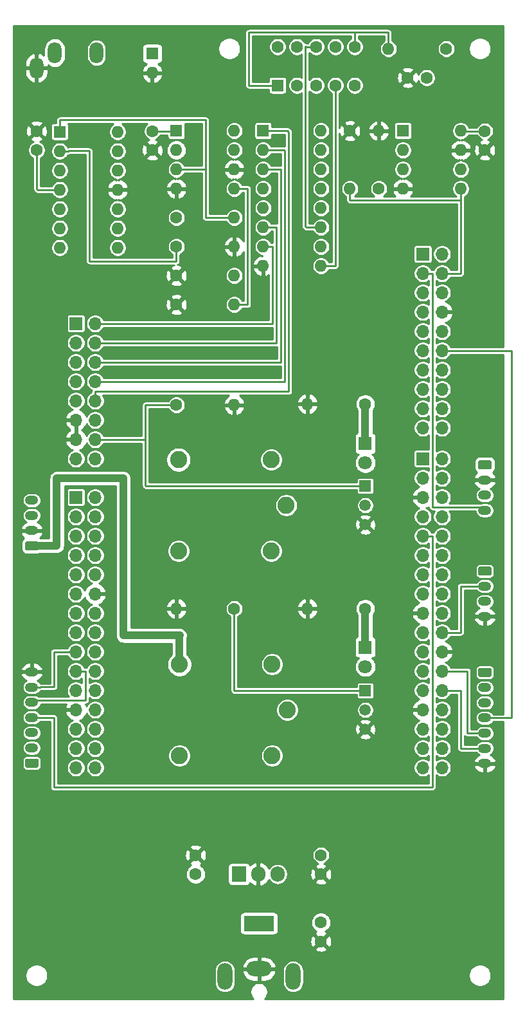
<source format=gbr>
G04 #@! TF.GenerationSoftware,KiCad,Pcbnew,5.1.5+dfsg1-2build2*
G04 #@! TF.CreationDate,2020-08-27T12:41:00+02:00*
G04 #@! TF.ProjectId,camera_board,63616d65-7261-45f6-926f-6172642e6b69,0*
G04 #@! TF.SameCoordinates,Original*
G04 #@! TF.FileFunction,Copper,L2,Bot*
G04 #@! TF.FilePolarity,Positive*
%FSLAX46Y46*%
G04 Gerber Fmt 4.6, Leading zero omitted, Abs format (unit mm)*
G04 Created by KiCad (PCBNEW 5.1.5+dfsg1-2build2) date 2020-08-27 12:41:00*
%MOMM*%
%LPD*%
G04 APERTURE LIST*
%ADD10C,1.600000*%
%ADD11R,1.600000X1.600000*%
%ADD12O,1.600000X1.600000*%
%ADD13O,1.750000X1.200000*%
%ADD14C,0.100000*%
%ADD15O,1.905000X2.000000*%
%ADD16R,1.905000X2.000000*%
%ADD17R,1.500000X1.500000*%
%ADD18C,1.500000*%
%ADD19C,2.250000*%
%ADD20O,2.000000X3.500000*%
%ADD21O,3.300000X2.000000*%
%ADD22R,4.000000X2.000000*%
%ADD23O,1.700000X1.700000*%
%ADD24R,1.700000X1.700000*%
%ADD25O,1.800000X2.800000*%
%ADD26C,1.800000*%
%ADD27R,1.800000X1.800000*%
%ADD28C,0.250000*%
%ADD29C,1.000000*%
%ADD30C,0.254000*%
G04 APERTURE END LIST*
D10*
X86320000Y-59055000D03*
X83820000Y-59055000D03*
X66675000Y-54985920D03*
X69215000Y-54985920D03*
X71755000Y-54985920D03*
X74295000Y-54985920D03*
X76835000Y-54985920D03*
X76835000Y-60065920D03*
X74295000Y-60065920D03*
X71755000Y-60065920D03*
X69215000Y-60065920D03*
D11*
X66675000Y-60065920D03*
D12*
X81280000Y-55245000D03*
D10*
X88900000Y-55245000D03*
D12*
X72390000Y-66040000D03*
X64770000Y-83820000D03*
X72390000Y-68580000D03*
X64770000Y-81280000D03*
X72390000Y-71120000D03*
X64770000Y-78740000D03*
X72390000Y-73660000D03*
X64770000Y-76200000D03*
X72390000Y-76200000D03*
X64770000Y-73660000D03*
X72390000Y-78740000D03*
X64770000Y-71120000D03*
X72390000Y-81280000D03*
X64770000Y-68580000D03*
X72390000Y-83820000D03*
D11*
X64770000Y-66040000D03*
D13*
X93980000Y-129952000D03*
X93980000Y-127952000D03*
X93980000Y-125952000D03*
G04 #@! TA.AperFunction,ComponentPad*
D14*
G36*
X94629505Y-123353204D02*
G01*
X94653773Y-123356804D01*
X94677572Y-123362765D01*
X94700671Y-123371030D01*
X94722850Y-123381520D01*
X94743893Y-123394132D01*
X94763599Y-123408747D01*
X94781777Y-123425223D01*
X94798253Y-123443401D01*
X94812868Y-123463107D01*
X94825480Y-123484150D01*
X94835970Y-123506329D01*
X94844235Y-123529428D01*
X94850196Y-123553227D01*
X94853796Y-123577495D01*
X94855000Y-123601999D01*
X94855000Y-124302001D01*
X94853796Y-124326505D01*
X94850196Y-124350773D01*
X94844235Y-124374572D01*
X94835970Y-124397671D01*
X94825480Y-124419850D01*
X94812868Y-124440893D01*
X94798253Y-124460599D01*
X94781777Y-124478777D01*
X94763599Y-124495253D01*
X94743893Y-124509868D01*
X94722850Y-124522480D01*
X94700671Y-124532970D01*
X94677572Y-124541235D01*
X94653773Y-124547196D01*
X94629505Y-124550796D01*
X94605001Y-124552000D01*
X93354999Y-124552000D01*
X93330495Y-124550796D01*
X93306227Y-124547196D01*
X93282428Y-124541235D01*
X93259329Y-124532970D01*
X93237150Y-124522480D01*
X93216107Y-124509868D01*
X93196401Y-124495253D01*
X93178223Y-124478777D01*
X93161747Y-124460599D01*
X93147132Y-124440893D01*
X93134520Y-124419850D01*
X93124030Y-124397671D01*
X93115765Y-124374572D01*
X93109804Y-124350773D01*
X93106204Y-124326505D01*
X93105000Y-124302001D01*
X93105000Y-123601999D01*
X93106204Y-123577495D01*
X93109804Y-123553227D01*
X93115765Y-123529428D01*
X93124030Y-123506329D01*
X93134520Y-123484150D01*
X93147132Y-123463107D01*
X93161747Y-123443401D01*
X93178223Y-123425223D01*
X93196401Y-123408747D01*
X93216107Y-123394132D01*
X93237150Y-123381520D01*
X93259329Y-123371030D01*
X93282428Y-123362765D01*
X93306227Y-123356804D01*
X93330495Y-123353204D01*
X93354999Y-123352000D01*
X94605001Y-123352000D01*
X94629505Y-123353204D01*
G37*
G04 #@! TD.AperFunction*
D12*
X90805000Y-66040000D03*
X83185000Y-73660000D03*
X90805000Y-68580000D03*
X83185000Y-71120000D03*
X90805000Y-71120000D03*
X83185000Y-68580000D03*
X90805000Y-73660000D03*
D11*
X83185000Y-66040000D03*
D15*
X66675000Y-163830000D03*
X64135000Y-163830000D03*
D16*
X61595000Y-163830000D03*
D12*
X45593000Y-66167000D03*
X37973000Y-81407000D03*
X45593000Y-68707000D03*
X37973000Y-78867000D03*
X45593000Y-71247000D03*
X37973000Y-76327000D03*
X45593000Y-73787000D03*
X37973000Y-73787000D03*
X45593000Y-76327000D03*
X37973000Y-71247000D03*
X45593000Y-78867000D03*
X37973000Y-68707000D03*
X45593000Y-81407000D03*
D11*
X37973000Y-66167000D03*
D12*
X60960000Y-66040000D03*
X53340000Y-73660000D03*
X60960000Y-68580000D03*
X53340000Y-71120000D03*
X60960000Y-71120000D03*
X53340000Y-68580000D03*
X60960000Y-73660000D03*
D11*
X53340000Y-66040000D03*
D12*
X60960000Y-102108000D03*
D10*
X53340000Y-102108000D03*
D12*
X53340000Y-128905000D03*
D10*
X60960000Y-128905000D03*
D12*
X70612000Y-101981000D03*
D10*
X78232000Y-101981000D03*
D12*
X70612000Y-128905000D03*
D10*
X78232000Y-128905000D03*
D12*
X80010000Y-66040000D03*
D10*
X80010000Y-73660000D03*
D12*
X76200000Y-73660000D03*
D10*
X76200000Y-66040000D03*
D12*
X60960000Y-85090000D03*
D10*
X53340000Y-85090000D03*
D12*
X60960000Y-81280000D03*
D10*
X53340000Y-81280000D03*
D12*
X60960000Y-88900000D03*
D10*
X53340000Y-88900000D03*
D12*
X60960000Y-77470000D03*
D10*
X53340000Y-77470000D03*
D17*
X78232000Y-112776000D03*
D18*
X78232000Y-117856000D03*
X78232000Y-115316000D03*
D17*
X78232000Y-139700000D03*
D18*
X78232000Y-144780000D03*
X78232000Y-142240000D03*
D13*
X34290000Y-114650000D03*
X34290000Y-116650000D03*
X34290000Y-118650000D03*
G04 #@! TA.AperFunction,ComponentPad*
D14*
G36*
X34939505Y-120051204D02*
G01*
X34963773Y-120054804D01*
X34987572Y-120060765D01*
X35010671Y-120069030D01*
X35032850Y-120079520D01*
X35053893Y-120092132D01*
X35073599Y-120106747D01*
X35091777Y-120123223D01*
X35108253Y-120141401D01*
X35122868Y-120161107D01*
X35135480Y-120182150D01*
X35145970Y-120204329D01*
X35154235Y-120227428D01*
X35160196Y-120251227D01*
X35163796Y-120275495D01*
X35165000Y-120299999D01*
X35165000Y-121000001D01*
X35163796Y-121024505D01*
X35160196Y-121048773D01*
X35154235Y-121072572D01*
X35145970Y-121095671D01*
X35135480Y-121117850D01*
X35122868Y-121138893D01*
X35108253Y-121158599D01*
X35091777Y-121176777D01*
X35073599Y-121193253D01*
X35053893Y-121207868D01*
X35032850Y-121220480D01*
X35010671Y-121230970D01*
X34987572Y-121239235D01*
X34963773Y-121245196D01*
X34939505Y-121248796D01*
X34915001Y-121250000D01*
X33664999Y-121250000D01*
X33640495Y-121248796D01*
X33616227Y-121245196D01*
X33592428Y-121239235D01*
X33569329Y-121230970D01*
X33547150Y-121220480D01*
X33526107Y-121207868D01*
X33506401Y-121193253D01*
X33488223Y-121176777D01*
X33471747Y-121158599D01*
X33457132Y-121138893D01*
X33444520Y-121117850D01*
X33434030Y-121095671D01*
X33425765Y-121072572D01*
X33419804Y-121048773D01*
X33416204Y-121024505D01*
X33415000Y-121000001D01*
X33415000Y-120299999D01*
X33416204Y-120275495D01*
X33419804Y-120251227D01*
X33425765Y-120227428D01*
X33434030Y-120204329D01*
X33444520Y-120182150D01*
X33457132Y-120161107D01*
X33471747Y-120141401D01*
X33488223Y-120123223D01*
X33506401Y-120106747D01*
X33526107Y-120092132D01*
X33547150Y-120079520D01*
X33569329Y-120069030D01*
X33592428Y-120060765D01*
X33616227Y-120054804D01*
X33640495Y-120051204D01*
X33664999Y-120050000D01*
X34915001Y-120050000D01*
X34939505Y-120051204D01*
G37*
G04 #@! TD.AperFunction*
D13*
X93980000Y-115982000D03*
X93980000Y-113982000D03*
X93980000Y-111982000D03*
G04 #@! TA.AperFunction,ComponentPad*
D14*
G36*
X94629505Y-109383204D02*
G01*
X94653773Y-109386804D01*
X94677572Y-109392765D01*
X94700671Y-109401030D01*
X94722850Y-109411520D01*
X94743893Y-109424132D01*
X94763599Y-109438747D01*
X94781777Y-109455223D01*
X94798253Y-109473401D01*
X94812868Y-109493107D01*
X94825480Y-109514150D01*
X94835970Y-109536329D01*
X94844235Y-109559428D01*
X94850196Y-109583227D01*
X94853796Y-109607495D01*
X94855000Y-109631999D01*
X94855000Y-110332001D01*
X94853796Y-110356505D01*
X94850196Y-110380773D01*
X94844235Y-110404572D01*
X94835970Y-110427671D01*
X94825480Y-110449850D01*
X94812868Y-110470893D01*
X94798253Y-110490599D01*
X94781777Y-110508777D01*
X94763599Y-110525253D01*
X94743893Y-110539868D01*
X94722850Y-110552480D01*
X94700671Y-110562970D01*
X94677572Y-110571235D01*
X94653773Y-110577196D01*
X94629505Y-110580796D01*
X94605001Y-110582000D01*
X93354999Y-110582000D01*
X93330495Y-110580796D01*
X93306227Y-110577196D01*
X93282428Y-110571235D01*
X93259329Y-110562970D01*
X93237150Y-110552480D01*
X93216107Y-110539868D01*
X93196401Y-110525253D01*
X93178223Y-110508777D01*
X93161747Y-110490599D01*
X93147132Y-110470893D01*
X93134520Y-110449850D01*
X93124030Y-110427671D01*
X93115765Y-110404572D01*
X93109804Y-110380773D01*
X93106204Y-110356505D01*
X93105000Y-110332001D01*
X93105000Y-109631999D01*
X93106204Y-109607495D01*
X93109804Y-109583227D01*
X93115765Y-109559428D01*
X93124030Y-109536329D01*
X93134520Y-109514150D01*
X93147132Y-109493107D01*
X93161747Y-109473401D01*
X93178223Y-109455223D01*
X93196401Y-109438747D01*
X93216107Y-109424132D01*
X93237150Y-109411520D01*
X93259329Y-109401030D01*
X93282428Y-109392765D01*
X93306227Y-109386804D01*
X93330495Y-109383204D01*
X93354999Y-109382000D01*
X94605001Y-109382000D01*
X94629505Y-109383204D01*
G37*
G04 #@! TD.AperFunction*
D19*
X65945000Y-148240000D03*
X53745000Y-148240000D03*
X53745000Y-136240000D03*
X65945000Y-136240000D03*
X67945000Y-142240000D03*
X65818000Y-121316000D03*
X53618000Y-121316000D03*
X53618000Y-109316000D03*
X65818000Y-109316000D03*
X67818000Y-115316000D03*
D20*
X68728000Y-177300000D03*
X59728000Y-177300000D03*
D21*
X64228000Y-176300000D03*
D22*
X64228000Y-170300000D03*
D23*
X88348000Y-105122000D03*
X85808000Y-105122000D03*
X88348000Y-102582000D03*
X85808000Y-102582000D03*
X88348000Y-100042000D03*
X85808000Y-100042000D03*
X88348000Y-97502000D03*
X85808000Y-97502000D03*
X88348000Y-94962000D03*
X85808000Y-94962000D03*
X88348000Y-92422000D03*
X85808000Y-92422000D03*
X88348000Y-89882000D03*
X85808000Y-89882000D03*
X88348000Y-87342000D03*
X85808000Y-87342000D03*
X88348000Y-84802000D03*
X85808000Y-84802000D03*
X88348000Y-82262000D03*
D24*
X85808000Y-82262000D03*
D13*
X34290000Y-137225000D03*
X34290000Y-139225000D03*
X34290000Y-141225000D03*
X34290000Y-143225000D03*
X34290000Y-145225000D03*
X34290000Y-147225000D03*
G04 #@! TA.AperFunction,ComponentPad*
D14*
G36*
X34939505Y-148626204D02*
G01*
X34963773Y-148629804D01*
X34987572Y-148635765D01*
X35010671Y-148644030D01*
X35032850Y-148654520D01*
X35053893Y-148667132D01*
X35073599Y-148681747D01*
X35091777Y-148698223D01*
X35108253Y-148716401D01*
X35122868Y-148736107D01*
X35135480Y-148757150D01*
X35145970Y-148779329D01*
X35154235Y-148802428D01*
X35160196Y-148826227D01*
X35163796Y-148850495D01*
X35165000Y-148874999D01*
X35165000Y-149575001D01*
X35163796Y-149599505D01*
X35160196Y-149623773D01*
X35154235Y-149647572D01*
X35145970Y-149670671D01*
X35135480Y-149692850D01*
X35122868Y-149713893D01*
X35108253Y-149733599D01*
X35091777Y-149751777D01*
X35073599Y-149768253D01*
X35053893Y-149782868D01*
X35032850Y-149795480D01*
X35010671Y-149805970D01*
X34987572Y-149814235D01*
X34963773Y-149820196D01*
X34939505Y-149823796D01*
X34915001Y-149825000D01*
X33664999Y-149825000D01*
X33640495Y-149823796D01*
X33616227Y-149820196D01*
X33592428Y-149814235D01*
X33569329Y-149805970D01*
X33547150Y-149795480D01*
X33526107Y-149782868D01*
X33506401Y-149768253D01*
X33488223Y-149751777D01*
X33471747Y-149733599D01*
X33457132Y-149713893D01*
X33444520Y-149692850D01*
X33434030Y-149670671D01*
X33425765Y-149647572D01*
X33419804Y-149623773D01*
X33416204Y-149599505D01*
X33415000Y-149575001D01*
X33415000Y-148874999D01*
X33416204Y-148850495D01*
X33419804Y-148826227D01*
X33425765Y-148802428D01*
X33434030Y-148779329D01*
X33444520Y-148757150D01*
X33457132Y-148736107D01*
X33471747Y-148716401D01*
X33488223Y-148698223D01*
X33506401Y-148681747D01*
X33526107Y-148667132D01*
X33547150Y-148654520D01*
X33569329Y-148644030D01*
X33592428Y-148635765D01*
X33616227Y-148629804D01*
X33640495Y-148626204D01*
X33664999Y-148625000D01*
X34915001Y-148625000D01*
X34939505Y-148626204D01*
G37*
G04 #@! TD.AperFunction*
D23*
X88348000Y-149822000D03*
X85808000Y-149822000D03*
X88348000Y-147282000D03*
X85808000Y-147282000D03*
X88348000Y-144742000D03*
X85808000Y-144742000D03*
X88348000Y-142202000D03*
X85808000Y-142202000D03*
X88348000Y-139662000D03*
X85808000Y-139662000D03*
X88348000Y-137122000D03*
X85808000Y-137122000D03*
X88348000Y-134582000D03*
X85808000Y-134582000D03*
X88348000Y-132042000D03*
X85808000Y-132042000D03*
X88348000Y-129502000D03*
X85808000Y-129502000D03*
X88348000Y-126962000D03*
X85808000Y-126962000D03*
X88348000Y-124422000D03*
X85808000Y-124422000D03*
X88348000Y-121882000D03*
X85808000Y-121882000D03*
X88348000Y-119342000D03*
X85808000Y-119342000D03*
X88348000Y-116802000D03*
X85808000Y-116802000D03*
X88348000Y-114262000D03*
X85808000Y-114262000D03*
X88348000Y-111722000D03*
X85808000Y-111722000D03*
X88348000Y-109182000D03*
D24*
X85808000Y-109182000D03*
D13*
X93980000Y-149287000D03*
X93980000Y-147287000D03*
X93980000Y-145287000D03*
X93980000Y-143287000D03*
X93980000Y-141287000D03*
X93980000Y-139287000D03*
G04 #@! TA.AperFunction,ComponentPad*
D14*
G36*
X94629505Y-136688204D02*
G01*
X94653773Y-136691804D01*
X94677572Y-136697765D01*
X94700671Y-136706030D01*
X94722850Y-136716520D01*
X94743893Y-136729132D01*
X94763599Y-136743747D01*
X94781777Y-136760223D01*
X94798253Y-136778401D01*
X94812868Y-136798107D01*
X94825480Y-136819150D01*
X94835970Y-136841329D01*
X94844235Y-136864428D01*
X94850196Y-136888227D01*
X94853796Y-136912495D01*
X94855000Y-136936999D01*
X94855000Y-137637001D01*
X94853796Y-137661505D01*
X94850196Y-137685773D01*
X94844235Y-137709572D01*
X94835970Y-137732671D01*
X94825480Y-137754850D01*
X94812868Y-137775893D01*
X94798253Y-137795599D01*
X94781777Y-137813777D01*
X94763599Y-137830253D01*
X94743893Y-137844868D01*
X94722850Y-137857480D01*
X94700671Y-137867970D01*
X94677572Y-137876235D01*
X94653773Y-137882196D01*
X94629505Y-137885796D01*
X94605001Y-137887000D01*
X93354999Y-137887000D01*
X93330495Y-137885796D01*
X93306227Y-137882196D01*
X93282428Y-137876235D01*
X93259329Y-137867970D01*
X93237150Y-137857480D01*
X93216107Y-137844868D01*
X93196401Y-137830253D01*
X93178223Y-137813777D01*
X93161747Y-137795599D01*
X93147132Y-137775893D01*
X93134520Y-137754850D01*
X93124030Y-137732671D01*
X93115765Y-137709572D01*
X93109804Y-137685773D01*
X93106204Y-137661505D01*
X93105000Y-137637001D01*
X93105000Y-136936999D01*
X93106204Y-136912495D01*
X93109804Y-136888227D01*
X93115765Y-136864428D01*
X93124030Y-136841329D01*
X93134520Y-136819150D01*
X93147132Y-136798107D01*
X93161747Y-136778401D01*
X93178223Y-136760223D01*
X93196401Y-136743747D01*
X93216107Y-136729132D01*
X93237150Y-136716520D01*
X93259329Y-136706030D01*
X93282428Y-136697765D01*
X93306227Y-136691804D01*
X93330495Y-136688204D01*
X93354999Y-136687000D01*
X94605001Y-136687000D01*
X94629505Y-136688204D01*
G37*
G04 #@! TD.AperFunction*
D23*
X42648000Y-149822000D03*
X40108000Y-149822000D03*
X42648000Y-147282000D03*
X40108000Y-147282000D03*
X42648000Y-144742000D03*
X40108000Y-144742000D03*
X42648000Y-142202000D03*
X40108000Y-142202000D03*
X42648000Y-139662000D03*
X40108000Y-139662000D03*
X42648000Y-137122000D03*
X40108000Y-137122000D03*
X42648000Y-134582000D03*
X40108000Y-134582000D03*
X42648000Y-132042000D03*
X40108000Y-132042000D03*
X42648000Y-129502000D03*
X40108000Y-129502000D03*
X42648000Y-126962000D03*
X40108000Y-126962000D03*
X42648000Y-124422000D03*
X40108000Y-124422000D03*
X42648000Y-121882000D03*
X40108000Y-121882000D03*
X42648000Y-119342000D03*
X40108000Y-119342000D03*
X42648000Y-116802000D03*
X40108000Y-116802000D03*
X42648000Y-114262000D03*
D24*
X40108000Y-114262000D03*
D23*
X42648000Y-109182000D03*
X40108000Y-109182000D03*
X42648000Y-106642000D03*
X40108000Y-106642000D03*
X42648000Y-104102000D03*
X40108000Y-104102000D03*
X42648000Y-101562000D03*
X40108000Y-101562000D03*
X42648000Y-99022000D03*
X40108000Y-99022000D03*
X42648000Y-96482000D03*
X40108000Y-96482000D03*
X42648000Y-93942000D03*
X40108000Y-93942000D03*
X42648000Y-91402000D03*
D24*
X40108000Y-91402000D03*
D25*
X42825000Y-55785000D03*
X37325000Y-55785000D03*
X34925000Y-57785000D03*
D26*
X78232000Y-109728000D03*
D27*
X78232000Y-107188000D03*
D26*
X78232000Y-136525000D03*
D27*
X78232000Y-133985000D03*
D12*
X50165000Y-58420000D03*
D11*
X50165000Y-55880000D03*
D10*
X34925000Y-66080000D03*
X34925000Y-68580000D03*
X72390000Y-172680000D03*
X72390000Y-170180000D03*
X93980000Y-66080000D03*
X93980000Y-68580000D03*
X72390000Y-161330000D03*
X72390000Y-163830000D03*
X55880000Y-161330000D03*
X55880000Y-163830000D03*
X50165000Y-66080000D03*
X50165000Y-68580000D03*
D28*
X53300000Y-66080000D02*
X53340000Y-66040000D01*
X50165000Y-66080000D02*
X53300000Y-66080000D01*
X90845000Y-66080000D02*
X90805000Y-66040000D01*
X93980000Y-66080000D02*
X90845000Y-66080000D01*
X34925000Y-68580000D02*
X34925000Y-73660000D01*
X35052000Y-73787000D02*
X37973000Y-73787000D01*
X34925000Y-73660000D02*
X35052000Y-73787000D01*
D29*
X53745000Y-132472560D02*
X53745000Y-136240000D01*
X53771800Y-132445760D02*
X53745000Y-132472560D01*
X46342300Y-111772700D02*
X46342300Y-132438140D01*
X37592000Y-111772700D02*
X46342300Y-111772700D01*
X46349920Y-132445760D02*
X53771800Y-132445760D01*
X46342300Y-132438140D02*
X46349920Y-132445760D01*
X37592000Y-120650000D02*
X37592000Y-111772700D01*
X34290000Y-120650000D02*
X37592000Y-120650000D01*
X78232000Y-133985000D02*
X78232000Y-128905000D01*
X78232000Y-101981000D02*
X78232000Y-107188000D01*
D28*
X60960000Y-139700000D02*
X60960000Y-128905000D01*
X60960000Y-139700000D02*
X78232000Y-139700000D01*
X49225300Y-106642000D02*
X42648000Y-106642000D01*
X49276000Y-106692700D02*
X49225300Y-106642000D01*
X49276000Y-102108000D02*
X49276000Y-106692700D01*
X49352200Y-112776000D02*
X78232000Y-112776000D01*
X49276000Y-112699800D02*
X49352200Y-112776000D01*
X49276000Y-106692700D02*
X49276000Y-112699800D01*
X49276000Y-102108000D02*
X53340000Y-102108000D01*
X42648000Y-101562000D02*
X42648000Y-100359919D01*
X42651680Y-100356239D02*
X42648000Y-100359919D01*
X68140580Y-100342700D02*
X68122800Y-100360480D01*
X68140580Y-100175060D02*
X68140580Y-100342700D01*
X42651680Y-100356239D02*
X68122800Y-100360480D01*
X68140580Y-100352860D02*
X68140580Y-100175060D01*
X67975480Y-66040000D02*
X64770000Y-66040000D01*
X68140580Y-66205100D02*
X67975480Y-66040000D01*
X68140580Y-100175060D02*
X68140580Y-66205100D01*
X42648000Y-91402000D02*
X66002000Y-91402000D01*
X66002000Y-91402000D02*
X66040000Y-91364000D01*
X66040000Y-91364000D02*
X66040000Y-81280000D01*
X66040000Y-81280000D02*
X64770000Y-81280000D01*
X66548000Y-78740000D02*
X66548000Y-93908880D01*
X64770000Y-78740000D02*
X66548000Y-78740000D01*
X66548000Y-93908880D02*
X66514980Y-93941900D01*
X42648000Y-93942000D02*
X66514980Y-93941900D01*
X67055900Y-96482000D02*
X42648000Y-96482000D01*
X67068700Y-96469200D02*
X67055900Y-96482000D01*
X67068700Y-96469200D02*
X67068700Y-89298780D01*
X67068700Y-89298780D02*
X67068700Y-89143640D01*
X67076320Y-71125080D02*
X67071240Y-71120000D01*
X67076320Y-85874860D02*
X67076320Y-71125080D01*
X67071240Y-71120000D02*
X64770000Y-71120000D01*
X67068700Y-85882480D02*
X67076320Y-85874860D01*
X67068700Y-89298780D02*
X67068700Y-85882480D01*
X67500500Y-68580000D02*
X64770000Y-68580000D01*
X67571620Y-68651120D02*
X67500500Y-68580000D01*
X67571620Y-99011740D02*
X67556380Y-99026980D01*
X67571620Y-98790760D02*
X67571620Y-99011740D01*
X42648000Y-99022000D02*
X67556380Y-99026980D01*
X67571620Y-99021900D02*
X67571620Y-98790760D01*
X67571620Y-98790760D02*
X67571620Y-68651120D01*
X34565320Y-140949680D02*
X34290000Y-141225000D01*
X41386760Y-140949680D02*
X34565320Y-140949680D01*
X41386760Y-137124440D02*
X41386760Y-140949680D01*
X41384320Y-137122000D02*
X41386760Y-137124440D01*
X40108000Y-137122000D02*
X41384320Y-137122000D01*
X35415000Y-139225000D02*
X35417520Y-139222480D01*
X34290000Y-139225000D02*
X35415000Y-139225000D01*
X35417520Y-139222480D02*
X37205920Y-139222480D01*
X37205920Y-139222480D02*
X37205920Y-134574280D01*
X37213640Y-134582000D02*
X40108000Y-134582000D01*
X37205920Y-134574280D02*
X37213640Y-134582000D01*
X90812640Y-147287000D02*
X93980000Y-147287000D01*
X90805000Y-139664440D02*
X90805000Y-147279360D01*
X90802560Y-139662000D02*
X90805000Y-139664440D01*
X90805000Y-147279360D02*
X90812640Y-147287000D01*
X88348000Y-139662000D02*
X90802560Y-139662000D01*
X89550081Y-137122000D02*
X89552721Y-137119360D01*
X88348000Y-137122000D02*
X89550081Y-137122000D01*
X89552721Y-137119360D02*
X91694000Y-137119360D01*
X91694000Y-137119360D02*
X91694000Y-145288000D01*
X91695000Y-145287000D02*
X93980000Y-145287000D01*
X91694000Y-145288000D02*
X91695000Y-145287000D01*
X97517240Y-94962000D02*
X88348000Y-94962000D01*
X97536000Y-94980760D02*
X97517240Y-94962000D01*
X97536000Y-141264640D02*
X97536000Y-141122400D01*
X97536000Y-141122400D02*
X97536000Y-143256000D01*
X97536000Y-141122400D02*
X97536000Y-94980760D01*
X97505000Y-143287000D02*
X93980000Y-143287000D01*
X97536000Y-143256000D02*
X97505000Y-143287000D01*
X90807640Y-132042000D02*
X90805000Y-132039360D01*
X88348000Y-132042000D02*
X90807640Y-132042000D01*
X90813280Y-125952000D02*
X93980000Y-125952000D01*
X90807640Y-125957640D02*
X90813280Y-125952000D01*
X90807640Y-132042000D02*
X90807640Y-125957640D01*
X34290000Y-143225000D02*
X37205400Y-143225000D01*
X37205400Y-143225000D02*
X37185600Y-143244800D01*
X37185600Y-143244800D02*
X37185600Y-152400000D01*
X87086440Y-119344440D02*
X87086440Y-152394920D01*
X87084000Y-119342000D02*
X87086440Y-119344440D01*
X85808000Y-119342000D02*
X87084000Y-119342000D01*
X37185600Y-152400000D02*
X87081360Y-152400000D01*
X93537520Y-115539520D02*
X93980000Y-115982000D01*
X87081360Y-115539520D02*
X93537520Y-115539520D01*
X87081360Y-84800440D02*
X87081360Y-115539520D01*
X87079800Y-84802000D02*
X87081360Y-84800440D01*
X85808000Y-84802000D02*
X87079800Y-84802000D01*
X62725300Y-88900000D02*
X60960000Y-88900000D01*
X62738000Y-88912700D02*
X62725300Y-88900000D01*
X62738000Y-73660000D02*
X62738000Y-88912700D01*
X60960000Y-73660000D02*
X62738000Y-73660000D01*
X37973000Y-65117000D02*
X37978080Y-65111920D01*
X37973000Y-66167000D02*
X37973000Y-65117000D01*
X37978080Y-65111920D02*
X37978080Y-64612520D01*
X37978080Y-64612520D02*
X57175400Y-64612520D01*
X57175400Y-64612520D02*
X57165240Y-64622680D01*
X57165240Y-64622680D02*
X57165240Y-71120000D01*
X57165240Y-71120000D02*
X53340000Y-71120000D01*
X57165240Y-71120000D02*
X57165240Y-77449680D01*
X57185560Y-77470000D02*
X60960000Y-77470000D01*
X57165240Y-77449680D02*
X57185560Y-77470000D01*
X53340000Y-83144360D02*
X53340000Y-81280000D01*
X53340000Y-83179920D02*
X53340000Y-81280000D01*
X53340000Y-83179920D02*
X50495200Y-83179920D01*
X50495200Y-83179920D02*
X50157810Y-83179920D01*
X39104370Y-68707000D02*
X37973000Y-68707000D01*
X39119610Y-68691760D02*
X39104370Y-68707000D01*
X41864280Y-68691760D02*
X39119610Y-68691760D01*
X41864280Y-83174840D02*
X41864280Y-68691760D01*
X41859200Y-83179920D02*
X41864280Y-83174840D01*
X50495200Y-83179920D02*
X41859200Y-83179920D01*
X76200000Y-75184000D02*
X90805000Y-75184000D01*
X76200000Y-73660000D02*
X76200000Y-75184000D01*
X90805000Y-75057000D02*
X90805000Y-84836000D01*
X90805000Y-75184000D02*
X90805000Y-75057000D01*
X90805000Y-75057000D02*
X90805000Y-73660000D01*
X90771000Y-84802000D02*
X88348000Y-84802000D01*
X90805000Y-84836000D02*
X90771000Y-84802000D01*
X76835000Y-53136800D02*
X76835000Y-54985920D01*
X76860400Y-53111400D02*
X76835000Y-53136800D01*
X81280000Y-53149500D02*
X81280000Y-55245000D01*
X81241900Y-53111400D02*
X81280000Y-53149500D01*
X76860400Y-53111400D02*
X81241900Y-53111400D01*
X63500000Y-53111400D02*
X63715900Y-53111400D01*
X63715900Y-53111400D02*
X76860400Y-53111400D01*
X62870080Y-60065920D02*
X66675000Y-60065920D01*
X62865000Y-53136800D02*
X62865000Y-60071000D01*
X62865000Y-60071000D02*
X62870080Y-60065920D01*
X62890400Y-53111400D02*
X62865000Y-53136800D01*
X63715900Y-53111400D02*
X62890400Y-53111400D01*
X70570922Y-54985920D02*
X71755000Y-54985920D01*
X70340001Y-78630999D02*
X70449002Y-78740000D01*
X70449002Y-78740000D02*
X72390000Y-78740000D01*
X70340001Y-54958199D02*
X70340001Y-78630999D01*
X70367722Y-54985920D02*
X70340001Y-54958199D01*
X71755000Y-54985920D02*
X70367722Y-54985920D01*
X74295000Y-83820000D02*
X72390000Y-83820000D01*
X74295000Y-60065920D02*
X74295000Y-83820000D01*
D30*
G36*
X96393000Y-94456000D02*
G01*
X89470832Y-94456000D01*
X89438898Y-94378903D01*
X89304180Y-94177283D01*
X89132717Y-94005820D01*
X88931097Y-93871102D01*
X88707069Y-93778307D01*
X88469243Y-93731000D01*
X88226757Y-93731000D01*
X87988931Y-93778307D01*
X87764903Y-93871102D01*
X87587360Y-93989732D01*
X87587360Y-93394268D01*
X87764903Y-93512898D01*
X87988931Y-93605693D01*
X88226757Y-93653000D01*
X88469243Y-93653000D01*
X88707069Y-93605693D01*
X88931097Y-93512898D01*
X89132717Y-93378180D01*
X89304180Y-93206717D01*
X89438898Y-93005097D01*
X89531693Y-92781069D01*
X89579000Y-92543243D01*
X89579000Y-92300757D01*
X89531693Y-92062931D01*
X89438898Y-91838903D01*
X89304180Y-91637283D01*
X89132717Y-91465820D01*
X88931097Y-91331102D01*
X88816832Y-91283772D01*
X88979252Y-91226157D01*
X89229355Y-91077178D01*
X89445588Y-90882269D01*
X89619641Y-90648920D01*
X89744825Y-90386099D01*
X89789476Y-90238890D01*
X89668155Y-90009000D01*
X88475000Y-90009000D01*
X88475000Y-90029000D01*
X88221000Y-90029000D01*
X88221000Y-90009000D01*
X88201000Y-90009000D01*
X88201000Y-89755000D01*
X88221000Y-89755000D01*
X88221000Y-89735000D01*
X88475000Y-89735000D01*
X88475000Y-89755000D01*
X89668155Y-89755000D01*
X89789476Y-89525110D01*
X89744825Y-89377901D01*
X89619641Y-89115080D01*
X89445588Y-88881731D01*
X89229355Y-88686822D01*
X88979252Y-88537843D01*
X88816832Y-88480228D01*
X88931097Y-88432898D01*
X89132717Y-88298180D01*
X89304180Y-88126717D01*
X89438898Y-87925097D01*
X89531693Y-87701069D01*
X89579000Y-87463243D01*
X89579000Y-87220757D01*
X89531693Y-86982931D01*
X89438898Y-86758903D01*
X89304180Y-86557283D01*
X89132717Y-86385820D01*
X88931097Y-86251102D01*
X88707069Y-86158307D01*
X88469243Y-86111000D01*
X88226757Y-86111000D01*
X87988931Y-86158307D01*
X87764903Y-86251102D01*
X87587360Y-86369732D01*
X87587360Y-85774268D01*
X87764903Y-85892898D01*
X87988931Y-85985693D01*
X88226757Y-86033000D01*
X88469243Y-86033000D01*
X88707069Y-85985693D01*
X88931097Y-85892898D01*
X89132717Y-85758180D01*
X89304180Y-85586717D01*
X89438898Y-85385097D01*
X89470832Y-85308000D01*
X90617860Y-85308000D01*
X90683608Y-85327944D01*
X90705807Y-85334678D01*
X90715577Y-85335640D01*
X90805000Y-85344448D01*
X90904193Y-85334678D01*
X90999575Y-85305745D01*
X91087479Y-85258759D01*
X91164527Y-85195527D01*
X91227759Y-85118479D01*
X91274745Y-85030575D01*
X91303678Y-84935193D01*
X91311000Y-84860854D01*
X91311000Y-84860845D01*
X91313447Y-84835999D01*
X91311000Y-84811153D01*
X91311000Y-75208853D01*
X91313448Y-75184000D01*
X91311000Y-75159146D01*
X91311000Y-74728712D01*
X91364413Y-74706588D01*
X91557843Y-74577342D01*
X91722342Y-74412843D01*
X91851588Y-74219413D01*
X91940614Y-74004485D01*
X91986000Y-73776318D01*
X91986000Y-73543682D01*
X91940614Y-73315515D01*
X91851588Y-73100587D01*
X91722342Y-72907157D01*
X91557843Y-72742658D01*
X91364413Y-72613412D01*
X91149485Y-72524386D01*
X90921318Y-72479000D01*
X90688682Y-72479000D01*
X90460515Y-72524386D01*
X90245587Y-72613412D01*
X90052157Y-72742658D01*
X89887658Y-72907157D01*
X89758412Y-73100587D01*
X89669386Y-73315515D01*
X89624000Y-73543682D01*
X89624000Y-73776318D01*
X89669386Y-74004485D01*
X89758412Y-74219413D01*
X89887658Y-74412843D01*
X90052157Y-74577342D01*
X90202802Y-74678000D01*
X84188324Y-74678000D01*
X84248519Y-74623414D01*
X84416037Y-74397420D01*
X84536246Y-74143087D01*
X84576904Y-74009039D01*
X84454915Y-73787000D01*
X83312000Y-73787000D01*
X83312000Y-73807000D01*
X83058000Y-73807000D01*
X83058000Y-73787000D01*
X81915085Y-73787000D01*
X81793096Y-74009039D01*
X81833754Y-74143087D01*
X81953963Y-74397420D01*
X82121481Y-74623414D01*
X82181676Y-74678000D01*
X80612198Y-74678000D01*
X80762843Y-74577342D01*
X80927342Y-74412843D01*
X81056588Y-74219413D01*
X81145614Y-74004485D01*
X81191000Y-73776318D01*
X81191000Y-73543682D01*
X81145614Y-73315515D01*
X81143728Y-73310961D01*
X81793096Y-73310961D01*
X81915085Y-73533000D01*
X83058000Y-73533000D01*
X83058000Y-73513000D01*
X83312000Y-73513000D01*
X83312000Y-73533000D01*
X84454915Y-73533000D01*
X84576904Y-73310961D01*
X84536246Y-73176913D01*
X84416037Y-72922580D01*
X84248519Y-72696586D01*
X84040131Y-72507615D01*
X83798881Y-72362930D01*
X83534040Y-72268091D01*
X83312002Y-72389375D01*
X83312002Y-72298875D01*
X83529485Y-72255614D01*
X83744413Y-72166588D01*
X83937843Y-72037342D01*
X84102342Y-71872843D01*
X84231588Y-71679413D01*
X84320614Y-71464485D01*
X84366000Y-71236318D01*
X84366000Y-71003682D01*
X84320614Y-70775515D01*
X84231588Y-70560587D01*
X84102342Y-70367157D01*
X83937843Y-70202658D01*
X83744413Y-70073412D01*
X83529485Y-69984386D01*
X83301318Y-69939000D01*
X83068682Y-69939000D01*
X82840515Y-69984386D01*
X82625587Y-70073412D01*
X82432157Y-70202658D01*
X82267658Y-70367157D01*
X82138412Y-70560587D01*
X82049386Y-70775515D01*
X82004000Y-71003682D01*
X82004000Y-71236318D01*
X82049386Y-71464485D01*
X82138412Y-71679413D01*
X82267658Y-71872843D01*
X82432157Y-72037342D01*
X82625587Y-72166588D01*
X82840515Y-72255614D01*
X83057998Y-72298875D01*
X83057998Y-72389375D01*
X82835960Y-72268091D01*
X82571119Y-72362930D01*
X82329869Y-72507615D01*
X82121481Y-72696586D01*
X81953963Y-72922580D01*
X81833754Y-73176913D01*
X81793096Y-73310961D01*
X81143728Y-73310961D01*
X81056588Y-73100587D01*
X80927342Y-72907157D01*
X80762843Y-72742658D01*
X80569413Y-72613412D01*
X80354485Y-72524386D01*
X80126318Y-72479000D01*
X79893682Y-72479000D01*
X79665515Y-72524386D01*
X79450587Y-72613412D01*
X79257157Y-72742658D01*
X79092658Y-72907157D01*
X78963412Y-73100587D01*
X78874386Y-73315515D01*
X78829000Y-73543682D01*
X78829000Y-73776318D01*
X78874386Y-74004485D01*
X78963412Y-74219413D01*
X79092658Y-74412843D01*
X79257157Y-74577342D01*
X79407802Y-74678000D01*
X76802198Y-74678000D01*
X76952843Y-74577342D01*
X77117342Y-74412843D01*
X77246588Y-74219413D01*
X77335614Y-74004485D01*
X77381000Y-73776318D01*
X77381000Y-73543682D01*
X77335614Y-73315515D01*
X77246588Y-73100587D01*
X77117342Y-72907157D01*
X76952843Y-72742658D01*
X76759413Y-72613412D01*
X76544485Y-72524386D01*
X76316318Y-72479000D01*
X76083682Y-72479000D01*
X75855515Y-72524386D01*
X75640587Y-72613412D01*
X75447157Y-72742658D01*
X75282658Y-72907157D01*
X75153412Y-73100587D01*
X75064386Y-73315515D01*
X75019000Y-73543682D01*
X75019000Y-73776318D01*
X75064386Y-74004485D01*
X75153412Y-74219413D01*
X75282658Y-74412843D01*
X75447157Y-74577342D01*
X75640587Y-74706588D01*
X75694001Y-74728713D01*
X75694001Y-75159136D01*
X75691552Y-75184000D01*
X75701322Y-75283193D01*
X75730255Y-75378575D01*
X75777241Y-75466479D01*
X75840473Y-75543527D01*
X75917521Y-75606759D01*
X76005425Y-75653745D01*
X76100807Y-75682678D01*
X76175146Y-75690000D01*
X76200000Y-75692448D01*
X76224854Y-75690000D01*
X90299000Y-75690000D01*
X90299001Y-84296000D01*
X89470832Y-84296000D01*
X89438898Y-84218903D01*
X89304180Y-84017283D01*
X89132717Y-83845820D01*
X88931097Y-83711102D01*
X88707069Y-83618307D01*
X88469243Y-83571000D01*
X88226757Y-83571000D01*
X87988931Y-83618307D01*
X87764903Y-83711102D01*
X87563283Y-83845820D01*
X87391820Y-84017283D01*
X87257102Y-84218903D01*
X87218067Y-84313142D01*
X87180552Y-84301762D01*
X87081360Y-84291992D01*
X87040668Y-84296000D01*
X86930832Y-84296000D01*
X86898898Y-84218903D01*
X86764180Y-84017283D01*
X86592717Y-83845820D01*
X86391097Y-83711102D01*
X86167069Y-83618307D01*
X85929243Y-83571000D01*
X85686757Y-83571000D01*
X85448931Y-83618307D01*
X85224903Y-83711102D01*
X85023283Y-83845820D01*
X84851820Y-84017283D01*
X84717102Y-84218903D01*
X84624307Y-84442931D01*
X84577000Y-84680757D01*
X84577000Y-84923243D01*
X84624307Y-85161069D01*
X84717102Y-85385097D01*
X84851820Y-85586717D01*
X85023283Y-85758180D01*
X85224903Y-85892898D01*
X85448931Y-85985693D01*
X85686757Y-86033000D01*
X85929243Y-86033000D01*
X86167069Y-85985693D01*
X86391097Y-85892898D01*
X86575360Y-85769778D01*
X86575360Y-86374222D01*
X86391097Y-86251102D01*
X86167069Y-86158307D01*
X85929243Y-86111000D01*
X85686757Y-86111000D01*
X85448931Y-86158307D01*
X85224903Y-86251102D01*
X85023283Y-86385820D01*
X84851820Y-86557283D01*
X84717102Y-86758903D01*
X84624307Y-86982931D01*
X84577000Y-87220757D01*
X84577000Y-87463243D01*
X84624307Y-87701069D01*
X84717102Y-87925097D01*
X84851820Y-88126717D01*
X85023283Y-88298180D01*
X85224903Y-88432898D01*
X85448931Y-88525693D01*
X85686757Y-88573000D01*
X85929243Y-88573000D01*
X86167069Y-88525693D01*
X86391097Y-88432898D01*
X86575360Y-88309777D01*
X86575360Y-88914223D01*
X86391097Y-88791102D01*
X86167069Y-88698307D01*
X85929243Y-88651000D01*
X85686757Y-88651000D01*
X85448931Y-88698307D01*
X85224903Y-88791102D01*
X85023283Y-88925820D01*
X84851820Y-89097283D01*
X84717102Y-89298903D01*
X84624307Y-89522931D01*
X84577000Y-89760757D01*
X84577000Y-90003243D01*
X84624307Y-90241069D01*
X84717102Y-90465097D01*
X84851820Y-90666717D01*
X85023283Y-90838180D01*
X85224903Y-90972898D01*
X85448931Y-91065693D01*
X85686757Y-91113000D01*
X85929243Y-91113000D01*
X86167069Y-91065693D01*
X86391097Y-90972898D01*
X86575360Y-90849777D01*
X86575360Y-91454223D01*
X86391097Y-91331102D01*
X86167069Y-91238307D01*
X85929243Y-91191000D01*
X85686757Y-91191000D01*
X85448931Y-91238307D01*
X85224903Y-91331102D01*
X85023283Y-91465820D01*
X84851820Y-91637283D01*
X84717102Y-91838903D01*
X84624307Y-92062931D01*
X84577000Y-92300757D01*
X84577000Y-92543243D01*
X84624307Y-92781069D01*
X84717102Y-93005097D01*
X84851820Y-93206717D01*
X85023283Y-93378180D01*
X85224903Y-93512898D01*
X85448931Y-93605693D01*
X85686757Y-93653000D01*
X85929243Y-93653000D01*
X86167069Y-93605693D01*
X86391097Y-93512898D01*
X86575360Y-93389777D01*
X86575360Y-93994223D01*
X86391097Y-93871102D01*
X86167069Y-93778307D01*
X85929243Y-93731000D01*
X85686757Y-93731000D01*
X85448931Y-93778307D01*
X85224903Y-93871102D01*
X85023283Y-94005820D01*
X84851820Y-94177283D01*
X84717102Y-94378903D01*
X84624307Y-94602931D01*
X84577000Y-94840757D01*
X84577000Y-95083243D01*
X84624307Y-95321069D01*
X84717102Y-95545097D01*
X84851820Y-95746717D01*
X85023283Y-95918180D01*
X85224903Y-96052898D01*
X85448931Y-96145693D01*
X85686757Y-96193000D01*
X85929243Y-96193000D01*
X86167069Y-96145693D01*
X86391097Y-96052898D01*
X86575360Y-95929777D01*
X86575360Y-96534223D01*
X86391097Y-96411102D01*
X86167069Y-96318307D01*
X85929243Y-96271000D01*
X85686757Y-96271000D01*
X85448931Y-96318307D01*
X85224903Y-96411102D01*
X85023283Y-96545820D01*
X84851820Y-96717283D01*
X84717102Y-96918903D01*
X84624307Y-97142931D01*
X84577000Y-97380757D01*
X84577000Y-97623243D01*
X84624307Y-97861069D01*
X84717102Y-98085097D01*
X84851820Y-98286717D01*
X85023283Y-98458180D01*
X85224903Y-98592898D01*
X85448931Y-98685693D01*
X85686757Y-98733000D01*
X85929243Y-98733000D01*
X86167069Y-98685693D01*
X86391097Y-98592898D01*
X86575360Y-98469777D01*
X86575360Y-99074223D01*
X86391097Y-98951102D01*
X86167069Y-98858307D01*
X85929243Y-98811000D01*
X85686757Y-98811000D01*
X85448931Y-98858307D01*
X85224903Y-98951102D01*
X85023283Y-99085820D01*
X84851820Y-99257283D01*
X84717102Y-99458903D01*
X84624307Y-99682931D01*
X84577000Y-99920757D01*
X84577000Y-100163243D01*
X84624307Y-100401069D01*
X84717102Y-100625097D01*
X84851820Y-100826717D01*
X85023283Y-100998180D01*
X85224903Y-101132898D01*
X85448931Y-101225693D01*
X85686757Y-101273000D01*
X85929243Y-101273000D01*
X86167069Y-101225693D01*
X86391097Y-101132898D01*
X86575361Y-101009777D01*
X86575361Y-101614223D01*
X86391097Y-101491102D01*
X86167069Y-101398307D01*
X85929243Y-101351000D01*
X85686757Y-101351000D01*
X85448931Y-101398307D01*
X85224903Y-101491102D01*
X85023283Y-101625820D01*
X84851820Y-101797283D01*
X84717102Y-101998903D01*
X84624307Y-102222931D01*
X84577000Y-102460757D01*
X84577000Y-102703243D01*
X84624307Y-102941069D01*
X84717102Y-103165097D01*
X84851820Y-103366717D01*
X85023283Y-103538180D01*
X85224903Y-103672898D01*
X85448931Y-103765693D01*
X85686757Y-103813000D01*
X85929243Y-103813000D01*
X86167069Y-103765693D01*
X86391097Y-103672898D01*
X86575361Y-103549777D01*
X86575361Y-104154223D01*
X86391097Y-104031102D01*
X86167069Y-103938307D01*
X85929243Y-103891000D01*
X85686757Y-103891000D01*
X85448931Y-103938307D01*
X85224903Y-104031102D01*
X85023283Y-104165820D01*
X84851820Y-104337283D01*
X84717102Y-104538903D01*
X84624307Y-104762931D01*
X84577000Y-105000757D01*
X84577000Y-105243243D01*
X84624307Y-105481069D01*
X84717102Y-105705097D01*
X84851820Y-105906717D01*
X85023283Y-106078180D01*
X85224903Y-106212898D01*
X85448931Y-106305693D01*
X85686757Y-106353000D01*
X85929243Y-106353000D01*
X86167069Y-106305693D01*
X86391097Y-106212898D01*
X86575361Y-106089777D01*
X86575361Y-107949157D01*
X84958000Y-107949157D01*
X84883311Y-107956513D01*
X84811492Y-107978299D01*
X84745304Y-108013678D01*
X84687289Y-108061289D01*
X84639678Y-108119304D01*
X84604299Y-108185492D01*
X84582513Y-108257311D01*
X84575157Y-108332000D01*
X84575157Y-110032000D01*
X84582513Y-110106689D01*
X84604299Y-110178508D01*
X84639678Y-110244696D01*
X84687289Y-110302711D01*
X84745304Y-110350322D01*
X84811492Y-110385701D01*
X84883311Y-110407487D01*
X84958000Y-110414843D01*
X86575361Y-110414843D01*
X86575361Y-110754223D01*
X86391097Y-110631102D01*
X86167069Y-110538307D01*
X85929243Y-110491000D01*
X85686757Y-110491000D01*
X85448931Y-110538307D01*
X85224903Y-110631102D01*
X85023283Y-110765820D01*
X84851820Y-110937283D01*
X84717102Y-111138903D01*
X84624307Y-111362931D01*
X84577000Y-111600757D01*
X84577000Y-111843243D01*
X84624307Y-112081069D01*
X84717102Y-112305097D01*
X84851820Y-112506717D01*
X85023283Y-112678180D01*
X85224903Y-112812898D01*
X85339168Y-112860228D01*
X85176748Y-112917843D01*
X84926645Y-113066822D01*
X84710412Y-113261731D01*
X84536359Y-113495080D01*
X84411175Y-113757901D01*
X84366524Y-113905110D01*
X84487845Y-114135000D01*
X85681000Y-114135000D01*
X85681000Y-114115000D01*
X85935000Y-114115000D01*
X85935000Y-114135000D01*
X85955000Y-114135000D01*
X85955000Y-114389000D01*
X85935000Y-114389000D01*
X85935000Y-114409000D01*
X85681000Y-114409000D01*
X85681000Y-114389000D01*
X84487845Y-114389000D01*
X84366524Y-114618890D01*
X84411175Y-114766099D01*
X84536359Y-115028920D01*
X84710412Y-115262269D01*
X84926645Y-115457178D01*
X85176748Y-115606157D01*
X85339168Y-115663772D01*
X85224903Y-115711102D01*
X85023283Y-115845820D01*
X84851820Y-116017283D01*
X84717102Y-116218903D01*
X84624307Y-116442931D01*
X84577000Y-116680757D01*
X84577000Y-116923243D01*
X84624307Y-117161069D01*
X84717102Y-117385097D01*
X84851820Y-117586717D01*
X85023283Y-117758180D01*
X85224903Y-117892898D01*
X85448931Y-117985693D01*
X85686757Y-118033000D01*
X85929243Y-118033000D01*
X86167069Y-117985693D01*
X86391097Y-117892898D01*
X86592717Y-117758180D01*
X86764180Y-117586717D01*
X86898898Y-117385097D01*
X86991693Y-117161069D01*
X87039000Y-116923243D01*
X87039000Y-116680757D01*
X86991693Y-116442931D01*
X86898898Y-116218903D01*
X86764180Y-116017283D01*
X86592717Y-115845820D01*
X86391097Y-115711102D01*
X86276832Y-115663772D01*
X86439252Y-115606157D01*
X86574270Y-115525731D01*
X86572912Y-115539520D01*
X86582682Y-115638713D01*
X86611615Y-115734095D01*
X86658601Y-115821999D01*
X86721833Y-115899047D01*
X86798881Y-115962279D01*
X86886785Y-116009265D01*
X86982167Y-116038198D01*
X87056506Y-116045520D01*
X87081360Y-116047968D01*
X87106214Y-116045520D01*
X87372953Y-116045520D01*
X87257102Y-116218903D01*
X87164307Y-116442931D01*
X87117000Y-116680757D01*
X87117000Y-116923243D01*
X87164307Y-117161069D01*
X87257102Y-117385097D01*
X87391820Y-117586717D01*
X87563283Y-117758180D01*
X87764903Y-117892898D01*
X87988931Y-117985693D01*
X88226757Y-118033000D01*
X88469243Y-118033000D01*
X88707069Y-117985693D01*
X88931097Y-117892898D01*
X89132717Y-117758180D01*
X89304180Y-117586717D01*
X89438898Y-117385097D01*
X89531693Y-117161069D01*
X89579000Y-116923243D01*
X89579000Y-116680757D01*
X89531693Y-116442931D01*
X89438898Y-116218903D01*
X89323047Y-116045520D01*
X92725510Y-116045520D01*
X92738195Y-116174310D01*
X92794289Y-116359229D01*
X92885382Y-116529651D01*
X93007972Y-116679028D01*
X93157349Y-116801618D01*
X93327771Y-116892711D01*
X93512690Y-116948805D01*
X93656813Y-116963000D01*
X94303187Y-116963000D01*
X94447310Y-116948805D01*
X94632229Y-116892711D01*
X94802651Y-116801618D01*
X94952028Y-116679028D01*
X95074618Y-116529651D01*
X95165711Y-116359229D01*
X95221805Y-116174310D01*
X95240746Y-115982000D01*
X95221805Y-115789690D01*
X95165711Y-115604771D01*
X95074618Y-115434349D01*
X94952028Y-115284972D01*
X94802651Y-115162382D01*
X94632229Y-115071289D01*
X94447310Y-115015195D01*
X94303187Y-115001000D01*
X93656813Y-115001000D01*
X93512690Y-115015195D01*
X93452280Y-115033520D01*
X89312998Y-115033520D01*
X89438898Y-114845097D01*
X89531693Y-114621069D01*
X89579000Y-114383243D01*
X89579000Y-114140757D01*
X89531693Y-113902931D01*
X89438898Y-113678903D01*
X89304180Y-113477283D01*
X89132717Y-113305820D01*
X88931097Y-113171102D01*
X88707069Y-113078307D01*
X88469243Y-113031000D01*
X88226757Y-113031000D01*
X87988931Y-113078307D01*
X87764903Y-113171102D01*
X87587360Y-113289732D01*
X87587360Y-112694268D01*
X87764903Y-112812898D01*
X87988931Y-112905693D01*
X88226757Y-112953000D01*
X88469243Y-112953000D01*
X88707069Y-112905693D01*
X88931097Y-112812898D01*
X89132717Y-112678180D01*
X89304180Y-112506717D01*
X89438898Y-112305097D01*
X89441171Y-112299609D01*
X92511538Y-112299609D01*
X92515409Y-112337282D01*
X92607579Y-112562533D01*
X92741922Y-112765474D01*
X92913275Y-112938307D01*
X93115054Y-113074390D01*
X93231014Y-113123007D01*
X93157349Y-113162382D01*
X93007972Y-113284972D01*
X92885382Y-113434349D01*
X92794289Y-113604771D01*
X92738195Y-113789690D01*
X92719254Y-113982000D01*
X92738195Y-114174310D01*
X92794289Y-114359229D01*
X92885382Y-114529651D01*
X93007972Y-114679028D01*
X93157349Y-114801618D01*
X93327771Y-114892711D01*
X93512690Y-114948805D01*
X93656813Y-114963000D01*
X94303187Y-114963000D01*
X94447310Y-114948805D01*
X94632229Y-114892711D01*
X94802651Y-114801618D01*
X94952028Y-114679028D01*
X95074618Y-114529651D01*
X95165711Y-114359229D01*
X95221805Y-114174310D01*
X95240746Y-113982000D01*
X95221805Y-113789690D01*
X95165711Y-113604771D01*
X95074618Y-113434349D01*
X94952028Y-113284972D01*
X94802651Y-113162382D01*
X94728986Y-113123007D01*
X94844946Y-113074390D01*
X95046725Y-112938307D01*
X95218078Y-112765474D01*
X95352421Y-112562533D01*
X95444591Y-112337282D01*
X95448462Y-112299609D01*
X95323731Y-112109000D01*
X94107000Y-112109000D01*
X94107000Y-112129000D01*
X93853000Y-112129000D01*
X93853000Y-112109000D01*
X92636269Y-112109000D01*
X92511538Y-112299609D01*
X89441171Y-112299609D01*
X89531693Y-112081069D01*
X89579000Y-111843243D01*
X89579000Y-111664391D01*
X92511538Y-111664391D01*
X92636269Y-111855000D01*
X93853000Y-111855000D01*
X93853000Y-111835000D01*
X94107000Y-111835000D01*
X94107000Y-111855000D01*
X95323731Y-111855000D01*
X95448462Y-111664391D01*
X95444591Y-111626718D01*
X95352421Y-111401467D01*
X95218078Y-111198526D01*
X95046725Y-111025693D01*
X95005254Y-110997725D01*
X95038095Y-110980171D01*
X95156225Y-110883225D01*
X95253171Y-110765095D01*
X95325209Y-110630321D01*
X95369570Y-110484083D01*
X95384549Y-110332001D01*
X95384549Y-109631999D01*
X95369570Y-109479917D01*
X95325209Y-109333679D01*
X95253171Y-109198905D01*
X95156225Y-109080775D01*
X95038095Y-108983829D01*
X94903321Y-108911791D01*
X94757083Y-108867430D01*
X94605001Y-108852451D01*
X93354999Y-108852451D01*
X93202917Y-108867430D01*
X93056679Y-108911791D01*
X92921905Y-108983829D01*
X92803775Y-109080775D01*
X92706829Y-109198905D01*
X92634791Y-109333679D01*
X92590430Y-109479917D01*
X92575451Y-109631999D01*
X92575451Y-110332001D01*
X92590430Y-110484083D01*
X92634791Y-110630321D01*
X92706829Y-110765095D01*
X92803775Y-110883225D01*
X92921905Y-110980171D01*
X92954746Y-110997725D01*
X92913275Y-111025693D01*
X92741922Y-111198526D01*
X92607579Y-111401467D01*
X92515409Y-111626718D01*
X92511538Y-111664391D01*
X89579000Y-111664391D01*
X89579000Y-111600757D01*
X89531693Y-111362931D01*
X89438898Y-111138903D01*
X89304180Y-110937283D01*
X89132717Y-110765820D01*
X88931097Y-110631102D01*
X88707069Y-110538307D01*
X88469243Y-110491000D01*
X88226757Y-110491000D01*
X87988931Y-110538307D01*
X87764903Y-110631102D01*
X87587360Y-110749732D01*
X87587360Y-110154268D01*
X87764903Y-110272898D01*
X87988931Y-110365693D01*
X88226757Y-110413000D01*
X88469243Y-110413000D01*
X88707069Y-110365693D01*
X88931097Y-110272898D01*
X89132717Y-110138180D01*
X89304180Y-109966717D01*
X89438898Y-109765097D01*
X89531693Y-109541069D01*
X89579000Y-109303243D01*
X89579000Y-109060757D01*
X89531693Y-108822931D01*
X89438898Y-108598903D01*
X89304180Y-108397283D01*
X89132717Y-108225820D01*
X88931097Y-108091102D01*
X88707069Y-107998307D01*
X88469243Y-107951000D01*
X88226757Y-107951000D01*
X87988931Y-107998307D01*
X87764903Y-108091102D01*
X87587360Y-108209732D01*
X87587360Y-106094268D01*
X87764903Y-106212898D01*
X87988931Y-106305693D01*
X88226757Y-106353000D01*
X88469243Y-106353000D01*
X88707069Y-106305693D01*
X88931097Y-106212898D01*
X89132717Y-106078180D01*
X89304180Y-105906717D01*
X89438898Y-105705097D01*
X89531693Y-105481069D01*
X89579000Y-105243243D01*
X89579000Y-105000757D01*
X89531693Y-104762931D01*
X89438898Y-104538903D01*
X89304180Y-104337283D01*
X89132717Y-104165820D01*
X88931097Y-104031102D01*
X88707069Y-103938307D01*
X88469243Y-103891000D01*
X88226757Y-103891000D01*
X87988931Y-103938307D01*
X87764903Y-104031102D01*
X87587360Y-104149732D01*
X87587360Y-103554268D01*
X87764903Y-103672898D01*
X87988931Y-103765693D01*
X88226757Y-103813000D01*
X88469243Y-103813000D01*
X88707069Y-103765693D01*
X88931097Y-103672898D01*
X89132717Y-103538180D01*
X89304180Y-103366717D01*
X89438898Y-103165097D01*
X89531693Y-102941069D01*
X89579000Y-102703243D01*
X89579000Y-102460757D01*
X89531693Y-102222931D01*
X89438898Y-101998903D01*
X89304180Y-101797283D01*
X89132717Y-101625820D01*
X88931097Y-101491102D01*
X88707069Y-101398307D01*
X88469243Y-101351000D01*
X88226757Y-101351000D01*
X87988931Y-101398307D01*
X87764903Y-101491102D01*
X87587360Y-101609732D01*
X87587360Y-101014268D01*
X87764903Y-101132898D01*
X87988931Y-101225693D01*
X88226757Y-101273000D01*
X88469243Y-101273000D01*
X88707069Y-101225693D01*
X88931097Y-101132898D01*
X89132717Y-100998180D01*
X89304180Y-100826717D01*
X89438898Y-100625097D01*
X89531693Y-100401069D01*
X89579000Y-100163243D01*
X89579000Y-99920757D01*
X89531693Y-99682931D01*
X89438898Y-99458903D01*
X89304180Y-99257283D01*
X89132717Y-99085820D01*
X88931097Y-98951102D01*
X88707069Y-98858307D01*
X88469243Y-98811000D01*
X88226757Y-98811000D01*
X87988931Y-98858307D01*
X87764903Y-98951102D01*
X87587360Y-99069732D01*
X87587360Y-98474268D01*
X87764903Y-98592898D01*
X87988931Y-98685693D01*
X88226757Y-98733000D01*
X88469243Y-98733000D01*
X88707069Y-98685693D01*
X88931097Y-98592898D01*
X89132717Y-98458180D01*
X89304180Y-98286717D01*
X89438898Y-98085097D01*
X89531693Y-97861069D01*
X89579000Y-97623243D01*
X89579000Y-97380757D01*
X89531693Y-97142931D01*
X89438898Y-96918903D01*
X89304180Y-96717283D01*
X89132717Y-96545820D01*
X88931097Y-96411102D01*
X88707069Y-96318307D01*
X88469243Y-96271000D01*
X88226757Y-96271000D01*
X87988931Y-96318307D01*
X87764903Y-96411102D01*
X87587360Y-96529732D01*
X87587360Y-95934268D01*
X87764903Y-96052898D01*
X87988931Y-96145693D01*
X88226757Y-96193000D01*
X88469243Y-96193000D01*
X88707069Y-96145693D01*
X88931097Y-96052898D01*
X89132717Y-95918180D01*
X89304180Y-95746717D01*
X89438898Y-95545097D01*
X89470832Y-95468000D01*
X96393000Y-95468000D01*
X96393000Y-142781000D01*
X95096881Y-142781000D01*
X95074618Y-142739349D01*
X94952028Y-142589972D01*
X94802651Y-142467382D01*
X94632229Y-142376289D01*
X94447310Y-142320195D01*
X94303187Y-142306000D01*
X93656813Y-142306000D01*
X93512690Y-142320195D01*
X93327771Y-142376289D01*
X93157349Y-142467382D01*
X93007972Y-142589972D01*
X92885382Y-142739349D01*
X92794289Y-142909771D01*
X92738195Y-143094690D01*
X92719254Y-143287000D01*
X92738195Y-143479310D01*
X92794289Y-143664229D01*
X92885382Y-143834651D01*
X93007972Y-143984028D01*
X93157349Y-144106618D01*
X93327771Y-144197711D01*
X93512690Y-144253805D01*
X93656813Y-144268000D01*
X94303187Y-144268000D01*
X94447310Y-144253805D01*
X94632229Y-144197711D01*
X94802651Y-144106618D01*
X94952028Y-143984028D01*
X95074618Y-143834651D01*
X95096881Y-143793000D01*
X96393000Y-143793000D01*
X96393000Y-180213000D01*
X64985185Y-180213000D01*
X65145342Y-180052843D01*
X65274588Y-179859413D01*
X65363614Y-179644485D01*
X65409000Y-179416318D01*
X65409000Y-179183682D01*
X65363614Y-178955515D01*
X65274588Y-178740587D01*
X65145342Y-178547157D01*
X64980843Y-178382658D01*
X64787413Y-178253412D01*
X64572485Y-178164386D01*
X64344318Y-178119000D01*
X64111682Y-178119000D01*
X63883515Y-178164386D01*
X63668587Y-178253412D01*
X63475157Y-178382658D01*
X63310658Y-178547157D01*
X63181412Y-178740587D01*
X63092386Y-178955515D01*
X63047000Y-179183682D01*
X63047000Y-179416318D01*
X63092386Y-179644485D01*
X63181412Y-179859413D01*
X63310658Y-180052843D01*
X63470815Y-180213000D01*
X31877000Y-180213000D01*
X31877000Y-177019134D01*
X33444000Y-177019134D01*
X33444000Y-177310866D01*
X33500914Y-177596992D01*
X33612555Y-177866517D01*
X33774632Y-178109083D01*
X33980917Y-178315368D01*
X34223483Y-178477445D01*
X34493008Y-178589086D01*
X34779134Y-178646000D01*
X35070866Y-178646000D01*
X35356992Y-178589086D01*
X35626517Y-178477445D01*
X35869083Y-178315368D01*
X36075368Y-178109083D01*
X36237445Y-177866517D01*
X36349086Y-177596992D01*
X36406000Y-177310866D01*
X36406000Y-177019134D01*
X36349086Y-176733008D01*
X36245181Y-176482158D01*
X58347000Y-176482158D01*
X58347000Y-178117843D01*
X58366982Y-178320723D01*
X58445950Y-178581043D01*
X58574186Y-178820955D01*
X58746762Y-179031239D01*
X58957046Y-179203815D01*
X59196958Y-179332051D01*
X59457278Y-179411018D01*
X59728000Y-179437682D01*
X59998723Y-179411018D01*
X60259043Y-179332051D01*
X60498955Y-179203815D01*
X60709239Y-179031239D01*
X60881815Y-178820955D01*
X61010051Y-178581043D01*
X61089018Y-178320723D01*
X61109000Y-178117843D01*
X61109000Y-176680434D01*
X61987876Y-176680434D01*
X62018856Y-176808355D01*
X62147990Y-177102761D01*
X62332078Y-177366317D01*
X62564046Y-177588895D01*
X62834980Y-177761942D01*
X63134468Y-177878807D01*
X63451000Y-177935000D01*
X64101000Y-177935000D01*
X64101000Y-176427000D01*
X64355000Y-176427000D01*
X64355000Y-177935000D01*
X65005000Y-177935000D01*
X65321532Y-177878807D01*
X65621020Y-177761942D01*
X65891954Y-177588895D01*
X66123922Y-177366317D01*
X66308010Y-177102761D01*
X66437144Y-176808355D01*
X66468124Y-176680434D01*
X66374752Y-176482158D01*
X67347000Y-176482158D01*
X67347000Y-178117843D01*
X67366982Y-178320723D01*
X67445950Y-178581043D01*
X67574186Y-178820955D01*
X67746762Y-179031239D01*
X67957046Y-179203815D01*
X68196958Y-179332051D01*
X68457278Y-179411018D01*
X68728000Y-179437682D01*
X68998723Y-179411018D01*
X69259043Y-179332051D01*
X69498955Y-179203815D01*
X69709239Y-179031239D01*
X69881815Y-178820955D01*
X70010051Y-178581043D01*
X70089018Y-178320723D01*
X70109000Y-178117843D01*
X70109000Y-177019134D01*
X91864000Y-177019134D01*
X91864000Y-177310866D01*
X91920914Y-177596992D01*
X92032555Y-177866517D01*
X92194632Y-178109083D01*
X92400917Y-178315368D01*
X92643483Y-178477445D01*
X92913008Y-178589086D01*
X93199134Y-178646000D01*
X93490866Y-178646000D01*
X93776992Y-178589086D01*
X94046517Y-178477445D01*
X94289083Y-178315368D01*
X94495368Y-178109083D01*
X94657445Y-177866517D01*
X94769086Y-177596992D01*
X94826000Y-177310866D01*
X94826000Y-177019134D01*
X94769086Y-176733008D01*
X94657445Y-176463483D01*
X94495368Y-176220917D01*
X94289083Y-176014632D01*
X94046517Y-175852555D01*
X93776992Y-175740914D01*
X93490866Y-175684000D01*
X93199134Y-175684000D01*
X92913008Y-175740914D01*
X92643483Y-175852555D01*
X92400917Y-176014632D01*
X92194632Y-176220917D01*
X92032555Y-176463483D01*
X91920914Y-176733008D01*
X91864000Y-177019134D01*
X70109000Y-177019134D01*
X70109000Y-176482157D01*
X70089018Y-176279277D01*
X70010051Y-176018957D01*
X69881815Y-175779045D01*
X69709238Y-175568761D01*
X69498954Y-175396185D01*
X69259042Y-175267949D01*
X68998722Y-175188982D01*
X68728000Y-175162318D01*
X68457277Y-175188982D01*
X68196957Y-175267949D01*
X67957045Y-175396185D01*
X67746761Y-175568762D01*
X67574185Y-175779046D01*
X67445949Y-176018958D01*
X67366982Y-176279278D01*
X67347000Y-176482158D01*
X66374752Y-176482158D01*
X66348777Y-176427000D01*
X64355000Y-176427000D01*
X64101000Y-176427000D01*
X62107223Y-176427000D01*
X61987876Y-176680434D01*
X61109000Y-176680434D01*
X61109000Y-176482157D01*
X61089018Y-176279277D01*
X61010051Y-176018957D01*
X60956926Y-175919566D01*
X61987876Y-175919566D01*
X62107223Y-176173000D01*
X64101000Y-176173000D01*
X64101000Y-174665000D01*
X64355000Y-174665000D01*
X64355000Y-176173000D01*
X66348777Y-176173000D01*
X66468124Y-175919566D01*
X66437144Y-175791645D01*
X66308010Y-175497239D01*
X66123922Y-175233683D01*
X65891954Y-175011105D01*
X65621020Y-174838058D01*
X65321532Y-174721193D01*
X65005000Y-174665000D01*
X64355000Y-174665000D01*
X64101000Y-174665000D01*
X63451000Y-174665000D01*
X63134468Y-174721193D01*
X62834980Y-174838058D01*
X62564046Y-175011105D01*
X62332078Y-175233683D01*
X62147990Y-175497239D01*
X62018856Y-175791645D01*
X61987876Y-175919566D01*
X60956926Y-175919566D01*
X60881815Y-175779045D01*
X60709238Y-175568761D01*
X60498954Y-175396185D01*
X60259042Y-175267949D01*
X59998722Y-175188982D01*
X59728000Y-175162318D01*
X59457277Y-175188982D01*
X59196957Y-175267949D01*
X58957045Y-175396185D01*
X58746761Y-175568762D01*
X58574185Y-175779046D01*
X58445949Y-176018958D01*
X58366982Y-176279278D01*
X58347000Y-176482158D01*
X36245181Y-176482158D01*
X36237445Y-176463483D01*
X36075368Y-176220917D01*
X35869083Y-176014632D01*
X35626517Y-175852555D01*
X35356992Y-175740914D01*
X35070866Y-175684000D01*
X34779134Y-175684000D01*
X34493008Y-175740914D01*
X34223483Y-175852555D01*
X33980917Y-176014632D01*
X33774632Y-176220917D01*
X33612555Y-176463483D01*
X33500914Y-176733008D01*
X33444000Y-177019134D01*
X31877000Y-177019134D01*
X31877000Y-173672702D01*
X71576903Y-173672702D01*
X71648486Y-173916671D01*
X71903996Y-174037571D01*
X72178184Y-174106300D01*
X72460512Y-174120217D01*
X72740130Y-174078787D01*
X73006292Y-173983603D01*
X73131514Y-173916671D01*
X73203097Y-173672702D01*
X72390000Y-172859605D01*
X71576903Y-173672702D01*
X31877000Y-173672702D01*
X31877000Y-172750512D01*
X70949783Y-172750512D01*
X70991213Y-173030130D01*
X71086397Y-173296292D01*
X71153329Y-173421514D01*
X71397298Y-173493097D01*
X72210395Y-172680000D01*
X72569605Y-172680000D01*
X73382702Y-173493097D01*
X73626671Y-173421514D01*
X73747571Y-173166004D01*
X73816300Y-172891816D01*
X73830217Y-172609488D01*
X73788787Y-172329870D01*
X73693603Y-172063708D01*
X73626671Y-171938486D01*
X73382702Y-171866903D01*
X72569605Y-172680000D01*
X72210395Y-172680000D01*
X71397298Y-171866903D01*
X71153329Y-171938486D01*
X71032429Y-172193996D01*
X70963700Y-172468184D01*
X70949783Y-172750512D01*
X31877000Y-172750512D01*
X31877000Y-169300000D01*
X61698451Y-169300000D01*
X61698451Y-171300000D01*
X61708626Y-171403310D01*
X61738761Y-171502650D01*
X61787696Y-171594202D01*
X61853552Y-171674448D01*
X61933798Y-171740304D01*
X62025350Y-171789239D01*
X62124690Y-171819374D01*
X62228000Y-171829549D01*
X66228000Y-171829549D01*
X66331310Y-171819374D01*
X66430650Y-171789239D01*
X66522202Y-171740304D01*
X66602448Y-171674448D01*
X66668304Y-171594202D01*
X66717239Y-171502650D01*
X66747374Y-171403310D01*
X66757549Y-171300000D01*
X66757549Y-170049302D01*
X71063000Y-170049302D01*
X71063000Y-170310698D01*
X71113996Y-170567072D01*
X71214028Y-170808570D01*
X71359252Y-171025913D01*
X71544087Y-171210748D01*
X71761430Y-171355972D01*
X71793582Y-171369290D01*
X71773708Y-171376397D01*
X71648486Y-171443329D01*
X71576903Y-171687298D01*
X72390000Y-172500395D01*
X73203097Y-171687298D01*
X73131514Y-171443329D01*
X72980351Y-171371803D01*
X73018570Y-171355972D01*
X73235913Y-171210748D01*
X73420748Y-171025913D01*
X73565972Y-170808570D01*
X73666004Y-170567072D01*
X73717000Y-170310698D01*
X73717000Y-170049302D01*
X73666004Y-169792928D01*
X73565972Y-169551430D01*
X73420748Y-169334087D01*
X73235913Y-169149252D01*
X73018570Y-169004028D01*
X72777072Y-168903996D01*
X72520698Y-168853000D01*
X72259302Y-168853000D01*
X72002928Y-168903996D01*
X71761430Y-169004028D01*
X71544087Y-169149252D01*
X71359252Y-169334087D01*
X71214028Y-169551430D01*
X71113996Y-169792928D01*
X71063000Y-170049302D01*
X66757549Y-170049302D01*
X66757549Y-169300000D01*
X66747374Y-169196690D01*
X66717239Y-169097350D01*
X66668304Y-169005798D01*
X66602448Y-168925552D01*
X66522202Y-168859696D01*
X66430650Y-168810761D01*
X66331310Y-168780626D01*
X66228000Y-168770451D01*
X62228000Y-168770451D01*
X62124690Y-168780626D01*
X62025350Y-168810761D01*
X61933798Y-168859696D01*
X61853552Y-168925552D01*
X61787696Y-169005798D01*
X61738761Y-169097350D01*
X61708626Y-169196690D01*
X61698451Y-169300000D01*
X31877000Y-169300000D01*
X31877000Y-163699302D01*
X54553000Y-163699302D01*
X54553000Y-163960698D01*
X54603996Y-164217072D01*
X54704028Y-164458570D01*
X54849252Y-164675913D01*
X55034087Y-164860748D01*
X55251430Y-165005972D01*
X55492928Y-165106004D01*
X55749302Y-165157000D01*
X56010698Y-165157000D01*
X56267072Y-165106004D01*
X56508570Y-165005972D01*
X56725913Y-164860748D01*
X56910748Y-164675913D01*
X57055972Y-164458570D01*
X57156004Y-164217072D01*
X57207000Y-163960698D01*
X57207000Y-163699302D01*
X57156004Y-163442928D01*
X57055972Y-163201430D01*
X56910748Y-162984087D01*
X56756661Y-162830000D01*
X60112951Y-162830000D01*
X60112951Y-164830000D01*
X60123126Y-164933310D01*
X60153261Y-165032650D01*
X60202196Y-165124202D01*
X60268052Y-165204448D01*
X60348298Y-165270304D01*
X60439850Y-165319239D01*
X60539190Y-165349374D01*
X60642500Y-165359549D01*
X62547500Y-165359549D01*
X62650810Y-165349374D01*
X62750150Y-165319239D01*
X62841702Y-165270304D01*
X62921948Y-165204448D01*
X62987804Y-165124202D01*
X63036739Y-165032650D01*
X63039755Y-165022707D01*
X63268077Y-165205969D01*
X63543906Y-165349571D01*
X63762020Y-165420563D01*
X64008000Y-165300594D01*
X64008000Y-163957000D01*
X63988000Y-163957000D01*
X63988000Y-163703000D01*
X64008000Y-163703000D01*
X64008000Y-162359406D01*
X64262000Y-162359406D01*
X64262000Y-163703000D01*
X64282000Y-163703000D01*
X64282000Y-163957000D01*
X64262000Y-163957000D01*
X64262000Y-165300594D01*
X64507980Y-165420563D01*
X64726094Y-165349571D01*
X65001923Y-165205969D01*
X65244437Y-165011315D01*
X65444316Y-164773089D01*
X65544270Y-164590879D01*
X65560871Y-164621937D01*
X65727512Y-164824989D01*
X65930564Y-164991629D01*
X66162224Y-165115454D01*
X66413589Y-165191705D01*
X66675000Y-165217452D01*
X66936412Y-165191705D01*
X67187777Y-165115454D01*
X67419437Y-164991629D01*
X67622489Y-164824989D01*
X67624365Y-164822702D01*
X71576903Y-164822702D01*
X71648486Y-165066671D01*
X71903996Y-165187571D01*
X72178184Y-165256300D01*
X72460512Y-165270217D01*
X72740130Y-165228787D01*
X73006292Y-165133603D01*
X73131514Y-165066671D01*
X73203097Y-164822702D01*
X72390000Y-164009605D01*
X71576903Y-164822702D01*
X67624365Y-164822702D01*
X67789129Y-164621936D01*
X67912954Y-164390276D01*
X67989205Y-164138911D01*
X68008500Y-163943007D01*
X68008500Y-163900512D01*
X70949783Y-163900512D01*
X70991213Y-164180130D01*
X71086397Y-164446292D01*
X71153329Y-164571514D01*
X71397298Y-164643097D01*
X72210395Y-163830000D01*
X72569605Y-163830000D01*
X73382702Y-164643097D01*
X73626671Y-164571514D01*
X73747571Y-164316004D01*
X73816300Y-164041816D01*
X73830217Y-163759488D01*
X73788787Y-163479870D01*
X73693603Y-163213708D01*
X73626671Y-163088486D01*
X73382702Y-163016903D01*
X72569605Y-163830000D01*
X72210395Y-163830000D01*
X71397298Y-163016903D01*
X71153329Y-163088486D01*
X71032429Y-163343996D01*
X70963700Y-163618184D01*
X70949783Y-163900512D01*
X68008500Y-163900512D01*
X68008500Y-163716992D01*
X67989205Y-163521088D01*
X67912954Y-163269723D01*
X67789129Y-163038063D01*
X67622489Y-162835011D01*
X67419436Y-162668371D01*
X67187776Y-162544546D01*
X66936411Y-162468295D01*
X66675000Y-162442548D01*
X66413588Y-162468295D01*
X66162223Y-162544546D01*
X65930563Y-162668371D01*
X65727511Y-162835011D01*
X65560871Y-163038064D01*
X65544271Y-163069121D01*
X65444316Y-162886911D01*
X65244437Y-162648685D01*
X65001923Y-162454031D01*
X64726094Y-162310429D01*
X64507980Y-162239437D01*
X64262000Y-162359406D01*
X64008000Y-162359406D01*
X63762020Y-162239437D01*
X63543906Y-162310429D01*
X63268077Y-162454031D01*
X63039755Y-162637293D01*
X63036739Y-162627350D01*
X62987804Y-162535798D01*
X62921948Y-162455552D01*
X62841702Y-162389696D01*
X62750150Y-162340761D01*
X62650810Y-162310626D01*
X62547500Y-162300451D01*
X60642500Y-162300451D01*
X60539190Y-162310626D01*
X60439850Y-162340761D01*
X60348298Y-162389696D01*
X60268052Y-162455552D01*
X60202196Y-162535798D01*
X60153261Y-162627350D01*
X60123126Y-162726690D01*
X60112951Y-162830000D01*
X56756661Y-162830000D01*
X56725913Y-162799252D01*
X56508570Y-162654028D01*
X56476418Y-162640710D01*
X56496292Y-162633603D01*
X56621514Y-162566671D01*
X56693097Y-162322702D01*
X55880000Y-161509605D01*
X55066903Y-162322702D01*
X55138486Y-162566671D01*
X55289649Y-162638197D01*
X55251430Y-162654028D01*
X55034087Y-162799252D01*
X54849252Y-162984087D01*
X54704028Y-163201430D01*
X54603996Y-163442928D01*
X54553000Y-163699302D01*
X31877000Y-163699302D01*
X31877000Y-161400512D01*
X54439783Y-161400512D01*
X54481213Y-161680130D01*
X54576397Y-161946292D01*
X54643329Y-162071514D01*
X54887298Y-162143097D01*
X55700395Y-161330000D01*
X56059605Y-161330000D01*
X56872702Y-162143097D01*
X57116671Y-162071514D01*
X57237571Y-161816004D01*
X57306300Y-161541816D01*
X57320217Y-161259488D01*
X57313431Y-161213682D01*
X71209000Y-161213682D01*
X71209000Y-161446318D01*
X71254386Y-161674485D01*
X71343412Y-161889413D01*
X71472658Y-162082843D01*
X71637157Y-162247342D01*
X71830587Y-162376588D01*
X71998329Y-162446069D01*
X71773708Y-162526397D01*
X71648486Y-162593329D01*
X71576903Y-162837298D01*
X72390000Y-163650395D01*
X73203097Y-162837298D01*
X73131514Y-162593329D01*
X72876004Y-162472429D01*
X72777589Y-162447760D01*
X72949413Y-162376588D01*
X73142843Y-162247342D01*
X73307342Y-162082843D01*
X73436588Y-161889413D01*
X73525614Y-161674485D01*
X73571000Y-161446318D01*
X73571000Y-161213682D01*
X73525614Y-160985515D01*
X73436588Y-160770587D01*
X73307342Y-160577157D01*
X73142843Y-160412658D01*
X72949413Y-160283412D01*
X72734485Y-160194386D01*
X72506318Y-160149000D01*
X72273682Y-160149000D01*
X72045515Y-160194386D01*
X71830587Y-160283412D01*
X71637157Y-160412658D01*
X71472658Y-160577157D01*
X71343412Y-160770587D01*
X71254386Y-160985515D01*
X71209000Y-161213682D01*
X57313431Y-161213682D01*
X57278787Y-160979870D01*
X57183603Y-160713708D01*
X57116671Y-160588486D01*
X56872702Y-160516903D01*
X56059605Y-161330000D01*
X55700395Y-161330000D01*
X54887298Y-160516903D01*
X54643329Y-160588486D01*
X54522429Y-160843996D01*
X54453700Y-161118184D01*
X54439783Y-161400512D01*
X31877000Y-161400512D01*
X31877000Y-160337298D01*
X55066903Y-160337298D01*
X55880000Y-161150395D01*
X56693097Y-160337298D01*
X56621514Y-160093329D01*
X56366004Y-159972429D01*
X56091816Y-159903700D01*
X55809488Y-159889783D01*
X55529870Y-159931213D01*
X55263708Y-160026397D01*
X55138486Y-160093329D01*
X55066903Y-160337298D01*
X31877000Y-160337298D01*
X31877000Y-148874999D01*
X33032157Y-148874999D01*
X33032157Y-149575001D01*
X33044317Y-149698462D01*
X33080329Y-149817179D01*
X33138810Y-149926589D01*
X33217512Y-150022488D01*
X33313411Y-150101190D01*
X33422821Y-150159671D01*
X33541538Y-150195683D01*
X33664999Y-150207843D01*
X34915001Y-150207843D01*
X35038462Y-150195683D01*
X35157179Y-150159671D01*
X35266589Y-150101190D01*
X35362488Y-150022488D01*
X35441190Y-149926589D01*
X35499671Y-149817179D01*
X35535683Y-149698462D01*
X35547843Y-149575001D01*
X35547843Y-148874999D01*
X35535683Y-148751538D01*
X35499671Y-148632821D01*
X35441190Y-148523411D01*
X35362488Y-148427512D01*
X35266589Y-148348810D01*
X35157179Y-148290329D01*
X35038462Y-148254317D01*
X34915001Y-148242157D01*
X33664999Y-148242157D01*
X33541538Y-148254317D01*
X33422821Y-148290329D01*
X33313411Y-148348810D01*
X33217512Y-148427512D01*
X33138810Y-148523411D01*
X33080329Y-148632821D01*
X33044317Y-148751538D01*
X33032157Y-148874999D01*
X31877000Y-148874999D01*
X31877000Y-147225000D01*
X33029254Y-147225000D01*
X33048195Y-147417310D01*
X33104289Y-147602229D01*
X33195382Y-147772651D01*
X33317972Y-147922028D01*
X33467349Y-148044618D01*
X33637771Y-148135711D01*
X33822690Y-148191805D01*
X33966813Y-148206000D01*
X34613187Y-148206000D01*
X34757310Y-148191805D01*
X34942229Y-148135711D01*
X35112651Y-148044618D01*
X35262028Y-147922028D01*
X35384618Y-147772651D01*
X35475711Y-147602229D01*
X35531805Y-147417310D01*
X35550746Y-147225000D01*
X35531805Y-147032690D01*
X35475711Y-146847771D01*
X35384618Y-146677349D01*
X35262028Y-146527972D01*
X35112651Y-146405382D01*
X34942229Y-146314289D01*
X34757310Y-146258195D01*
X34613187Y-146244000D01*
X33966813Y-146244000D01*
X33822690Y-146258195D01*
X33637771Y-146314289D01*
X33467349Y-146405382D01*
X33317972Y-146527972D01*
X33195382Y-146677349D01*
X33104289Y-146847771D01*
X33048195Y-147032690D01*
X33029254Y-147225000D01*
X31877000Y-147225000D01*
X31877000Y-145225000D01*
X33029254Y-145225000D01*
X33048195Y-145417310D01*
X33104289Y-145602229D01*
X33195382Y-145772651D01*
X33317972Y-145922028D01*
X33467349Y-146044618D01*
X33637771Y-146135711D01*
X33822690Y-146191805D01*
X33966813Y-146206000D01*
X34613187Y-146206000D01*
X34757310Y-146191805D01*
X34942229Y-146135711D01*
X35112651Y-146044618D01*
X35262028Y-145922028D01*
X35384618Y-145772651D01*
X35475711Y-145602229D01*
X35531805Y-145417310D01*
X35550746Y-145225000D01*
X35531805Y-145032690D01*
X35475711Y-144847771D01*
X35384618Y-144677349D01*
X35262028Y-144527972D01*
X35112651Y-144405382D01*
X34942229Y-144314289D01*
X34757310Y-144258195D01*
X34613187Y-144244000D01*
X33966813Y-144244000D01*
X33822690Y-144258195D01*
X33637771Y-144314289D01*
X33467349Y-144405382D01*
X33317972Y-144527972D01*
X33195382Y-144677349D01*
X33104289Y-144847771D01*
X33048195Y-145032690D01*
X33029254Y-145225000D01*
X31877000Y-145225000D01*
X31877000Y-143225000D01*
X33029254Y-143225000D01*
X33048195Y-143417310D01*
X33104289Y-143602229D01*
X33195382Y-143772651D01*
X33317972Y-143922028D01*
X33467349Y-144044618D01*
X33637771Y-144135711D01*
X33822690Y-144191805D01*
X33966813Y-144206000D01*
X34613187Y-144206000D01*
X34757310Y-144191805D01*
X34942229Y-144135711D01*
X35112651Y-144044618D01*
X35262028Y-143922028D01*
X35384618Y-143772651D01*
X35406881Y-143731000D01*
X36679600Y-143731000D01*
X36679601Y-152375136D01*
X36677152Y-152400000D01*
X36686922Y-152499193D01*
X36715855Y-152594575D01*
X36762841Y-152682479D01*
X36826073Y-152759527D01*
X36903121Y-152822759D01*
X36991025Y-152869745D01*
X37086407Y-152898678D01*
X37160746Y-152906000D01*
X37185600Y-152908448D01*
X37210454Y-152906000D01*
X87106214Y-152906000D01*
X87180553Y-152898678D01*
X87275935Y-152869745D01*
X87363839Y-152822759D01*
X87440887Y-152759527D01*
X87443177Y-152756737D01*
X87445967Y-152754447D01*
X87509199Y-152677399D01*
X87556185Y-152589495D01*
X87585118Y-152494113D01*
X87592440Y-152419774D01*
X87592440Y-150797662D01*
X87764903Y-150912898D01*
X87988931Y-151005693D01*
X88226757Y-151053000D01*
X88469243Y-151053000D01*
X88707069Y-151005693D01*
X88931097Y-150912898D01*
X89132717Y-150778180D01*
X89304180Y-150606717D01*
X89438898Y-150405097D01*
X89531693Y-150181069D01*
X89579000Y-149943243D01*
X89579000Y-149700757D01*
X89559875Y-149604609D01*
X92511538Y-149604609D01*
X92515409Y-149642282D01*
X92607579Y-149867533D01*
X92741922Y-150070474D01*
X92913275Y-150243307D01*
X93115054Y-150379390D01*
X93339504Y-150473493D01*
X93578000Y-150522000D01*
X93853000Y-150522000D01*
X93853000Y-149414000D01*
X94107000Y-149414000D01*
X94107000Y-150522000D01*
X94382000Y-150522000D01*
X94620496Y-150473493D01*
X94844946Y-150379390D01*
X95046725Y-150243307D01*
X95218078Y-150070474D01*
X95352421Y-149867533D01*
X95444591Y-149642282D01*
X95448462Y-149604609D01*
X95323731Y-149414000D01*
X94107000Y-149414000D01*
X93853000Y-149414000D01*
X92636269Y-149414000D01*
X92511538Y-149604609D01*
X89559875Y-149604609D01*
X89531693Y-149462931D01*
X89438898Y-149238903D01*
X89304180Y-149037283D01*
X89132717Y-148865820D01*
X88931097Y-148731102D01*
X88707069Y-148638307D01*
X88469243Y-148591000D01*
X88226757Y-148591000D01*
X87988931Y-148638307D01*
X87764903Y-148731102D01*
X87592440Y-148846338D01*
X87592440Y-148257662D01*
X87764903Y-148372898D01*
X87988931Y-148465693D01*
X88226757Y-148513000D01*
X88469243Y-148513000D01*
X88707069Y-148465693D01*
X88931097Y-148372898D01*
X89132717Y-148238180D01*
X89304180Y-148066717D01*
X89438898Y-147865097D01*
X89531693Y-147641069D01*
X89579000Y-147403243D01*
X89579000Y-147160757D01*
X89531693Y-146922931D01*
X89438898Y-146698903D01*
X89304180Y-146497283D01*
X89132717Y-146325820D01*
X88931097Y-146191102D01*
X88707069Y-146098307D01*
X88469243Y-146051000D01*
X88226757Y-146051000D01*
X87988931Y-146098307D01*
X87764903Y-146191102D01*
X87592440Y-146306338D01*
X87592440Y-145717662D01*
X87764903Y-145832898D01*
X87988931Y-145925693D01*
X88226757Y-145973000D01*
X88469243Y-145973000D01*
X88707069Y-145925693D01*
X88931097Y-145832898D01*
X89132717Y-145698180D01*
X89304180Y-145526717D01*
X89438898Y-145325097D01*
X89531693Y-145101069D01*
X89579000Y-144863243D01*
X89579000Y-144620757D01*
X89531693Y-144382931D01*
X89438898Y-144158903D01*
X89304180Y-143957283D01*
X89132717Y-143785820D01*
X88931097Y-143651102D01*
X88707069Y-143558307D01*
X88469243Y-143511000D01*
X88226757Y-143511000D01*
X87988931Y-143558307D01*
X87764903Y-143651102D01*
X87592440Y-143766338D01*
X87592440Y-143177662D01*
X87764903Y-143292898D01*
X87988931Y-143385693D01*
X88226757Y-143433000D01*
X88469243Y-143433000D01*
X88707069Y-143385693D01*
X88931097Y-143292898D01*
X89132717Y-143158180D01*
X89304180Y-142986717D01*
X89438898Y-142785097D01*
X89531693Y-142561069D01*
X89579000Y-142323243D01*
X89579000Y-142080757D01*
X89531693Y-141842931D01*
X89438898Y-141618903D01*
X89304180Y-141417283D01*
X89132717Y-141245820D01*
X88931097Y-141111102D01*
X88707069Y-141018307D01*
X88469243Y-140971000D01*
X88226757Y-140971000D01*
X87988931Y-141018307D01*
X87764903Y-141111102D01*
X87592440Y-141226338D01*
X87592440Y-140637662D01*
X87764903Y-140752898D01*
X87988931Y-140845693D01*
X88226757Y-140893000D01*
X88469243Y-140893000D01*
X88707069Y-140845693D01*
X88931097Y-140752898D01*
X89132717Y-140618180D01*
X89304180Y-140446717D01*
X89438898Y-140245097D01*
X89470832Y-140168000D01*
X90299000Y-140168000D01*
X90299001Y-147254504D01*
X90296553Y-147279360D01*
X90306322Y-147378552D01*
X90335255Y-147473934D01*
X90357127Y-147514852D01*
X90382242Y-147561839D01*
X90445474Y-147638887D01*
X90449667Y-147642328D01*
X90453113Y-147646527D01*
X90530161Y-147709759D01*
X90618065Y-147756745D01*
X90713447Y-147785678D01*
X90787786Y-147793000D01*
X90812640Y-147795448D01*
X90837494Y-147793000D01*
X92863119Y-147793000D01*
X92885382Y-147834651D01*
X93007972Y-147984028D01*
X93157349Y-148106618D01*
X93231014Y-148145993D01*
X93115054Y-148194610D01*
X92913275Y-148330693D01*
X92741922Y-148503526D01*
X92607579Y-148706467D01*
X92515409Y-148931718D01*
X92511538Y-148969391D01*
X92636269Y-149160000D01*
X93853000Y-149160000D01*
X93853000Y-149140000D01*
X94107000Y-149140000D01*
X94107000Y-149160000D01*
X95323731Y-149160000D01*
X95448462Y-148969391D01*
X95444591Y-148931718D01*
X95352421Y-148706467D01*
X95218078Y-148503526D01*
X95046725Y-148330693D01*
X94844946Y-148194610D01*
X94728986Y-148145993D01*
X94802651Y-148106618D01*
X94952028Y-147984028D01*
X95074618Y-147834651D01*
X95165711Y-147664229D01*
X95221805Y-147479310D01*
X95240746Y-147287000D01*
X95221805Y-147094690D01*
X95165711Y-146909771D01*
X95074618Y-146739349D01*
X94952028Y-146589972D01*
X94802651Y-146467382D01*
X94632229Y-146376289D01*
X94447310Y-146320195D01*
X94303187Y-146306000D01*
X93656813Y-146306000D01*
X93512690Y-146320195D01*
X93327771Y-146376289D01*
X93157349Y-146467382D01*
X93007972Y-146589972D01*
X92885382Y-146739349D01*
X92863119Y-146781000D01*
X91311000Y-146781000D01*
X91311000Y-145618924D01*
X91334473Y-145647527D01*
X91354825Y-145664229D01*
X91411522Y-145710759D01*
X91499426Y-145757745D01*
X91594808Y-145786678D01*
X91694000Y-145796448D01*
X91729007Y-145793000D01*
X92863119Y-145793000D01*
X92885382Y-145834651D01*
X93007972Y-145984028D01*
X93157349Y-146106618D01*
X93327771Y-146197711D01*
X93512690Y-146253805D01*
X93656813Y-146268000D01*
X94303187Y-146268000D01*
X94447310Y-146253805D01*
X94632229Y-146197711D01*
X94802651Y-146106618D01*
X94952028Y-145984028D01*
X95074618Y-145834651D01*
X95165711Y-145664229D01*
X95221805Y-145479310D01*
X95240746Y-145287000D01*
X95221805Y-145094690D01*
X95165711Y-144909771D01*
X95074618Y-144739349D01*
X94952028Y-144589972D01*
X94802651Y-144467382D01*
X94632229Y-144376289D01*
X94447310Y-144320195D01*
X94303187Y-144306000D01*
X93656813Y-144306000D01*
X93512690Y-144320195D01*
X93327771Y-144376289D01*
X93157349Y-144467382D01*
X93007972Y-144589972D01*
X92885382Y-144739349D01*
X92863119Y-144781000D01*
X92200000Y-144781000D01*
X92200000Y-141287000D01*
X92719254Y-141287000D01*
X92738195Y-141479310D01*
X92794289Y-141664229D01*
X92885382Y-141834651D01*
X93007972Y-141984028D01*
X93157349Y-142106618D01*
X93327771Y-142197711D01*
X93512690Y-142253805D01*
X93656813Y-142268000D01*
X94303187Y-142268000D01*
X94447310Y-142253805D01*
X94632229Y-142197711D01*
X94802651Y-142106618D01*
X94952028Y-141984028D01*
X95074618Y-141834651D01*
X95165711Y-141664229D01*
X95221805Y-141479310D01*
X95240746Y-141287000D01*
X95221805Y-141094690D01*
X95165711Y-140909771D01*
X95074618Y-140739349D01*
X94952028Y-140589972D01*
X94802651Y-140467382D01*
X94632229Y-140376289D01*
X94447310Y-140320195D01*
X94303187Y-140306000D01*
X93656813Y-140306000D01*
X93512690Y-140320195D01*
X93327771Y-140376289D01*
X93157349Y-140467382D01*
X93007972Y-140589972D01*
X92885382Y-140739349D01*
X92794289Y-140909771D01*
X92738195Y-141094690D01*
X92719254Y-141287000D01*
X92200000Y-141287000D01*
X92200000Y-139287000D01*
X92719254Y-139287000D01*
X92738195Y-139479310D01*
X92794289Y-139664229D01*
X92885382Y-139834651D01*
X93007972Y-139984028D01*
X93157349Y-140106618D01*
X93327771Y-140197711D01*
X93512690Y-140253805D01*
X93656813Y-140268000D01*
X94303187Y-140268000D01*
X94447310Y-140253805D01*
X94632229Y-140197711D01*
X94802651Y-140106618D01*
X94952028Y-139984028D01*
X95074618Y-139834651D01*
X95165711Y-139664229D01*
X95221805Y-139479310D01*
X95240746Y-139287000D01*
X95221805Y-139094690D01*
X95165711Y-138909771D01*
X95074618Y-138739349D01*
X94952028Y-138589972D01*
X94802651Y-138467382D01*
X94632229Y-138376289D01*
X94447310Y-138320195D01*
X94303187Y-138306000D01*
X93656813Y-138306000D01*
X93512690Y-138320195D01*
X93327771Y-138376289D01*
X93157349Y-138467382D01*
X93007972Y-138589972D01*
X92885382Y-138739349D01*
X92794289Y-138909771D01*
X92738195Y-139094690D01*
X92719254Y-139287000D01*
X92200000Y-139287000D01*
X92200000Y-137144214D01*
X92202448Y-137119360D01*
X92192678Y-137020167D01*
X92167450Y-136936999D01*
X92722157Y-136936999D01*
X92722157Y-137637001D01*
X92734317Y-137760462D01*
X92770329Y-137879179D01*
X92828810Y-137988589D01*
X92907512Y-138084488D01*
X93003411Y-138163190D01*
X93112821Y-138221671D01*
X93231538Y-138257683D01*
X93354999Y-138269843D01*
X94605001Y-138269843D01*
X94728462Y-138257683D01*
X94847179Y-138221671D01*
X94956589Y-138163190D01*
X95052488Y-138084488D01*
X95131190Y-137988589D01*
X95189671Y-137879179D01*
X95225683Y-137760462D01*
X95237843Y-137637001D01*
X95237843Y-136936999D01*
X95225683Y-136813538D01*
X95189671Y-136694821D01*
X95131190Y-136585411D01*
X95052488Y-136489512D01*
X94956589Y-136410810D01*
X94847179Y-136352329D01*
X94728462Y-136316317D01*
X94605001Y-136304157D01*
X93354999Y-136304157D01*
X93231538Y-136316317D01*
X93112821Y-136352329D01*
X93003411Y-136410810D01*
X92907512Y-136489512D01*
X92828810Y-136585411D01*
X92770329Y-136694821D01*
X92734317Y-136813538D01*
X92722157Y-136936999D01*
X92167450Y-136936999D01*
X92163745Y-136924785D01*
X92116759Y-136836881D01*
X92053527Y-136759833D01*
X91976479Y-136696601D01*
X91888575Y-136649615D01*
X91793193Y-136620682D01*
X91718854Y-136613360D01*
X91694000Y-136610912D01*
X91669146Y-136613360D01*
X89577575Y-136613360D01*
X89552721Y-136610912D01*
X89527867Y-136613360D01*
X89501064Y-136616000D01*
X89470832Y-136616000D01*
X89438898Y-136538903D01*
X89304180Y-136337283D01*
X89132717Y-136165820D01*
X88931097Y-136031102D01*
X88816832Y-135983772D01*
X88979252Y-135926157D01*
X89229355Y-135777178D01*
X89445588Y-135582269D01*
X89619641Y-135348920D01*
X89744825Y-135086099D01*
X89789476Y-134938890D01*
X89668155Y-134709000D01*
X88475000Y-134709000D01*
X88475000Y-134729000D01*
X88221000Y-134729000D01*
X88221000Y-134709000D01*
X88201000Y-134709000D01*
X88201000Y-134455000D01*
X88221000Y-134455000D01*
X88221000Y-134435000D01*
X88475000Y-134435000D01*
X88475000Y-134455000D01*
X89668155Y-134455000D01*
X89789476Y-134225110D01*
X89744825Y-134077901D01*
X89619641Y-133815080D01*
X89445588Y-133581731D01*
X89229355Y-133386822D01*
X88979252Y-133237843D01*
X88816832Y-133180228D01*
X88931097Y-133132898D01*
X89132717Y-132998180D01*
X89304180Y-132826717D01*
X89438898Y-132625097D01*
X89470832Y-132548000D01*
X90782786Y-132548000D01*
X90807640Y-132550448D01*
X90832494Y-132548000D01*
X90906833Y-132540678D01*
X91002215Y-132511745D01*
X91090119Y-132464759D01*
X91167167Y-132401527D01*
X91230399Y-132324479D01*
X91277385Y-132236575D01*
X91306318Y-132141193D01*
X91316088Y-132042000D01*
X91313640Y-132017146D01*
X91313640Y-130269609D01*
X92511538Y-130269609D01*
X92515409Y-130307282D01*
X92607579Y-130532533D01*
X92741922Y-130735474D01*
X92913275Y-130908307D01*
X93115054Y-131044390D01*
X93339504Y-131138493D01*
X93578000Y-131187000D01*
X93853000Y-131187000D01*
X93853000Y-130079000D01*
X94107000Y-130079000D01*
X94107000Y-131187000D01*
X94382000Y-131187000D01*
X94620496Y-131138493D01*
X94844946Y-131044390D01*
X95046725Y-130908307D01*
X95218078Y-130735474D01*
X95352421Y-130532533D01*
X95444591Y-130307282D01*
X95448462Y-130269609D01*
X95323731Y-130079000D01*
X94107000Y-130079000D01*
X93853000Y-130079000D01*
X92636269Y-130079000D01*
X92511538Y-130269609D01*
X91313640Y-130269609D01*
X91313640Y-129634391D01*
X92511538Y-129634391D01*
X92636269Y-129825000D01*
X93853000Y-129825000D01*
X93853000Y-129805000D01*
X94107000Y-129805000D01*
X94107000Y-129825000D01*
X95323731Y-129825000D01*
X95448462Y-129634391D01*
X95444591Y-129596718D01*
X95352421Y-129371467D01*
X95218078Y-129168526D01*
X95046725Y-128995693D01*
X94844946Y-128859610D01*
X94728986Y-128810993D01*
X94802651Y-128771618D01*
X94952028Y-128649028D01*
X95074618Y-128499651D01*
X95165711Y-128329229D01*
X95221805Y-128144310D01*
X95240746Y-127952000D01*
X95221805Y-127759690D01*
X95165711Y-127574771D01*
X95074618Y-127404349D01*
X94952028Y-127254972D01*
X94802651Y-127132382D01*
X94632229Y-127041289D01*
X94447310Y-126985195D01*
X94303187Y-126971000D01*
X93656813Y-126971000D01*
X93512690Y-126985195D01*
X93327771Y-127041289D01*
X93157349Y-127132382D01*
X93007972Y-127254972D01*
X92885382Y-127404349D01*
X92794289Y-127574771D01*
X92738195Y-127759690D01*
X92719254Y-127952000D01*
X92738195Y-128144310D01*
X92794289Y-128329229D01*
X92885382Y-128499651D01*
X93007972Y-128649028D01*
X93157349Y-128771618D01*
X93231014Y-128810993D01*
X93115054Y-128859610D01*
X92913275Y-128995693D01*
X92741922Y-129168526D01*
X92607579Y-129371467D01*
X92515409Y-129596718D01*
X92511538Y-129634391D01*
X91313640Y-129634391D01*
X91313640Y-126458000D01*
X92863119Y-126458000D01*
X92885382Y-126499651D01*
X93007972Y-126649028D01*
X93157349Y-126771618D01*
X93327771Y-126862711D01*
X93512690Y-126918805D01*
X93656813Y-126933000D01*
X94303187Y-126933000D01*
X94447310Y-126918805D01*
X94632229Y-126862711D01*
X94802651Y-126771618D01*
X94952028Y-126649028D01*
X95074618Y-126499651D01*
X95165711Y-126329229D01*
X95221805Y-126144310D01*
X95240746Y-125952000D01*
X95221805Y-125759690D01*
X95165711Y-125574771D01*
X95074618Y-125404349D01*
X94952028Y-125254972D01*
X94802651Y-125132382D01*
X94632229Y-125041289D01*
X94447310Y-124985195D01*
X94303187Y-124971000D01*
X93656813Y-124971000D01*
X93512690Y-124985195D01*
X93327771Y-125041289D01*
X93157349Y-125132382D01*
X93007972Y-125254972D01*
X92885382Y-125404349D01*
X92863119Y-125446000D01*
X90838125Y-125446000D01*
X90813279Y-125443553D01*
X90788433Y-125446000D01*
X90788426Y-125446000D01*
X90714087Y-125453322D01*
X90618705Y-125482255D01*
X90530801Y-125529241D01*
X90453753Y-125592473D01*
X90451209Y-125595573D01*
X90448114Y-125598113D01*
X90384882Y-125675161D01*
X90359767Y-125722148D01*
X90337895Y-125763066D01*
X90308962Y-125858448D01*
X90299193Y-125957640D01*
X90301641Y-125982496D01*
X90301640Y-131536000D01*
X89470832Y-131536000D01*
X89438898Y-131458903D01*
X89304180Y-131257283D01*
X89132717Y-131085820D01*
X88931097Y-130951102D01*
X88707069Y-130858307D01*
X88469243Y-130811000D01*
X88226757Y-130811000D01*
X87988931Y-130858307D01*
X87764903Y-130951102D01*
X87592440Y-131066338D01*
X87592440Y-130477662D01*
X87764903Y-130592898D01*
X87988931Y-130685693D01*
X88226757Y-130733000D01*
X88469243Y-130733000D01*
X88707069Y-130685693D01*
X88931097Y-130592898D01*
X89132717Y-130458180D01*
X89304180Y-130286717D01*
X89438898Y-130085097D01*
X89531693Y-129861069D01*
X89579000Y-129623243D01*
X89579000Y-129380757D01*
X89531693Y-129142931D01*
X89438898Y-128918903D01*
X89304180Y-128717283D01*
X89132717Y-128545820D01*
X88931097Y-128411102D01*
X88707069Y-128318307D01*
X88469243Y-128271000D01*
X88226757Y-128271000D01*
X87988931Y-128318307D01*
X87764903Y-128411102D01*
X87592440Y-128526338D01*
X87592440Y-127937662D01*
X87764903Y-128052898D01*
X87988931Y-128145693D01*
X88226757Y-128193000D01*
X88469243Y-128193000D01*
X88707069Y-128145693D01*
X88931097Y-128052898D01*
X89132717Y-127918180D01*
X89304180Y-127746717D01*
X89438898Y-127545097D01*
X89531693Y-127321069D01*
X89579000Y-127083243D01*
X89579000Y-126840757D01*
X89531693Y-126602931D01*
X89438898Y-126378903D01*
X89304180Y-126177283D01*
X89132717Y-126005820D01*
X88931097Y-125871102D01*
X88707069Y-125778307D01*
X88469243Y-125731000D01*
X88226757Y-125731000D01*
X87988931Y-125778307D01*
X87764903Y-125871102D01*
X87592440Y-125986338D01*
X87592440Y-125397662D01*
X87764903Y-125512898D01*
X87988931Y-125605693D01*
X88226757Y-125653000D01*
X88469243Y-125653000D01*
X88707069Y-125605693D01*
X88931097Y-125512898D01*
X89132717Y-125378180D01*
X89304180Y-125206717D01*
X89438898Y-125005097D01*
X89531693Y-124781069D01*
X89579000Y-124543243D01*
X89579000Y-124300757D01*
X89531693Y-124062931D01*
X89438898Y-123838903D01*
X89304180Y-123637283D01*
X89268896Y-123601999D01*
X92722157Y-123601999D01*
X92722157Y-124302001D01*
X92734317Y-124425462D01*
X92770329Y-124544179D01*
X92828810Y-124653589D01*
X92907512Y-124749488D01*
X93003411Y-124828190D01*
X93112821Y-124886671D01*
X93231538Y-124922683D01*
X93354999Y-124934843D01*
X94605001Y-124934843D01*
X94728462Y-124922683D01*
X94847179Y-124886671D01*
X94956589Y-124828190D01*
X95052488Y-124749488D01*
X95131190Y-124653589D01*
X95189671Y-124544179D01*
X95225683Y-124425462D01*
X95237843Y-124302001D01*
X95237843Y-123601999D01*
X95225683Y-123478538D01*
X95189671Y-123359821D01*
X95131190Y-123250411D01*
X95052488Y-123154512D01*
X94956589Y-123075810D01*
X94847179Y-123017329D01*
X94728462Y-122981317D01*
X94605001Y-122969157D01*
X93354999Y-122969157D01*
X93231538Y-122981317D01*
X93112821Y-123017329D01*
X93003411Y-123075810D01*
X92907512Y-123154512D01*
X92828810Y-123250411D01*
X92770329Y-123359821D01*
X92734317Y-123478538D01*
X92722157Y-123601999D01*
X89268896Y-123601999D01*
X89132717Y-123465820D01*
X88931097Y-123331102D01*
X88707069Y-123238307D01*
X88469243Y-123191000D01*
X88226757Y-123191000D01*
X87988931Y-123238307D01*
X87764903Y-123331102D01*
X87592440Y-123446338D01*
X87592440Y-122857662D01*
X87764903Y-122972898D01*
X87988931Y-123065693D01*
X88226757Y-123113000D01*
X88469243Y-123113000D01*
X88707069Y-123065693D01*
X88931097Y-122972898D01*
X89132717Y-122838180D01*
X89304180Y-122666717D01*
X89438898Y-122465097D01*
X89531693Y-122241069D01*
X89579000Y-122003243D01*
X89579000Y-121760757D01*
X89531693Y-121522931D01*
X89438898Y-121298903D01*
X89304180Y-121097283D01*
X89132717Y-120925820D01*
X88931097Y-120791102D01*
X88707069Y-120698307D01*
X88469243Y-120651000D01*
X88226757Y-120651000D01*
X87988931Y-120698307D01*
X87764903Y-120791102D01*
X87592440Y-120906338D01*
X87592440Y-120317662D01*
X87764903Y-120432898D01*
X87988931Y-120525693D01*
X88226757Y-120573000D01*
X88469243Y-120573000D01*
X88707069Y-120525693D01*
X88931097Y-120432898D01*
X89132717Y-120298180D01*
X89304180Y-120126717D01*
X89438898Y-119925097D01*
X89531693Y-119701069D01*
X89579000Y-119463243D01*
X89579000Y-119220757D01*
X89531693Y-118982931D01*
X89438898Y-118758903D01*
X89304180Y-118557283D01*
X89132717Y-118385820D01*
X88931097Y-118251102D01*
X88707069Y-118158307D01*
X88469243Y-118111000D01*
X88226757Y-118111000D01*
X87988931Y-118158307D01*
X87764903Y-118251102D01*
X87563283Y-118385820D01*
X87391820Y-118557283D01*
X87257102Y-118758903D01*
X87217788Y-118853816D01*
X87183193Y-118843322D01*
X87108854Y-118836000D01*
X87108846Y-118836000D01*
X87084000Y-118833553D01*
X87059154Y-118836000D01*
X86930832Y-118836000D01*
X86898898Y-118758903D01*
X86764180Y-118557283D01*
X86592717Y-118385820D01*
X86391097Y-118251102D01*
X86167069Y-118158307D01*
X85929243Y-118111000D01*
X85686757Y-118111000D01*
X85448931Y-118158307D01*
X85224903Y-118251102D01*
X85023283Y-118385820D01*
X84851820Y-118557283D01*
X84717102Y-118758903D01*
X84624307Y-118982931D01*
X84577000Y-119220757D01*
X84577000Y-119463243D01*
X84624307Y-119701069D01*
X84717102Y-119925097D01*
X84851820Y-120126717D01*
X85023283Y-120298180D01*
X85224903Y-120432898D01*
X85448931Y-120525693D01*
X85686757Y-120573000D01*
X85929243Y-120573000D01*
X86167069Y-120525693D01*
X86391097Y-120432898D01*
X86580440Y-120306383D01*
X86580440Y-120917617D01*
X86391097Y-120791102D01*
X86167069Y-120698307D01*
X85929243Y-120651000D01*
X85686757Y-120651000D01*
X85448931Y-120698307D01*
X85224903Y-120791102D01*
X85023283Y-120925820D01*
X84851820Y-121097283D01*
X84717102Y-121298903D01*
X84624307Y-121522931D01*
X84577000Y-121760757D01*
X84577000Y-122003243D01*
X84624307Y-122241069D01*
X84717102Y-122465097D01*
X84851820Y-122666717D01*
X85023283Y-122838180D01*
X85224903Y-122972898D01*
X85448931Y-123065693D01*
X85686757Y-123113000D01*
X85929243Y-123113000D01*
X86167069Y-123065693D01*
X86391097Y-122972898D01*
X86580440Y-122846383D01*
X86580440Y-123457617D01*
X86391097Y-123331102D01*
X86167069Y-123238307D01*
X85929243Y-123191000D01*
X85686757Y-123191000D01*
X85448931Y-123238307D01*
X85224903Y-123331102D01*
X85023283Y-123465820D01*
X84851820Y-123637283D01*
X84717102Y-123838903D01*
X84624307Y-124062931D01*
X84577000Y-124300757D01*
X84577000Y-124543243D01*
X84624307Y-124781069D01*
X84717102Y-125005097D01*
X84851820Y-125206717D01*
X85023283Y-125378180D01*
X85224903Y-125512898D01*
X85448931Y-125605693D01*
X85686757Y-125653000D01*
X85929243Y-125653000D01*
X86167069Y-125605693D01*
X86391097Y-125512898D01*
X86580440Y-125386383D01*
X86580440Y-125997617D01*
X86391097Y-125871102D01*
X86167069Y-125778307D01*
X85929243Y-125731000D01*
X85686757Y-125731000D01*
X85448931Y-125778307D01*
X85224903Y-125871102D01*
X85023283Y-126005820D01*
X84851820Y-126177283D01*
X84717102Y-126378903D01*
X84624307Y-126602931D01*
X84577000Y-126840757D01*
X84577000Y-127083243D01*
X84624307Y-127321069D01*
X84717102Y-127545097D01*
X84851820Y-127746717D01*
X85023283Y-127918180D01*
X85224903Y-128052898D01*
X85339168Y-128100228D01*
X85176748Y-128157843D01*
X84926645Y-128306822D01*
X84710412Y-128501731D01*
X84536359Y-128735080D01*
X84411175Y-128997901D01*
X84366524Y-129145110D01*
X84487845Y-129375000D01*
X85681000Y-129375000D01*
X85681000Y-129355000D01*
X85935000Y-129355000D01*
X85935000Y-129375000D01*
X85955000Y-129375000D01*
X85955000Y-129629000D01*
X85935000Y-129629000D01*
X85935000Y-129649000D01*
X85681000Y-129649000D01*
X85681000Y-129629000D01*
X84487845Y-129629000D01*
X84366524Y-129858890D01*
X84411175Y-130006099D01*
X84536359Y-130268920D01*
X84710412Y-130502269D01*
X84926645Y-130697178D01*
X85176748Y-130846157D01*
X85339168Y-130903772D01*
X85224903Y-130951102D01*
X85023283Y-131085820D01*
X84851820Y-131257283D01*
X84717102Y-131458903D01*
X84624307Y-131682931D01*
X84577000Y-131920757D01*
X84577000Y-132163243D01*
X84624307Y-132401069D01*
X84717102Y-132625097D01*
X84851820Y-132826717D01*
X85023283Y-132998180D01*
X85224903Y-133132898D01*
X85448931Y-133225693D01*
X85686757Y-133273000D01*
X85929243Y-133273000D01*
X86167069Y-133225693D01*
X86391097Y-133132898D01*
X86580440Y-133006383D01*
X86580440Y-133617617D01*
X86391097Y-133491102D01*
X86167069Y-133398307D01*
X85929243Y-133351000D01*
X85686757Y-133351000D01*
X85448931Y-133398307D01*
X85224903Y-133491102D01*
X85023283Y-133625820D01*
X84851820Y-133797283D01*
X84717102Y-133998903D01*
X84624307Y-134222931D01*
X84577000Y-134460757D01*
X84577000Y-134703243D01*
X84624307Y-134941069D01*
X84717102Y-135165097D01*
X84851820Y-135366717D01*
X85023283Y-135538180D01*
X85224903Y-135672898D01*
X85448931Y-135765693D01*
X85686757Y-135813000D01*
X85929243Y-135813000D01*
X86167069Y-135765693D01*
X86391097Y-135672898D01*
X86580440Y-135546383D01*
X86580441Y-136157617D01*
X86391097Y-136031102D01*
X86167069Y-135938307D01*
X85929243Y-135891000D01*
X85686757Y-135891000D01*
X85448931Y-135938307D01*
X85224903Y-136031102D01*
X85023283Y-136165820D01*
X84851820Y-136337283D01*
X84717102Y-136538903D01*
X84624307Y-136762931D01*
X84577000Y-137000757D01*
X84577000Y-137243243D01*
X84624307Y-137481069D01*
X84717102Y-137705097D01*
X84851820Y-137906717D01*
X85023283Y-138078180D01*
X85224903Y-138212898D01*
X85448931Y-138305693D01*
X85686757Y-138353000D01*
X85929243Y-138353000D01*
X86167069Y-138305693D01*
X86391097Y-138212898D01*
X86580441Y-138086383D01*
X86580441Y-138697617D01*
X86391097Y-138571102D01*
X86167069Y-138478307D01*
X85929243Y-138431000D01*
X85686757Y-138431000D01*
X85448931Y-138478307D01*
X85224903Y-138571102D01*
X85023283Y-138705820D01*
X84851820Y-138877283D01*
X84717102Y-139078903D01*
X84624307Y-139302931D01*
X84577000Y-139540757D01*
X84577000Y-139783243D01*
X84624307Y-140021069D01*
X84717102Y-140245097D01*
X84851820Y-140446717D01*
X85023283Y-140618180D01*
X85224903Y-140752898D01*
X85339168Y-140800228D01*
X85176748Y-140857843D01*
X84926645Y-141006822D01*
X84710412Y-141201731D01*
X84536359Y-141435080D01*
X84411175Y-141697901D01*
X84366524Y-141845110D01*
X84487845Y-142075000D01*
X85681000Y-142075000D01*
X85681000Y-142055000D01*
X85935000Y-142055000D01*
X85935000Y-142075000D01*
X85955000Y-142075000D01*
X85955000Y-142329000D01*
X85935000Y-142329000D01*
X85935000Y-142349000D01*
X85681000Y-142349000D01*
X85681000Y-142329000D01*
X84487845Y-142329000D01*
X84366524Y-142558890D01*
X84411175Y-142706099D01*
X84536359Y-142968920D01*
X84710412Y-143202269D01*
X84926645Y-143397178D01*
X85176748Y-143546157D01*
X85339168Y-143603772D01*
X85224903Y-143651102D01*
X85023283Y-143785820D01*
X84851820Y-143957283D01*
X84717102Y-144158903D01*
X84624307Y-144382931D01*
X84577000Y-144620757D01*
X84577000Y-144863243D01*
X84624307Y-145101069D01*
X84717102Y-145325097D01*
X84851820Y-145526717D01*
X85023283Y-145698180D01*
X85224903Y-145832898D01*
X85448931Y-145925693D01*
X85686757Y-145973000D01*
X85929243Y-145973000D01*
X86167069Y-145925693D01*
X86391097Y-145832898D01*
X86580441Y-145706383D01*
X86580441Y-146317617D01*
X86391097Y-146191102D01*
X86167069Y-146098307D01*
X85929243Y-146051000D01*
X85686757Y-146051000D01*
X85448931Y-146098307D01*
X85224903Y-146191102D01*
X85023283Y-146325820D01*
X84851820Y-146497283D01*
X84717102Y-146698903D01*
X84624307Y-146922931D01*
X84577000Y-147160757D01*
X84577000Y-147403243D01*
X84624307Y-147641069D01*
X84717102Y-147865097D01*
X84851820Y-148066717D01*
X85023283Y-148238180D01*
X85224903Y-148372898D01*
X85448931Y-148465693D01*
X85686757Y-148513000D01*
X85929243Y-148513000D01*
X86167069Y-148465693D01*
X86391097Y-148372898D01*
X86580441Y-148246383D01*
X86580441Y-148857617D01*
X86391097Y-148731102D01*
X86167069Y-148638307D01*
X85929243Y-148591000D01*
X85686757Y-148591000D01*
X85448931Y-148638307D01*
X85224903Y-148731102D01*
X85023283Y-148865820D01*
X84851820Y-149037283D01*
X84717102Y-149238903D01*
X84624307Y-149462931D01*
X84577000Y-149700757D01*
X84577000Y-149943243D01*
X84624307Y-150181069D01*
X84717102Y-150405097D01*
X84851820Y-150606717D01*
X85023283Y-150778180D01*
X85224903Y-150912898D01*
X85448931Y-151005693D01*
X85686757Y-151053000D01*
X85929243Y-151053000D01*
X86167069Y-151005693D01*
X86391097Y-150912898D01*
X86580441Y-150786383D01*
X86580441Y-151894000D01*
X37691600Y-151894000D01*
X37691600Y-149700757D01*
X38877000Y-149700757D01*
X38877000Y-149943243D01*
X38924307Y-150181069D01*
X39017102Y-150405097D01*
X39151820Y-150606717D01*
X39323283Y-150778180D01*
X39524903Y-150912898D01*
X39748931Y-151005693D01*
X39986757Y-151053000D01*
X40229243Y-151053000D01*
X40467069Y-151005693D01*
X40691097Y-150912898D01*
X40892717Y-150778180D01*
X41064180Y-150606717D01*
X41198898Y-150405097D01*
X41291693Y-150181069D01*
X41339000Y-149943243D01*
X41339000Y-149700757D01*
X41417000Y-149700757D01*
X41417000Y-149943243D01*
X41464307Y-150181069D01*
X41557102Y-150405097D01*
X41691820Y-150606717D01*
X41863283Y-150778180D01*
X42064903Y-150912898D01*
X42288931Y-151005693D01*
X42526757Y-151053000D01*
X42769243Y-151053000D01*
X43007069Y-151005693D01*
X43231097Y-150912898D01*
X43432717Y-150778180D01*
X43604180Y-150606717D01*
X43738898Y-150405097D01*
X43831693Y-150181069D01*
X43879000Y-149943243D01*
X43879000Y-149700757D01*
X43831693Y-149462931D01*
X43738898Y-149238903D01*
X43604180Y-149037283D01*
X43432717Y-148865820D01*
X43231097Y-148731102D01*
X43007069Y-148638307D01*
X42769243Y-148591000D01*
X42526757Y-148591000D01*
X42288931Y-148638307D01*
X42064903Y-148731102D01*
X41863283Y-148865820D01*
X41691820Y-149037283D01*
X41557102Y-149238903D01*
X41464307Y-149462931D01*
X41417000Y-149700757D01*
X41339000Y-149700757D01*
X41291693Y-149462931D01*
X41198898Y-149238903D01*
X41064180Y-149037283D01*
X40892717Y-148865820D01*
X40691097Y-148731102D01*
X40467069Y-148638307D01*
X40229243Y-148591000D01*
X39986757Y-148591000D01*
X39748931Y-148638307D01*
X39524903Y-148731102D01*
X39323283Y-148865820D01*
X39151820Y-149037283D01*
X39017102Y-149238903D01*
X38924307Y-149462931D01*
X38877000Y-149700757D01*
X37691600Y-149700757D01*
X37691600Y-147160757D01*
X38877000Y-147160757D01*
X38877000Y-147403243D01*
X38924307Y-147641069D01*
X39017102Y-147865097D01*
X39151820Y-148066717D01*
X39323283Y-148238180D01*
X39524903Y-148372898D01*
X39748931Y-148465693D01*
X39986757Y-148513000D01*
X40229243Y-148513000D01*
X40467069Y-148465693D01*
X40691097Y-148372898D01*
X40892717Y-148238180D01*
X41064180Y-148066717D01*
X41198898Y-147865097D01*
X41291693Y-147641069D01*
X41339000Y-147403243D01*
X41339000Y-147160757D01*
X41417000Y-147160757D01*
X41417000Y-147403243D01*
X41464307Y-147641069D01*
X41557102Y-147865097D01*
X41691820Y-148066717D01*
X41863283Y-148238180D01*
X42064903Y-148372898D01*
X42288931Y-148465693D01*
X42526757Y-148513000D01*
X42769243Y-148513000D01*
X43007069Y-148465693D01*
X43231097Y-148372898D01*
X43432717Y-148238180D01*
X43579225Y-148091672D01*
X52239000Y-148091672D01*
X52239000Y-148388328D01*
X52296875Y-148679284D01*
X52410400Y-148953359D01*
X52575213Y-149200019D01*
X52784981Y-149409787D01*
X53031641Y-149574600D01*
X53305716Y-149688125D01*
X53596672Y-149746000D01*
X53893328Y-149746000D01*
X54184284Y-149688125D01*
X54458359Y-149574600D01*
X54705019Y-149409787D01*
X54914787Y-149200019D01*
X55079600Y-148953359D01*
X55193125Y-148679284D01*
X55251000Y-148388328D01*
X55251000Y-148091672D01*
X64439000Y-148091672D01*
X64439000Y-148388328D01*
X64496875Y-148679284D01*
X64610400Y-148953359D01*
X64775213Y-149200019D01*
X64984981Y-149409787D01*
X65231641Y-149574600D01*
X65505716Y-149688125D01*
X65796672Y-149746000D01*
X66093328Y-149746000D01*
X66384284Y-149688125D01*
X66658359Y-149574600D01*
X66905019Y-149409787D01*
X67114787Y-149200019D01*
X67279600Y-148953359D01*
X67393125Y-148679284D01*
X67451000Y-148388328D01*
X67451000Y-148091672D01*
X67393125Y-147800716D01*
X67279600Y-147526641D01*
X67114787Y-147279981D01*
X66905019Y-147070213D01*
X66658359Y-146905400D01*
X66384284Y-146791875D01*
X66093328Y-146734000D01*
X65796672Y-146734000D01*
X65505716Y-146791875D01*
X65231641Y-146905400D01*
X64984981Y-147070213D01*
X64775213Y-147279981D01*
X64610400Y-147526641D01*
X64496875Y-147800716D01*
X64439000Y-148091672D01*
X55251000Y-148091672D01*
X55193125Y-147800716D01*
X55079600Y-147526641D01*
X54914787Y-147279981D01*
X54705019Y-147070213D01*
X54458359Y-146905400D01*
X54184284Y-146791875D01*
X53893328Y-146734000D01*
X53596672Y-146734000D01*
X53305716Y-146791875D01*
X53031641Y-146905400D01*
X52784981Y-147070213D01*
X52575213Y-147279981D01*
X52410400Y-147526641D01*
X52296875Y-147800716D01*
X52239000Y-148091672D01*
X43579225Y-148091672D01*
X43604180Y-148066717D01*
X43738898Y-147865097D01*
X43831693Y-147641069D01*
X43879000Y-147403243D01*
X43879000Y-147160757D01*
X43831693Y-146922931D01*
X43738898Y-146698903D01*
X43604180Y-146497283D01*
X43432717Y-146325820D01*
X43231097Y-146191102D01*
X43007069Y-146098307D01*
X42769243Y-146051000D01*
X42526757Y-146051000D01*
X42288931Y-146098307D01*
X42064903Y-146191102D01*
X41863283Y-146325820D01*
X41691820Y-146497283D01*
X41557102Y-146698903D01*
X41464307Y-146922931D01*
X41417000Y-147160757D01*
X41339000Y-147160757D01*
X41291693Y-146922931D01*
X41198898Y-146698903D01*
X41064180Y-146497283D01*
X40892717Y-146325820D01*
X40691097Y-146191102D01*
X40467069Y-146098307D01*
X40229243Y-146051000D01*
X39986757Y-146051000D01*
X39748931Y-146098307D01*
X39524903Y-146191102D01*
X39323283Y-146325820D01*
X39151820Y-146497283D01*
X39017102Y-146698903D01*
X38924307Y-146922931D01*
X38877000Y-147160757D01*
X37691600Y-147160757D01*
X37691600Y-143365329D01*
X37704078Y-143324193D01*
X37713848Y-143225000D01*
X37704078Y-143125807D01*
X37675145Y-143030425D01*
X37628159Y-142942521D01*
X37564927Y-142865473D01*
X37487879Y-142802241D01*
X37399975Y-142755255D01*
X37304593Y-142726322D01*
X37230254Y-142719000D01*
X37230245Y-142719000D01*
X37205399Y-142716553D01*
X37180553Y-142719000D01*
X35406881Y-142719000D01*
X35384618Y-142677349D01*
X35262028Y-142527972D01*
X35112651Y-142405382D01*
X34942229Y-142314289D01*
X34757310Y-142258195D01*
X34613187Y-142244000D01*
X33966813Y-142244000D01*
X33822690Y-142258195D01*
X33637771Y-142314289D01*
X33467349Y-142405382D01*
X33317972Y-142527972D01*
X33195382Y-142677349D01*
X33104289Y-142847771D01*
X33048195Y-143032690D01*
X33029254Y-143225000D01*
X31877000Y-143225000D01*
X31877000Y-141225000D01*
X33029254Y-141225000D01*
X33048195Y-141417310D01*
X33104289Y-141602229D01*
X33195382Y-141772651D01*
X33317972Y-141922028D01*
X33467349Y-142044618D01*
X33637771Y-142135711D01*
X33822690Y-142191805D01*
X33966813Y-142206000D01*
X34613187Y-142206000D01*
X34757310Y-142191805D01*
X34942229Y-142135711D01*
X35112651Y-142044618D01*
X35262028Y-141922028D01*
X35384618Y-141772651D01*
X35475711Y-141602229D01*
X35520166Y-141455680D01*
X38826547Y-141455680D01*
X38711175Y-141697901D01*
X38666524Y-141845110D01*
X38787845Y-142075000D01*
X39981000Y-142075000D01*
X39981000Y-142055000D01*
X40235000Y-142055000D01*
X40235000Y-142075000D01*
X40255000Y-142075000D01*
X40255000Y-142329000D01*
X40235000Y-142329000D01*
X40235000Y-142349000D01*
X39981000Y-142349000D01*
X39981000Y-142329000D01*
X38787845Y-142329000D01*
X38666524Y-142558890D01*
X38711175Y-142706099D01*
X38836359Y-142968920D01*
X39010412Y-143202269D01*
X39226645Y-143397178D01*
X39476748Y-143546157D01*
X39639168Y-143603772D01*
X39524903Y-143651102D01*
X39323283Y-143785820D01*
X39151820Y-143957283D01*
X39017102Y-144158903D01*
X38924307Y-144382931D01*
X38877000Y-144620757D01*
X38877000Y-144863243D01*
X38924307Y-145101069D01*
X39017102Y-145325097D01*
X39151820Y-145526717D01*
X39323283Y-145698180D01*
X39524903Y-145832898D01*
X39748931Y-145925693D01*
X39986757Y-145973000D01*
X40229243Y-145973000D01*
X40467069Y-145925693D01*
X40691097Y-145832898D01*
X40892717Y-145698180D01*
X41064180Y-145526717D01*
X41198898Y-145325097D01*
X41291693Y-145101069D01*
X41339000Y-144863243D01*
X41339000Y-144620757D01*
X41417000Y-144620757D01*
X41417000Y-144863243D01*
X41464307Y-145101069D01*
X41557102Y-145325097D01*
X41691820Y-145526717D01*
X41863283Y-145698180D01*
X42064903Y-145832898D01*
X42288931Y-145925693D01*
X42526757Y-145973000D01*
X42769243Y-145973000D01*
X43007069Y-145925693D01*
X43231097Y-145832898D01*
X43374629Y-145736993D01*
X77454612Y-145736993D01*
X77520137Y-145975860D01*
X77767116Y-146091760D01*
X78031960Y-146157250D01*
X78304492Y-146169812D01*
X78574238Y-146128965D01*
X78830832Y-146036277D01*
X78943863Y-145975860D01*
X79009388Y-145736993D01*
X78232000Y-144959605D01*
X77454612Y-145736993D01*
X43374629Y-145736993D01*
X43432717Y-145698180D01*
X43604180Y-145526717D01*
X43738898Y-145325097D01*
X43831693Y-145101069D01*
X43879000Y-144863243D01*
X43879000Y-144852492D01*
X76842188Y-144852492D01*
X76883035Y-145122238D01*
X76975723Y-145378832D01*
X77036140Y-145491863D01*
X77275007Y-145557388D01*
X78052395Y-144780000D01*
X78411605Y-144780000D01*
X79188993Y-145557388D01*
X79427860Y-145491863D01*
X79543760Y-145244884D01*
X79609250Y-144980040D01*
X79621812Y-144707508D01*
X79580965Y-144437762D01*
X79488277Y-144181168D01*
X79427860Y-144068137D01*
X79188993Y-144002612D01*
X78411605Y-144780000D01*
X78052395Y-144780000D01*
X77275007Y-144002612D01*
X77036140Y-144068137D01*
X76920240Y-144315116D01*
X76854750Y-144579960D01*
X76842188Y-144852492D01*
X43879000Y-144852492D01*
X43879000Y-144620757D01*
X43831693Y-144382931D01*
X43738898Y-144158903D01*
X43604180Y-143957283D01*
X43469904Y-143823007D01*
X77454612Y-143823007D01*
X78232000Y-144600395D01*
X79009388Y-143823007D01*
X78943863Y-143584140D01*
X78696884Y-143468240D01*
X78432040Y-143402750D01*
X78159508Y-143390188D01*
X77889762Y-143431035D01*
X77633168Y-143523723D01*
X77520137Y-143584140D01*
X77454612Y-143823007D01*
X43469904Y-143823007D01*
X43432717Y-143785820D01*
X43231097Y-143651102D01*
X43007069Y-143558307D01*
X42769243Y-143511000D01*
X42526757Y-143511000D01*
X42288931Y-143558307D01*
X42064903Y-143651102D01*
X41863283Y-143785820D01*
X41691820Y-143957283D01*
X41557102Y-144158903D01*
X41464307Y-144382931D01*
X41417000Y-144620757D01*
X41339000Y-144620757D01*
X41291693Y-144382931D01*
X41198898Y-144158903D01*
X41064180Y-143957283D01*
X40892717Y-143785820D01*
X40691097Y-143651102D01*
X40576832Y-143603772D01*
X40739252Y-143546157D01*
X40989355Y-143397178D01*
X41205588Y-143202269D01*
X41379641Y-142968920D01*
X41504825Y-142706099D01*
X41513091Y-142678846D01*
X41557102Y-142785097D01*
X41691820Y-142986717D01*
X41863283Y-143158180D01*
X42064903Y-143292898D01*
X42288931Y-143385693D01*
X42526757Y-143433000D01*
X42769243Y-143433000D01*
X43007069Y-143385693D01*
X43231097Y-143292898D01*
X43432717Y-143158180D01*
X43604180Y-142986717D01*
X43738898Y-142785097D01*
X43831693Y-142561069D01*
X43879000Y-142323243D01*
X43879000Y-142091672D01*
X66439000Y-142091672D01*
X66439000Y-142388328D01*
X66496875Y-142679284D01*
X66610400Y-142953359D01*
X66775213Y-143200019D01*
X66984981Y-143409787D01*
X67231641Y-143574600D01*
X67505716Y-143688125D01*
X67796672Y-143746000D01*
X68093328Y-143746000D01*
X68384284Y-143688125D01*
X68658359Y-143574600D01*
X68905019Y-143409787D01*
X69114787Y-143200019D01*
X69279600Y-142953359D01*
X69393125Y-142679284D01*
X69451000Y-142388328D01*
X69451000Y-142128606D01*
X77101000Y-142128606D01*
X77101000Y-142351394D01*
X77144464Y-142569900D01*
X77229721Y-142775729D01*
X77353495Y-142960970D01*
X77511030Y-143118505D01*
X77696271Y-143242279D01*
X77902100Y-143327536D01*
X78120606Y-143371000D01*
X78343394Y-143371000D01*
X78561900Y-143327536D01*
X78767729Y-143242279D01*
X78952970Y-143118505D01*
X79110505Y-142960970D01*
X79234279Y-142775729D01*
X79319536Y-142569900D01*
X79363000Y-142351394D01*
X79363000Y-142128606D01*
X79319536Y-141910100D01*
X79234279Y-141704271D01*
X79110505Y-141519030D01*
X78952970Y-141361495D01*
X78767729Y-141237721D01*
X78561900Y-141152464D01*
X78343394Y-141109000D01*
X78120606Y-141109000D01*
X77902100Y-141152464D01*
X77696271Y-141237721D01*
X77511030Y-141361495D01*
X77353495Y-141519030D01*
X77229721Y-141704271D01*
X77144464Y-141910100D01*
X77101000Y-142128606D01*
X69451000Y-142128606D01*
X69451000Y-142091672D01*
X69393125Y-141800716D01*
X69279600Y-141526641D01*
X69114787Y-141279981D01*
X68905019Y-141070213D01*
X68658359Y-140905400D01*
X68384284Y-140791875D01*
X68093328Y-140734000D01*
X67796672Y-140734000D01*
X67505716Y-140791875D01*
X67231641Y-140905400D01*
X66984981Y-141070213D01*
X66775213Y-141279981D01*
X66610400Y-141526641D01*
X66496875Y-141800716D01*
X66439000Y-142091672D01*
X43879000Y-142091672D01*
X43879000Y-142080757D01*
X43831693Y-141842931D01*
X43738898Y-141618903D01*
X43604180Y-141417283D01*
X43432717Y-141245820D01*
X43231097Y-141111102D01*
X43007069Y-141018307D01*
X42769243Y-140971000D01*
X42526757Y-140971000D01*
X42288931Y-141018307D01*
X42064903Y-141111102D01*
X41863283Y-141245820D01*
X41691820Y-141417283D01*
X41557102Y-141618903D01*
X41513091Y-141725154D01*
X41504825Y-141697901D01*
X41390446Y-141457765D01*
X41411614Y-141455680D01*
X41485953Y-141448358D01*
X41581335Y-141419425D01*
X41669239Y-141372439D01*
X41746287Y-141309207D01*
X41809519Y-141232159D01*
X41856505Y-141144255D01*
X41885438Y-141048873D01*
X41895208Y-140949680D01*
X41892760Y-140924826D01*
X41892760Y-140637876D01*
X42064903Y-140752898D01*
X42288931Y-140845693D01*
X42526757Y-140893000D01*
X42769243Y-140893000D01*
X43007069Y-140845693D01*
X43231097Y-140752898D01*
X43432717Y-140618180D01*
X43604180Y-140446717D01*
X43738898Y-140245097D01*
X43831693Y-140021069D01*
X43879000Y-139783243D01*
X43879000Y-139540757D01*
X43831693Y-139302931D01*
X43738898Y-139078903D01*
X43604180Y-138877283D01*
X43432717Y-138705820D01*
X43231097Y-138571102D01*
X43007069Y-138478307D01*
X42769243Y-138431000D01*
X42526757Y-138431000D01*
X42288931Y-138478307D01*
X42064903Y-138571102D01*
X41892760Y-138686124D01*
X41892760Y-138097876D01*
X42064903Y-138212898D01*
X42288931Y-138305693D01*
X42526757Y-138353000D01*
X42769243Y-138353000D01*
X43007069Y-138305693D01*
X43231097Y-138212898D01*
X43432717Y-138078180D01*
X43604180Y-137906717D01*
X43738898Y-137705097D01*
X43831693Y-137481069D01*
X43879000Y-137243243D01*
X43879000Y-137000757D01*
X43831693Y-136762931D01*
X43738898Y-136538903D01*
X43604180Y-136337283D01*
X43432717Y-136165820D01*
X43231097Y-136031102D01*
X43007069Y-135938307D01*
X42769243Y-135891000D01*
X42526757Y-135891000D01*
X42288931Y-135938307D01*
X42064903Y-136031102D01*
X41863283Y-136165820D01*
X41691820Y-136337283D01*
X41557102Y-136538903D01*
X41517824Y-136633730D01*
X41483513Y-136623322D01*
X41409174Y-136616000D01*
X41409166Y-136616000D01*
X41384320Y-136613553D01*
X41359474Y-136616000D01*
X41230832Y-136616000D01*
X41198898Y-136538903D01*
X41064180Y-136337283D01*
X40892717Y-136165820D01*
X40691097Y-136031102D01*
X40467069Y-135938307D01*
X40229243Y-135891000D01*
X39986757Y-135891000D01*
X39748931Y-135938307D01*
X39524903Y-136031102D01*
X39323283Y-136165820D01*
X39151820Y-136337283D01*
X39017102Y-136538903D01*
X38924307Y-136762931D01*
X38877000Y-137000757D01*
X38877000Y-137243243D01*
X38924307Y-137481069D01*
X39017102Y-137705097D01*
X39151820Y-137906717D01*
X39323283Y-138078180D01*
X39524903Y-138212898D01*
X39748931Y-138305693D01*
X39986757Y-138353000D01*
X40229243Y-138353000D01*
X40467069Y-138305693D01*
X40691097Y-138212898D01*
X40880760Y-138086169D01*
X40880760Y-138697831D01*
X40691097Y-138571102D01*
X40467069Y-138478307D01*
X40229243Y-138431000D01*
X39986757Y-138431000D01*
X39748931Y-138478307D01*
X39524903Y-138571102D01*
X39323283Y-138705820D01*
X39151820Y-138877283D01*
X39017102Y-139078903D01*
X38924307Y-139302931D01*
X38877000Y-139540757D01*
X38877000Y-139783243D01*
X38924307Y-140021069D01*
X39017102Y-140245097D01*
X39149791Y-140443680D01*
X35159317Y-140443680D01*
X35112651Y-140405382D01*
X34942229Y-140314289D01*
X34757310Y-140258195D01*
X34613187Y-140244000D01*
X33966813Y-140244000D01*
X33822690Y-140258195D01*
X33637771Y-140314289D01*
X33467349Y-140405382D01*
X33317972Y-140527972D01*
X33195382Y-140677349D01*
X33104289Y-140847771D01*
X33048195Y-141032690D01*
X33029254Y-141225000D01*
X31877000Y-141225000D01*
X31877000Y-137542609D01*
X32821538Y-137542609D01*
X32825409Y-137580282D01*
X32917579Y-137805533D01*
X33051922Y-138008474D01*
X33223275Y-138181307D01*
X33425054Y-138317390D01*
X33541014Y-138366007D01*
X33467349Y-138405382D01*
X33317972Y-138527972D01*
X33195382Y-138677349D01*
X33104289Y-138847771D01*
X33048195Y-139032690D01*
X33029254Y-139225000D01*
X33048195Y-139417310D01*
X33104289Y-139602229D01*
X33195382Y-139772651D01*
X33317972Y-139922028D01*
X33467349Y-140044618D01*
X33637771Y-140135711D01*
X33822690Y-140191805D01*
X33966813Y-140206000D01*
X34613187Y-140206000D01*
X34757310Y-140191805D01*
X34942229Y-140135711D01*
X35112651Y-140044618D01*
X35262028Y-139922028D01*
X35384618Y-139772651D01*
X35406045Y-139732565D01*
X35415000Y-139733447D01*
X35439846Y-139731000D01*
X35439854Y-139731000D01*
X35465439Y-139728480D01*
X37181066Y-139728480D01*
X37205920Y-139730928D01*
X37230774Y-139728480D01*
X37305113Y-139721158D01*
X37400495Y-139692225D01*
X37488399Y-139645239D01*
X37565447Y-139582007D01*
X37628679Y-139504959D01*
X37675665Y-139417055D01*
X37704598Y-139321673D01*
X37714368Y-139222480D01*
X37711920Y-139197626D01*
X37711920Y-135088000D01*
X38985168Y-135088000D01*
X39017102Y-135165097D01*
X39151820Y-135366717D01*
X39323283Y-135538180D01*
X39524903Y-135672898D01*
X39748931Y-135765693D01*
X39986757Y-135813000D01*
X40229243Y-135813000D01*
X40467069Y-135765693D01*
X40691097Y-135672898D01*
X40892717Y-135538180D01*
X41064180Y-135366717D01*
X41198898Y-135165097D01*
X41291693Y-134941069D01*
X41339000Y-134703243D01*
X41339000Y-134460757D01*
X41417000Y-134460757D01*
X41417000Y-134703243D01*
X41464307Y-134941069D01*
X41557102Y-135165097D01*
X41691820Y-135366717D01*
X41863283Y-135538180D01*
X42064903Y-135672898D01*
X42288931Y-135765693D01*
X42526757Y-135813000D01*
X42769243Y-135813000D01*
X43007069Y-135765693D01*
X43231097Y-135672898D01*
X43432717Y-135538180D01*
X43604180Y-135366717D01*
X43738898Y-135165097D01*
X43831693Y-134941069D01*
X43879000Y-134703243D01*
X43879000Y-134460757D01*
X43831693Y-134222931D01*
X43738898Y-133998903D01*
X43604180Y-133797283D01*
X43432717Y-133625820D01*
X43231097Y-133491102D01*
X43007069Y-133398307D01*
X42769243Y-133351000D01*
X42526757Y-133351000D01*
X42288931Y-133398307D01*
X42064903Y-133491102D01*
X41863283Y-133625820D01*
X41691820Y-133797283D01*
X41557102Y-133998903D01*
X41464307Y-134222931D01*
X41417000Y-134460757D01*
X41339000Y-134460757D01*
X41291693Y-134222931D01*
X41198898Y-133998903D01*
X41064180Y-133797283D01*
X40892717Y-133625820D01*
X40691097Y-133491102D01*
X40467069Y-133398307D01*
X40229243Y-133351000D01*
X39986757Y-133351000D01*
X39748931Y-133398307D01*
X39524903Y-133491102D01*
X39323283Y-133625820D01*
X39151820Y-133797283D01*
X39017102Y-133998903D01*
X38985168Y-134076000D01*
X37306425Y-134076000D01*
X37305113Y-134075602D01*
X37205920Y-134065832D01*
X37106728Y-134075602D01*
X37011346Y-134104535D01*
X36923442Y-134151521D01*
X36881123Y-134186251D01*
X36846393Y-134214753D01*
X36824214Y-134241779D01*
X36783162Y-134291801D01*
X36779036Y-134299521D01*
X36736175Y-134379706D01*
X36707242Y-134475088D01*
X36697473Y-134574280D01*
X36699921Y-134599136D01*
X36699920Y-138716480D01*
X35442374Y-138716480D01*
X35417520Y-138714032D01*
X35404890Y-138715276D01*
X35384618Y-138677349D01*
X35262028Y-138527972D01*
X35112651Y-138405382D01*
X35038986Y-138366007D01*
X35154946Y-138317390D01*
X35356725Y-138181307D01*
X35528078Y-138008474D01*
X35662421Y-137805533D01*
X35754591Y-137580282D01*
X35758462Y-137542609D01*
X35633731Y-137352000D01*
X34417000Y-137352000D01*
X34417000Y-137372000D01*
X34163000Y-137372000D01*
X34163000Y-137352000D01*
X32946269Y-137352000D01*
X32821538Y-137542609D01*
X31877000Y-137542609D01*
X31877000Y-136907391D01*
X32821538Y-136907391D01*
X32946269Y-137098000D01*
X34163000Y-137098000D01*
X34163000Y-135990000D01*
X34417000Y-135990000D01*
X34417000Y-137098000D01*
X35633731Y-137098000D01*
X35758462Y-136907391D01*
X35754591Y-136869718D01*
X35662421Y-136644467D01*
X35528078Y-136441526D01*
X35356725Y-136268693D01*
X35154946Y-136132610D01*
X34930496Y-136038507D01*
X34692000Y-135990000D01*
X34417000Y-135990000D01*
X34163000Y-135990000D01*
X33888000Y-135990000D01*
X33649504Y-136038507D01*
X33425054Y-136132610D01*
X33223275Y-136268693D01*
X33051922Y-136441526D01*
X32917579Y-136644467D01*
X32825409Y-136869718D01*
X32821538Y-136907391D01*
X31877000Y-136907391D01*
X31877000Y-131920757D01*
X38877000Y-131920757D01*
X38877000Y-132163243D01*
X38924307Y-132401069D01*
X39017102Y-132625097D01*
X39151820Y-132826717D01*
X39323283Y-132998180D01*
X39524903Y-133132898D01*
X39748931Y-133225693D01*
X39986757Y-133273000D01*
X40229243Y-133273000D01*
X40467069Y-133225693D01*
X40691097Y-133132898D01*
X40892717Y-132998180D01*
X41064180Y-132826717D01*
X41198898Y-132625097D01*
X41291693Y-132401069D01*
X41339000Y-132163243D01*
X41339000Y-131920757D01*
X41417000Y-131920757D01*
X41417000Y-132163243D01*
X41464307Y-132401069D01*
X41557102Y-132625097D01*
X41691820Y-132826717D01*
X41863283Y-132998180D01*
X42064903Y-133132898D01*
X42288931Y-133225693D01*
X42526757Y-133273000D01*
X42769243Y-133273000D01*
X43007069Y-133225693D01*
X43231097Y-133132898D01*
X43432717Y-132998180D01*
X43604180Y-132826717D01*
X43738898Y-132625097D01*
X43831693Y-132401069D01*
X43879000Y-132163243D01*
X43879000Y-131920757D01*
X43831693Y-131682931D01*
X43738898Y-131458903D01*
X43604180Y-131257283D01*
X43432717Y-131085820D01*
X43231097Y-130951102D01*
X43007069Y-130858307D01*
X42769243Y-130811000D01*
X42526757Y-130811000D01*
X42288931Y-130858307D01*
X42064903Y-130951102D01*
X41863283Y-131085820D01*
X41691820Y-131257283D01*
X41557102Y-131458903D01*
X41464307Y-131682931D01*
X41417000Y-131920757D01*
X41339000Y-131920757D01*
X41291693Y-131682931D01*
X41198898Y-131458903D01*
X41064180Y-131257283D01*
X40892717Y-131085820D01*
X40691097Y-130951102D01*
X40467069Y-130858307D01*
X40229243Y-130811000D01*
X39986757Y-130811000D01*
X39748931Y-130858307D01*
X39524903Y-130951102D01*
X39323283Y-131085820D01*
X39151820Y-131257283D01*
X39017102Y-131458903D01*
X38924307Y-131682931D01*
X38877000Y-131920757D01*
X31877000Y-131920757D01*
X31877000Y-129380757D01*
X38877000Y-129380757D01*
X38877000Y-129623243D01*
X38924307Y-129861069D01*
X39017102Y-130085097D01*
X39151820Y-130286717D01*
X39323283Y-130458180D01*
X39524903Y-130592898D01*
X39748931Y-130685693D01*
X39986757Y-130733000D01*
X40229243Y-130733000D01*
X40467069Y-130685693D01*
X40691097Y-130592898D01*
X40892717Y-130458180D01*
X41064180Y-130286717D01*
X41198898Y-130085097D01*
X41291693Y-129861069D01*
X41339000Y-129623243D01*
X41339000Y-129380757D01*
X41291693Y-129142931D01*
X41198898Y-128918903D01*
X41064180Y-128717283D01*
X40892717Y-128545820D01*
X40691097Y-128411102D01*
X40467069Y-128318307D01*
X40229243Y-128271000D01*
X39986757Y-128271000D01*
X39748931Y-128318307D01*
X39524903Y-128411102D01*
X39323283Y-128545820D01*
X39151820Y-128717283D01*
X39017102Y-128918903D01*
X38924307Y-129142931D01*
X38877000Y-129380757D01*
X31877000Y-129380757D01*
X31877000Y-126840757D01*
X38877000Y-126840757D01*
X38877000Y-127083243D01*
X38924307Y-127321069D01*
X39017102Y-127545097D01*
X39151820Y-127746717D01*
X39323283Y-127918180D01*
X39524903Y-128052898D01*
X39748931Y-128145693D01*
X39986757Y-128193000D01*
X40229243Y-128193000D01*
X40467069Y-128145693D01*
X40691097Y-128052898D01*
X40892717Y-127918180D01*
X41064180Y-127746717D01*
X41198898Y-127545097D01*
X41242909Y-127438846D01*
X41251175Y-127466099D01*
X41376359Y-127728920D01*
X41550412Y-127962269D01*
X41766645Y-128157178D01*
X42016748Y-128306157D01*
X42179168Y-128363772D01*
X42064903Y-128411102D01*
X41863283Y-128545820D01*
X41691820Y-128717283D01*
X41557102Y-128918903D01*
X41464307Y-129142931D01*
X41417000Y-129380757D01*
X41417000Y-129623243D01*
X41464307Y-129861069D01*
X41557102Y-130085097D01*
X41691820Y-130286717D01*
X41863283Y-130458180D01*
X42064903Y-130592898D01*
X42288931Y-130685693D01*
X42526757Y-130733000D01*
X42769243Y-130733000D01*
X43007069Y-130685693D01*
X43231097Y-130592898D01*
X43432717Y-130458180D01*
X43604180Y-130286717D01*
X43738898Y-130085097D01*
X43831693Y-129861069D01*
X43879000Y-129623243D01*
X43879000Y-129380757D01*
X43831693Y-129142931D01*
X43738898Y-128918903D01*
X43604180Y-128717283D01*
X43432717Y-128545820D01*
X43231097Y-128411102D01*
X43116832Y-128363772D01*
X43279252Y-128306157D01*
X43529355Y-128157178D01*
X43745588Y-127962269D01*
X43919641Y-127728920D01*
X44044825Y-127466099D01*
X44089476Y-127318890D01*
X43968155Y-127089000D01*
X42775000Y-127089000D01*
X42775000Y-127109000D01*
X42521000Y-127109000D01*
X42521000Y-127089000D01*
X42501000Y-127089000D01*
X42501000Y-126835000D01*
X42521000Y-126835000D01*
X42521000Y-126815000D01*
X42775000Y-126815000D01*
X42775000Y-126835000D01*
X43968155Y-126835000D01*
X44089476Y-126605110D01*
X44044825Y-126457901D01*
X43919641Y-126195080D01*
X43745588Y-125961731D01*
X43529355Y-125766822D01*
X43279252Y-125617843D01*
X43116832Y-125560228D01*
X43231097Y-125512898D01*
X43432717Y-125378180D01*
X43604180Y-125206717D01*
X43738898Y-125005097D01*
X43831693Y-124781069D01*
X43879000Y-124543243D01*
X43879000Y-124300757D01*
X43831693Y-124062931D01*
X43738898Y-123838903D01*
X43604180Y-123637283D01*
X43432717Y-123465820D01*
X43231097Y-123331102D01*
X43007069Y-123238307D01*
X42769243Y-123191000D01*
X42526757Y-123191000D01*
X42288931Y-123238307D01*
X42064903Y-123331102D01*
X41863283Y-123465820D01*
X41691820Y-123637283D01*
X41557102Y-123838903D01*
X41464307Y-124062931D01*
X41417000Y-124300757D01*
X41417000Y-124543243D01*
X41464307Y-124781069D01*
X41557102Y-125005097D01*
X41691820Y-125206717D01*
X41863283Y-125378180D01*
X42064903Y-125512898D01*
X42179168Y-125560228D01*
X42016748Y-125617843D01*
X41766645Y-125766822D01*
X41550412Y-125961731D01*
X41376359Y-126195080D01*
X41251175Y-126457901D01*
X41242909Y-126485154D01*
X41198898Y-126378903D01*
X41064180Y-126177283D01*
X40892717Y-126005820D01*
X40691097Y-125871102D01*
X40467069Y-125778307D01*
X40229243Y-125731000D01*
X39986757Y-125731000D01*
X39748931Y-125778307D01*
X39524903Y-125871102D01*
X39323283Y-126005820D01*
X39151820Y-126177283D01*
X39017102Y-126378903D01*
X38924307Y-126602931D01*
X38877000Y-126840757D01*
X31877000Y-126840757D01*
X31877000Y-124300757D01*
X38877000Y-124300757D01*
X38877000Y-124543243D01*
X38924307Y-124781069D01*
X39017102Y-125005097D01*
X39151820Y-125206717D01*
X39323283Y-125378180D01*
X39524903Y-125512898D01*
X39748931Y-125605693D01*
X39986757Y-125653000D01*
X40229243Y-125653000D01*
X40467069Y-125605693D01*
X40691097Y-125512898D01*
X40892717Y-125378180D01*
X41064180Y-125206717D01*
X41198898Y-125005097D01*
X41291693Y-124781069D01*
X41339000Y-124543243D01*
X41339000Y-124300757D01*
X41291693Y-124062931D01*
X41198898Y-123838903D01*
X41064180Y-123637283D01*
X40892717Y-123465820D01*
X40691097Y-123331102D01*
X40467069Y-123238307D01*
X40229243Y-123191000D01*
X39986757Y-123191000D01*
X39748931Y-123238307D01*
X39524903Y-123331102D01*
X39323283Y-123465820D01*
X39151820Y-123637283D01*
X39017102Y-123838903D01*
X38924307Y-124062931D01*
X38877000Y-124300757D01*
X31877000Y-124300757D01*
X31877000Y-118967609D01*
X32821538Y-118967609D01*
X32825409Y-119005282D01*
X32917579Y-119230533D01*
X33051922Y-119433474D01*
X33223275Y-119606307D01*
X33264746Y-119634275D01*
X33231905Y-119651829D01*
X33113775Y-119748775D01*
X33016829Y-119866905D01*
X32944791Y-120001679D01*
X32900430Y-120147917D01*
X32885451Y-120299999D01*
X32885451Y-121000001D01*
X32900430Y-121152083D01*
X32944791Y-121298321D01*
X33016829Y-121433095D01*
X33113775Y-121551225D01*
X33231905Y-121648171D01*
X33366679Y-121720209D01*
X33512917Y-121764570D01*
X33664999Y-121779549D01*
X34915001Y-121779549D01*
X35067083Y-121764570D01*
X35079652Y-121760757D01*
X38877000Y-121760757D01*
X38877000Y-122003243D01*
X38924307Y-122241069D01*
X39017102Y-122465097D01*
X39151820Y-122666717D01*
X39323283Y-122838180D01*
X39524903Y-122972898D01*
X39748931Y-123065693D01*
X39986757Y-123113000D01*
X40229243Y-123113000D01*
X40467069Y-123065693D01*
X40691097Y-122972898D01*
X40892717Y-122838180D01*
X41064180Y-122666717D01*
X41198898Y-122465097D01*
X41291693Y-122241069D01*
X41339000Y-122003243D01*
X41339000Y-121760757D01*
X41417000Y-121760757D01*
X41417000Y-122003243D01*
X41464307Y-122241069D01*
X41557102Y-122465097D01*
X41691820Y-122666717D01*
X41863283Y-122838180D01*
X42064903Y-122972898D01*
X42288931Y-123065693D01*
X42526757Y-123113000D01*
X42769243Y-123113000D01*
X43007069Y-123065693D01*
X43231097Y-122972898D01*
X43432717Y-122838180D01*
X43604180Y-122666717D01*
X43738898Y-122465097D01*
X43831693Y-122241069D01*
X43879000Y-122003243D01*
X43879000Y-121760757D01*
X43831693Y-121522931D01*
X43738898Y-121298903D01*
X43604180Y-121097283D01*
X43432717Y-120925820D01*
X43231097Y-120791102D01*
X43007069Y-120698307D01*
X42769243Y-120651000D01*
X42526757Y-120651000D01*
X42288931Y-120698307D01*
X42064903Y-120791102D01*
X41863283Y-120925820D01*
X41691820Y-121097283D01*
X41557102Y-121298903D01*
X41464307Y-121522931D01*
X41417000Y-121760757D01*
X41339000Y-121760757D01*
X41291693Y-121522931D01*
X41198898Y-121298903D01*
X41064180Y-121097283D01*
X40892717Y-120925820D01*
X40691097Y-120791102D01*
X40467069Y-120698307D01*
X40229243Y-120651000D01*
X39986757Y-120651000D01*
X39748931Y-120698307D01*
X39524903Y-120791102D01*
X39323283Y-120925820D01*
X39151820Y-121097283D01*
X39017102Y-121298903D01*
X38924307Y-121522931D01*
X38877000Y-121760757D01*
X35079652Y-121760757D01*
X35213321Y-121720209D01*
X35294160Y-121677000D01*
X37541549Y-121677000D01*
X37592000Y-121681969D01*
X37642451Y-121677000D01*
X37793327Y-121662140D01*
X37986917Y-121603415D01*
X38165331Y-121508051D01*
X38321712Y-121379712D01*
X38450051Y-121223331D01*
X38545415Y-121044917D01*
X38604140Y-120851327D01*
X38623969Y-120650000D01*
X38619000Y-120599549D01*
X38619000Y-119220757D01*
X38877000Y-119220757D01*
X38877000Y-119463243D01*
X38924307Y-119701069D01*
X39017102Y-119925097D01*
X39151820Y-120126717D01*
X39323283Y-120298180D01*
X39524903Y-120432898D01*
X39748931Y-120525693D01*
X39986757Y-120573000D01*
X40229243Y-120573000D01*
X40467069Y-120525693D01*
X40691097Y-120432898D01*
X40892717Y-120298180D01*
X41064180Y-120126717D01*
X41198898Y-119925097D01*
X41291693Y-119701069D01*
X41339000Y-119463243D01*
X41339000Y-119220757D01*
X41417000Y-119220757D01*
X41417000Y-119463243D01*
X41464307Y-119701069D01*
X41557102Y-119925097D01*
X41691820Y-120126717D01*
X41863283Y-120298180D01*
X42064903Y-120432898D01*
X42288931Y-120525693D01*
X42526757Y-120573000D01*
X42769243Y-120573000D01*
X43007069Y-120525693D01*
X43231097Y-120432898D01*
X43432717Y-120298180D01*
X43604180Y-120126717D01*
X43738898Y-119925097D01*
X43831693Y-119701069D01*
X43879000Y-119463243D01*
X43879000Y-119220757D01*
X43831693Y-118982931D01*
X43738898Y-118758903D01*
X43604180Y-118557283D01*
X43432717Y-118385820D01*
X43231097Y-118251102D01*
X43007069Y-118158307D01*
X42769243Y-118111000D01*
X42526757Y-118111000D01*
X42288931Y-118158307D01*
X42064903Y-118251102D01*
X41863283Y-118385820D01*
X41691820Y-118557283D01*
X41557102Y-118758903D01*
X41464307Y-118982931D01*
X41417000Y-119220757D01*
X41339000Y-119220757D01*
X41291693Y-118982931D01*
X41198898Y-118758903D01*
X41064180Y-118557283D01*
X40892717Y-118385820D01*
X40691097Y-118251102D01*
X40467069Y-118158307D01*
X40229243Y-118111000D01*
X39986757Y-118111000D01*
X39748931Y-118158307D01*
X39524903Y-118251102D01*
X39323283Y-118385820D01*
X39151820Y-118557283D01*
X39017102Y-118758903D01*
X38924307Y-118982931D01*
X38877000Y-119220757D01*
X38619000Y-119220757D01*
X38619000Y-116680757D01*
X38877000Y-116680757D01*
X38877000Y-116923243D01*
X38924307Y-117161069D01*
X39017102Y-117385097D01*
X39151820Y-117586717D01*
X39323283Y-117758180D01*
X39524903Y-117892898D01*
X39748931Y-117985693D01*
X39986757Y-118033000D01*
X40229243Y-118033000D01*
X40467069Y-117985693D01*
X40691097Y-117892898D01*
X40892717Y-117758180D01*
X41064180Y-117586717D01*
X41198898Y-117385097D01*
X41291693Y-117161069D01*
X41339000Y-116923243D01*
X41339000Y-116680757D01*
X41417000Y-116680757D01*
X41417000Y-116923243D01*
X41464307Y-117161069D01*
X41557102Y-117385097D01*
X41691820Y-117586717D01*
X41863283Y-117758180D01*
X42064903Y-117892898D01*
X42288931Y-117985693D01*
X42526757Y-118033000D01*
X42769243Y-118033000D01*
X43007069Y-117985693D01*
X43231097Y-117892898D01*
X43432717Y-117758180D01*
X43604180Y-117586717D01*
X43738898Y-117385097D01*
X43831693Y-117161069D01*
X43879000Y-116923243D01*
X43879000Y-116680757D01*
X43831693Y-116442931D01*
X43738898Y-116218903D01*
X43604180Y-116017283D01*
X43432717Y-115845820D01*
X43231097Y-115711102D01*
X43007069Y-115618307D01*
X42769243Y-115571000D01*
X42526757Y-115571000D01*
X42288931Y-115618307D01*
X42064903Y-115711102D01*
X41863283Y-115845820D01*
X41691820Y-116017283D01*
X41557102Y-116218903D01*
X41464307Y-116442931D01*
X41417000Y-116680757D01*
X41339000Y-116680757D01*
X41291693Y-116442931D01*
X41198898Y-116218903D01*
X41064180Y-116017283D01*
X40892717Y-115845820D01*
X40691097Y-115711102D01*
X40467069Y-115618307D01*
X40229243Y-115571000D01*
X39986757Y-115571000D01*
X39748931Y-115618307D01*
X39524903Y-115711102D01*
X39323283Y-115845820D01*
X39151820Y-116017283D01*
X39017102Y-116218903D01*
X38924307Y-116442931D01*
X38877000Y-116680757D01*
X38619000Y-116680757D01*
X38619000Y-113412000D01*
X38875157Y-113412000D01*
X38875157Y-115112000D01*
X38882513Y-115186689D01*
X38904299Y-115258508D01*
X38939678Y-115324696D01*
X38987289Y-115382711D01*
X39045304Y-115430322D01*
X39111492Y-115465701D01*
X39183311Y-115487487D01*
X39258000Y-115494843D01*
X40958000Y-115494843D01*
X41032689Y-115487487D01*
X41104508Y-115465701D01*
X41170696Y-115430322D01*
X41228711Y-115382711D01*
X41276322Y-115324696D01*
X41311701Y-115258508D01*
X41333487Y-115186689D01*
X41340843Y-115112000D01*
X41340843Y-114140757D01*
X41417000Y-114140757D01*
X41417000Y-114383243D01*
X41464307Y-114621069D01*
X41557102Y-114845097D01*
X41691820Y-115046717D01*
X41863283Y-115218180D01*
X42064903Y-115352898D01*
X42288931Y-115445693D01*
X42526757Y-115493000D01*
X42769243Y-115493000D01*
X43007069Y-115445693D01*
X43231097Y-115352898D01*
X43432717Y-115218180D01*
X43604180Y-115046717D01*
X43738898Y-114845097D01*
X43831693Y-114621069D01*
X43879000Y-114383243D01*
X43879000Y-114140757D01*
X43831693Y-113902931D01*
X43738898Y-113678903D01*
X43604180Y-113477283D01*
X43432717Y-113305820D01*
X43231097Y-113171102D01*
X43007069Y-113078307D01*
X42769243Y-113031000D01*
X42526757Y-113031000D01*
X42288931Y-113078307D01*
X42064903Y-113171102D01*
X41863283Y-113305820D01*
X41691820Y-113477283D01*
X41557102Y-113678903D01*
X41464307Y-113902931D01*
X41417000Y-114140757D01*
X41340843Y-114140757D01*
X41340843Y-113412000D01*
X41333487Y-113337311D01*
X41311701Y-113265492D01*
X41276322Y-113199304D01*
X41228711Y-113141289D01*
X41170696Y-113093678D01*
X41104508Y-113058299D01*
X41032689Y-113036513D01*
X40958000Y-113029157D01*
X39258000Y-113029157D01*
X39183311Y-113036513D01*
X39111492Y-113058299D01*
X39045304Y-113093678D01*
X38987289Y-113141289D01*
X38939678Y-113199304D01*
X38904299Y-113265492D01*
X38882513Y-113337311D01*
X38875157Y-113412000D01*
X38619000Y-113412000D01*
X38619000Y-112799700D01*
X45315300Y-112799700D01*
X45315301Y-132387689D01*
X45310332Y-132438140D01*
X45315301Y-132488591D01*
X45330161Y-132639467D01*
X45388886Y-132833057D01*
X45484250Y-133011471D01*
X45612589Y-133167852D01*
X45616771Y-133171284D01*
X45620208Y-133175472D01*
X45776589Y-133303811D01*
X45955003Y-133399175D01*
X46148593Y-133457900D01*
X46299469Y-133472760D01*
X46299478Y-133472760D01*
X46349919Y-133477728D01*
X46400360Y-133472760D01*
X52718000Y-133472760D01*
X52718001Y-134939376D01*
X52691912Y-134956808D01*
X52461808Y-135186912D01*
X52281017Y-135457485D01*
X52156486Y-135758129D01*
X52093000Y-136077292D01*
X52093000Y-136402708D01*
X52156486Y-136721871D01*
X52281017Y-137022515D01*
X52461808Y-137293088D01*
X52691912Y-137523192D01*
X52962485Y-137703983D01*
X53263129Y-137828514D01*
X53582292Y-137892000D01*
X53907708Y-137892000D01*
X54226871Y-137828514D01*
X54527515Y-137703983D01*
X54798088Y-137523192D01*
X55028192Y-137293088D01*
X55208983Y-137022515D01*
X55333514Y-136721871D01*
X55397000Y-136402708D01*
X55397000Y-136077292D01*
X55333514Y-135758129D01*
X55208983Y-135457485D01*
X55028192Y-135186912D01*
X54798088Y-134956808D01*
X54772000Y-134939377D01*
X54772000Y-132686448D01*
X54783940Y-132647087D01*
X54803769Y-132445760D01*
X54783940Y-132244433D01*
X54725215Y-132050843D01*
X54629851Y-131872429D01*
X54501512Y-131716048D01*
X54345131Y-131587709D01*
X54166717Y-131492345D01*
X53973127Y-131433620D01*
X53822251Y-131418760D01*
X53822241Y-131418760D01*
X53771800Y-131413792D01*
X53721359Y-131418760D01*
X47369300Y-131418760D01*
X47369300Y-129254039D01*
X51948096Y-129254039D01*
X51988754Y-129388087D01*
X52108963Y-129642420D01*
X52276481Y-129868414D01*
X52484869Y-130057385D01*
X52726119Y-130202070D01*
X52990960Y-130296909D01*
X53213000Y-130175624D01*
X53213000Y-129032000D01*
X53467000Y-129032000D01*
X53467000Y-130175624D01*
X53689040Y-130296909D01*
X53953881Y-130202070D01*
X54195131Y-130057385D01*
X54403519Y-129868414D01*
X54571037Y-129642420D01*
X54691246Y-129388087D01*
X54731904Y-129254039D01*
X54609915Y-129032000D01*
X53467000Y-129032000D01*
X53213000Y-129032000D01*
X52070085Y-129032000D01*
X51948096Y-129254039D01*
X47369300Y-129254039D01*
X47369300Y-128788682D01*
X59779000Y-128788682D01*
X59779000Y-129021318D01*
X59824386Y-129249485D01*
X59913412Y-129464413D01*
X60042658Y-129657843D01*
X60207157Y-129822342D01*
X60400587Y-129951588D01*
X60454001Y-129973713D01*
X60454000Y-139675146D01*
X60451552Y-139700000D01*
X60461322Y-139799193D01*
X60490255Y-139894575D01*
X60518233Y-139946918D01*
X60537241Y-139982479D01*
X60600473Y-140059527D01*
X60677521Y-140122759D01*
X60765425Y-140169745D01*
X60860807Y-140198678D01*
X60960000Y-140208448D01*
X60984854Y-140206000D01*
X77099157Y-140206000D01*
X77099157Y-140450000D01*
X77106513Y-140524689D01*
X77128299Y-140596508D01*
X77163678Y-140662696D01*
X77211289Y-140720711D01*
X77269304Y-140768322D01*
X77335492Y-140803701D01*
X77407311Y-140825487D01*
X77482000Y-140832843D01*
X78982000Y-140832843D01*
X79056689Y-140825487D01*
X79128508Y-140803701D01*
X79194696Y-140768322D01*
X79252711Y-140720711D01*
X79300322Y-140662696D01*
X79335701Y-140596508D01*
X79357487Y-140524689D01*
X79364843Y-140450000D01*
X79364843Y-138950000D01*
X79357487Y-138875311D01*
X79335701Y-138803492D01*
X79300322Y-138737304D01*
X79252711Y-138679289D01*
X79194696Y-138631678D01*
X79128508Y-138596299D01*
X79056689Y-138574513D01*
X78982000Y-138567157D01*
X77482000Y-138567157D01*
X77407311Y-138574513D01*
X77335492Y-138596299D01*
X77269304Y-138631678D01*
X77211289Y-138679289D01*
X77163678Y-138737304D01*
X77128299Y-138803492D01*
X77106513Y-138875311D01*
X77099157Y-138950000D01*
X77099157Y-139194000D01*
X61466000Y-139194000D01*
X61466000Y-136091672D01*
X64439000Y-136091672D01*
X64439000Y-136388328D01*
X64496875Y-136679284D01*
X64610400Y-136953359D01*
X64775213Y-137200019D01*
X64984981Y-137409787D01*
X65231641Y-137574600D01*
X65505716Y-137688125D01*
X65796672Y-137746000D01*
X66093328Y-137746000D01*
X66384284Y-137688125D01*
X66658359Y-137574600D01*
X66905019Y-137409787D01*
X67114787Y-137200019D01*
X67279600Y-136953359D01*
X67393125Y-136679284D01*
X67451000Y-136388328D01*
X67451000Y-136091672D01*
X67393125Y-135800716D01*
X67279600Y-135526641D01*
X67114787Y-135279981D01*
X66905019Y-135070213D01*
X66658359Y-134905400D01*
X66384284Y-134791875D01*
X66093328Y-134734000D01*
X65796672Y-134734000D01*
X65505716Y-134791875D01*
X65231641Y-134905400D01*
X64984981Y-135070213D01*
X64775213Y-135279981D01*
X64610400Y-135526641D01*
X64496875Y-135800716D01*
X64439000Y-136091672D01*
X61466000Y-136091672D01*
X61466000Y-133085000D01*
X76802451Y-133085000D01*
X76802451Y-134885000D01*
X76812626Y-134988310D01*
X76842761Y-135087650D01*
X76891696Y-135179202D01*
X76957552Y-135259448D01*
X77037798Y-135325304D01*
X77129350Y-135374239D01*
X77228690Y-135404374D01*
X77326225Y-135413980D01*
X77322340Y-135416576D01*
X77123576Y-135615340D01*
X76967409Y-135849062D01*
X76859838Y-136108759D01*
X76805000Y-136384453D01*
X76805000Y-136665547D01*
X76859838Y-136941241D01*
X76967409Y-137200938D01*
X77123576Y-137434660D01*
X77322340Y-137633424D01*
X77556062Y-137789591D01*
X77815759Y-137897162D01*
X78091453Y-137952000D01*
X78372547Y-137952000D01*
X78648241Y-137897162D01*
X78907938Y-137789591D01*
X79141660Y-137633424D01*
X79340424Y-137434660D01*
X79496591Y-137200938D01*
X79604162Y-136941241D01*
X79659000Y-136665547D01*
X79659000Y-136384453D01*
X79604162Y-136108759D01*
X79496591Y-135849062D01*
X79340424Y-135615340D01*
X79141660Y-135416576D01*
X79137775Y-135413980D01*
X79235310Y-135404374D01*
X79334650Y-135374239D01*
X79426202Y-135325304D01*
X79506448Y-135259448D01*
X79572304Y-135179202D01*
X79621239Y-135087650D01*
X79651374Y-134988310D01*
X79661549Y-134885000D01*
X79661549Y-133085000D01*
X79651374Y-132981690D01*
X79621239Y-132882350D01*
X79572304Y-132790798D01*
X79506448Y-132710552D01*
X79426202Y-132644696D01*
X79334650Y-132595761D01*
X79259000Y-132572812D01*
X79259000Y-129754661D01*
X79262748Y-129750913D01*
X79407972Y-129533570D01*
X79508004Y-129292072D01*
X79559000Y-129035698D01*
X79559000Y-128774302D01*
X79508004Y-128517928D01*
X79407972Y-128276430D01*
X79262748Y-128059087D01*
X79077913Y-127874252D01*
X78860570Y-127729028D01*
X78619072Y-127628996D01*
X78362698Y-127578000D01*
X78101302Y-127578000D01*
X77844928Y-127628996D01*
X77603430Y-127729028D01*
X77386087Y-127874252D01*
X77201252Y-128059087D01*
X77056028Y-128276430D01*
X76955996Y-128517928D01*
X76905000Y-128774302D01*
X76905000Y-129035698D01*
X76955996Y-129292072D01*
X77056028Y-129533570D01*
X77201252Y-129750913D01*
X77205001Y-129754662D01*
X77205000Y-132572812D01*
X77129350Y-132595761D01*
X77037798Y-132644696D01*
X76957552Y-132710552D01*
X76891696Y-132790798D01*
X76842761Y-132882350D01*
X76812626Y-132981690D01*
X76802451Y-133085000D01*
X61466000Y-133085000D01*
X61466000Y-129973712D01*
X61519413Y-129951588D01*
X61712843Y-129822342D01*
X61877342Y-129657843D01*
X62006588Y-129464413D01*
X62093727Y-129254039D01*
X69220096Y-129254039D01*
X69260754Y-129388087D01*
X69380963Y-129642420D01*
X69548481Y-129868414D01*
X69756869Y-130057385D01*
X69998119Y-130202070D01*
X70262960Y-130296909D01*
X70485000Y-130175624D01*
X70485000Y-129032000D01*
X70739000Y-129032000D01*
X70739000Y-130175624D01*
X70961040Y-130296909D01*
X71225881Y-130202070D01*
X71467131Y-130057385D01*
X71675519Y-129868414D01*
X71843037Y-129642420D01*
X71963246Y-129388087D01*
X72003904Y-129254039D01*
X71881915Y-129032000D01*
X70739000Y-129032000D01*
X70485000Y-129032000D01*
X69342085Y-129032000D01*
X69220096Y-129254039D01*
X62093727Y-129254039D01*
X62095614Y-129249485D01*
X62141000Y-129021318D01*
X62141000Y-128788682D01*
X62095614Y-128560515D01*
X62093728Y-128555961D01*
X69220096Y-128555961D01*
X69342085Y-128778000D01*
X70485000Y-128778000D01*
X70485000Y-127634376D01*
X70739000Y-127634376D01*
X70739000Y-128778000D01*
X71881915Y-128778000D01*
X72003904Y-128555961D01*
X71963246Y-128421913D01*
X71843037Y-128167580D01*
X71675519Y-127941586D01*
X71467131Y-127752615D01*
X71225881Y-127607930D01*
X70961040Y-127513091D01*
X70739000Y-127634376D01*
X70485000Y-127634376D01*
X70262960Y-127513091D01*
X69998119Y-127607930D01*
X69756869Y-127752615D01*
X69548481Y-127941586D01*
X69380963Y-128167580D01*
X69260754Y-128421913D01*
X69220096Y-128555961D01*
X62093728Y-128555961D01*
X62006588Y-128345587D01*
X61877342Y-128152157D01*
X61712843Y-127987658D01*
X61519413Y-127858412D01*
X61304485Y-127769386D01*
X61076318Y-127724000D01*
X60843682Y-127724000D01*
X60615515Y-127769386D01*
X60400587Y-127858412D01*
X60207157Y-127987658D01*
X60042658Y-128152157D01*
X59913412Y-128345587D01*
X59824386Y-128560515D01*
X59779000Y-128788682D01*
X47369300Y-128788682D01*
X47369300Y-128555961D01*
X51948096Y-128555961D01*
X52070085Y-128778000D01*
X53213000Y-128778000D01*
X53213000Y-127634376D01*
X53467000Y-127634376D01*
X53467000Y-128778000D01*
X54609915Y-128778000D01*
X54731904Y-128555961D01*
X54691246Y-128421913D01*
X54571037Y-128167580D01*
X54403519Y-127941586D01*
X54195131Y-127752615D01*
X53953881Y-127607930D01*
X53689040Y-127513091D01*
X53467000Y-127634376D01*
X53213000Y-127634376D01*
X52990960Y-127513091D01*
X52726119Y-127607930D01*
X52484869Y-127752615D01*
X52276481Y-127941586D01*
X52108963Y-128167580D01*
X51988754Y-128421913D01*
X51948096Y-128555961D01*
X47369300Y-128555961D01*
X47369300Y-121167672D01*
X52112000Y-121167672D01*
X52112000Y-121464328D01*
X52169875Y-121755284D01*
X52283400Y-122029359D01*
X52448213Y-122276019D01*
X52657981Y-122485787D01*
X52904641Y-122650600D01*
X53178716Y-122764125D01*
X53469672Y-122822000D01*
X53766328Y-122822000D01*
X54057284Y-122764125D01*
X54331359Y-122650600D01*
X54578019Y-122485787D01*
X54787787Y-122276019D01*
X54952600Y-122029359D01*
X55066125Y-121755284D01*
X55124000Y-121464328D01*
X55124000Y-121167672D01*
X64312000Y-121167672D01*
X64312000Y-121464328D01*
X64369875Y-121755284D01*
X64483400Y-122029359D01*
X64648213Y-122276019D01*
X64857981Y-122485787D01*
X65104641Y-122650600D01*
X65378716Y-122764125D01*
X65669672Y-122822000D01*
X65966328Y-122822000D01*
X66257284Y-122764125D01*
X66531359Y-122650600D01*
X66778019Y-122485787D01*
X66987787Y-122276019D01*
X67152600Y-122029359D01*
X67266125Y-121755284D01*
X67324000Y-121464328D01*
X67324000Y-121167672D01*
X67266125Y-120876716D01*
X67152600Y-120602641D01*
X66987787Y-120355981D01*
X66778019Y-120146213D01*
X66531359Y-119981400D01*
X66257284Y-119867875D01*
X65966328Y-119810000D01*
X65669672Y-119810000D01*
X65378716Y-119867875D01*
X65104641Y-119981400D01*
X64857981Y-120146213D01*
X64648213Y-120355981D01*
X64483400Y-120602641D01*
X64369875Y-120876716D01*
X64312000Y-121167672D01*
X55124000Y-121167672D01*
X55066125Y-120876716D01*
X54952600Y-120602641D01*
X54787787Y-120355981D01*
X54578019Y-120146213D01*
X54331359Y-119981400D01*
X54057284Y-119867875D01*
X53766328Y-119810000D01*
X53469672Y-119810000D01*
X53178716Y-119867875D01*
X52904641Y-119981400D01*
X52657981Y-120146213D01*
X52448213Y-120355981D01*
X52283400Y-120602641D01*
X52169875Y-120876716D01*
X52112000Y-121167672D01*
X47369300Y-121167672D01*
X47369300Y-118812993D01*
X77454612Y-118812993D01*
X77520137Y-119051860D01*
X77767116Y-119167760D01*
X78031960Y-119233250D01*
X78304492Y-119245812D01*
X78574238Y-119204965D01*
X78830832Y-119112277D01*
X78943863Y-119051860D01*
X79009388Y-118812993D01*
X78232000Y-118035605D01*
X77454612Y-118812993D01*
X47369300Y-118812993D01*
X47369300Y-117928492D01*
X76842188Y-117928492D01*
X76883035Y-118198238D01*
X76975723Y-118454832D01*
X77036140Y-118567863D01*
X77275007Y-118633388D01*
X78052395Y-117856000D01*
X78411605Y-117856000D01*
X79188993Y-118633388D01*
X79427860Y-118567863D01*
X79543760Y-118320884D01*
X79609250Y-118056040D01*
X79621812Y-117783508D01*
X79580965Y-117513762D01*
X79488277Y-117257168D01*
X79427860Y-117144137D01*
X79188993Y-117078612D01*
X78411605Y-117856000D01*
X78052395Y-117856000D01*
X77275007Y-117078612D01*
X77036140Y-117144137D01*
X76920240Y-117391116D01*
X76854750Y-117655960D01*
X76842188Y-117928492D01*
X47369300Y-117928492D01*
X47369300Y-116899007D01*
X77454612Y-116899007D01*
X78232000Y-117676395D01*
X79009388Y-116899007D01*
X78943863Y-116660140D01*
X78696884Y-116544240D01*
X78432040Y-116478750D01*
X78159508Y-116466188D01*
X77889762Y-116507035D01*
X77633168Y-116599723D01*
X77520137Y-116660140D01*
X77454612Y-116899007D01*
X47369300Y-116899007D01*
X47369300Y-115167672D01*
X66312000Y-115167672D01*
X66312000Y-115464328D01*
X66369875Y-115755284D01*
X66483400Y-116029359D01*
X66648213Y-116276019D01*
X66857981Y-116485787D01*
X67104641Y-116650600D01*
X67378716Y-116764125D01*
X67669672Y-116822000D01*
X67966328Y-116822000D01*
X68257284Y-116764125D01*
X68531359Y-116650600D01*
X68778019Y-116485787D01*
X68987787Y-116276019D01*
X69152600Y-116029359D01*
X69266125Y-115755284D01*
X69324000Y-115464328D01*
X69324000Y-115204606D01*
X77101000Y-115204606D01*
X77101000Y-115427394D01*
X77144464Y-115645900D01*
X77229721Y-115851729D01*
X77353495Y-116036970D01*
X77511030Y-116194505D01*
X77696271Y-116318279D01*
X77902100Y-116403536D01*
X78120606Y-116447000D01*
X78343394Y-116447000D01*
X78561900Y-116403536D01*
X78767729Y-116318279D01*
X78952970Y-116194505D01*
X79110505Y-116036970D01*
X79234279Y-115851729D01*
X79319536Y-115645900D01*
X79363000Y-115427394D01*
X79363000Y-115204606D01*
X79319536Y-114986100D01*
X79234279Y-114780271D01*
X79110505Y-114595030D01*
X78952970Y-114437495D01*
X78767729Y-114313721D01*
X78561900Y-114228464D01*
X78343394Y-114185000D01*
X78120606Y-114185000D01*
X77902100Y-114228464D01*
X77696271Y-114313721D01*
X77511030Y-114437495D01*
X77353495Y-114595030D01*
X77229721Y-114780271D01*
X77144464Y-114986100D01*
X77101000Y-115204606D01*
X69324000Y-115204606D01*
X69324000Y-115167672D01*
X69266125Y-114876716D01*
X69152600Y-114602641D01*
X68987787Y-114355981D01*
X68778019Y-114146213D01*
X68531359Y-113981400D01*
X68257284Y-113867875D01*
X67966328Y-113810000D01*
X67669672Y-113810000D01*
X67378716Y-113867875D01*
X67104641Y-113981400D01*
X66857981Y-114146213D01*
X66648213Y-114355981D01*
X66483400Y-114602641D01*
X66369875Y-114876716D01*
X66312000Y-115167672D01*
X47369300Y-115167672D01*
X47369300Y-111823151D01*
X47374269Y-111772700D01*
X47354440Y-111571373D01*
X47295715Y-111377783D01*
X47200351Y-111199369D01*
X47072012Y-111042988D01*
X46915631Y-110914649D01*
X46737217Y-110819285D01*
X46543627Y-110760560D01*
X46392751Y-110745700D01*
X46342300Y-110740731D01*
X46291849Y-110745700D01*
X37642451Y-110745700D01*
X37592000Y-110740731D01*
X37541549Y-110745700D01*
X37390673Y-110760560D01*
X37197083Y-110819285D01*
X37018669Y-110914649D01*
X36862288Y-111042988D01*
X36733949Y-111199369D01*
X36638585Y-111377783D01*
X36579860Y-111571373D01*
X36560031Y-111772700D01*
X36565001Y-111823161D01*
X36565000Y-119623000D01*
X35331973Y-119623000D01*
X35356725Y-119606307D01*
X35528078Y-119433474D01*
X35662421Y-119230533D01*
X35754591Y-119005282D01*
X35758462Y-118967609D01*
X35633731Y-118777000D01*
X34417000Y-118777000D01*
X34417000Y-118797000D01*
X34163000Y-118797000D01*
X34163000Y-118777000D01*
X32946269Y-118777000D01*
X32821538Y-118967609D01*
X31877000Y-118967609D01*
X31877000Y-118332391D01*
X32821538Y-118332391D01*
X32946269Y-118523000D01*
X34163000Y-118523000D01*
X34163000Y-118503000D01*
X34417000Y-118503000D01*
X34417000Y-118523000D01*
X35633731Y-118523000D01*
X35758462Y-118332391D01*
X35754591Y-118294718D01*
X35662421Y-118069467D01*
X35528078Y-117866526D01*
X35356725Y-117693693D01*
X35154946Y-117557610D01*
X35038986Y-117508993D01*
X35112651Y-117469618D01*
X35262028Y-117347028D01*
X35384618Y-117197651D01*
X35475711Y-117027229D01*
X35531805Y-116842310D01*
X35550746Y-116650000D01*
X35531805Y-116457690D01*
X35475711Y-116272771D01*
X35384618Y-116102349D01*
X35262028Y-115952972D01*
X35112651Y-115830382D01*
X34942229Y-115739289D01*
X34757310Y-115683195D01*
X34613187Y-115669000D01*
X33966813Y-115669000D01*
X33822690Y-115683195D01*
X33637771Y-115739289D01*
X33467349Y-115830382D01*
X33317972Y-115952972D01*
X33195382Y-116102349D01*
X33104289Y-116272771D01*
X33048195Y-116457690D01*
X33029254Y-116650000D01*
X33048195Y-116842310D01*
X33104289Y-117027229D01*
X33195382Y-117197651D01*
X33317972Y-117347028D01*
X33467349Y-117469618D01*
X33541014Y-117508993D01*
X33425054Y-117557610D01*
X33223275Y-117693693D01*
X33051922Y-117866526D01*
X32917579Y-118069467D01*
X32825409Y-118294718D01*
X32821538Y-118332391D01*
X31877000Y-118332391D01*
X31877000Y-114650000D01*
X33029254Y-114650000D01*
X33048195Y-114842310D01*
X33104289Y-115027229D01*
X33195382Y-115197651D01*
X33317972Y-115347028D01*
X33467349Y-115469618D01*
X33637771Y-115560711D01*
X33822690Y-115616805D01*
X33966813Y-115631000D01*
X34613187Y-115631000D01*
X34757310Y-115616805D01*
X34942229Y-115560711D01*
X35112651Y-115469618D01*
X35262028Y-115347028D01*
X35384618Y-115197651D01*
X35475711Y-115027229D01*
X35531805Y-114842310D01*
X35550746Y-114650000D01*
X35531805Y-114457690D01*
X35475711Y-114272771D01*
X35384618Y-114102349D01*
X35262028Y-113952972D01*
X35112651Y-113830382D01*
X34942229Y-113739289D01*
X34757310Y-113683195D01*
X34613187Y-113669000D01*
X33966813Y-113669000D01*
X33822690Y-113683195D01*
X33637771Y-113739289D01*
X33467349Y-113830382D01*
X33317972Y-113952972D01*
X33195382Y-114102349D01*
X33104289Y-114272771D01*
X33048195Y-114457690D01*
X33029254Y-114650000D01*
X31877000Y-114650000D01*
X31877000Y-104458890D01*
X38666524Y-104458890D01*
X38711175Y-104606099D01*
X38836359Y-104868920D01*
X39010412Y-105102269D01*
X39226645Y-105297178D01*
X39352255Y-105372000D01*
X39226645Y-105446822D01*
X39010412Y-105641731D01*
X38836359Y-105875080D01*
X38711175Y-106137901D01*
X38666524Y-106285110D01*
X38787845Y-106515000D01*
X39981000Y-106515000D01*
X39981000Y-104229000D01*
X38787845Y-104229000D01*
X38666524Y-104458890D01*
X31877000Y-104458890D01*
X31877000Y-103745110D01*
X38666524Y-103745110D01*
X38787845Y-103975000D01*
X39981000Y-103975000D01*
X39981000Y-103955000D01*
X40235000Y-103955000D01*
X40235000Y-103975000D01*
X40255000Y-103975000D01*
X40255000Y-104229000D01*
X40235000Y-104229000D01*
X40235000Y-106515000D01*
X40255000Y-106515000D01*
X40255000Y-106769000D01*
X40235000Y-106769000D01*
X40235000Y-106789000D01*
X39981000Y-106789000D01*
X39981000Y-106769000D01*
X38787845Y-106769000D01*
X38666524Y-106998890D01*
X38711175Y-107146099D01*
X38836359Y-107408920D01*
X39010412Y-107642269D01*
X39226645Y-107837178D01*
X39476748Y-107986157D01*
X39639168Y-108043772D01*
X39524903Y-108091102D01*
X39323283Y-108225820D01*
X39151820Y-108397283D01*
X39017102Y-108598903D01*
X38924307Y-108822931D01*
X38877000Y-109060757D01*
X38877000Y-109303243D01*
X38924307Y-109541069D01*
X39017102Y-109765097D01*
X39151820Y-109966717D01*
X39323283Y-110138180D01*
X39524903Y-110272898D01*
X39748931Y-110365693D01*
X39986757Y-110413000D01*
X40229243Y-110413000D01*
X40467069Y-110365693D01*
X40691097Y-110272898D01*
X40892717Y-110138180D01*
X41064180Y-109966717D01*
X41198898Y-109765097D01*
X41291693Y-109541069D01*
X41339000Y-109303243D01*
X41339000Y-109060757D01*
X41417000Y-109060757D01*
X41417000Y-109303243D01*
X41464307Y-109541069D01*
X41557102Y-109765097D01*
X41691820Y-109966717D01*
X41863283Y-110138180D01*
X42064903Y-110272898D01*
X42288931Y-110365693D01*
X42526757Y-110413000D01*
X42769243Y-110413000D01*
X43007069Y-110365693D01*
X43231097Y-110272898D01*
X43432717Y-110138180D01*
X43604180Y-109966717D01*
X43738898Y-109765097D01*
X43831693Y-109541069D01*
X43879000Y-109303243D01*
X43879000Y-109060757D01*
X43831693Y-108822931D01*
X43738898Y-108598903D01*
X43604180Y-108397283D01*
X43432717Y-108225820D01*
X43231097Y-108091102D01*
X43007069Y-107998307D01*
X42769243Y-107951000D01*
X42526757Y-107951000D01*
X42288931Y-107998307D01*
X42064903Y-108091102D01*
X41863283Y-108225820D01*
X41691820Y-108397283D01*
X41557102Y-108598903D01*
X41464307Y-108822931D01*
X41417000Y-109060757D01*
X41339000Y-109060757D01*
X41291693Y-108822931D01*
X41198898Y-108598903D01*
X41064180Y-108397283D01*
X40892717Y-108225820D01*
X40691097Y-108091102D01*
X40576832Y-108043772D01*
X40739252Y-107986157D01*
X40989355Y-107837178D01*
X41205588Y-107642269D01*
X41379641Y-107408920D01*
X41504825Y-107146099D01*
X41513091Y-107118846D01*
X41557102Y-107225097D01*
X41691820Y-107426717D01*
X41863283Y-107598180D01*
X42064903Y-107732898D01*
X42288931Y-107825693D01*
X42526757Y-107873000D01*
X42769243Y-107873000D01*
X43007069Y-107825693D01*
X43231097Y-107732898D01*
X43432717Y-107598180D01*
X43604180Y-107426717D01*
X43738898Y-107225097D01*
X43770832Y-107148000D01*
X48770000Y-107148000D01*
X48770001Y-112674944D01*
X48767553Y-112699800D01*
X48777322Y-112798992D01*
X48806255Y-112894374D01*
X48818800Y-112917843D01*
X48853242Y-112982279D01*
X48916474Y-113059327D01*
X48935781Y-113075172D01*
X48976824Y-113116215D01*
X48992673Y-113135527D01*
X49069721Y-113198759D01*
X49157625Y-113245745D01*
X49253007Y-113274678D01*
X49327346Y-113282000D01*
X49327353Y-113282000D01*
X49352199Y-113284447D01*
X49377045Y-113282000D01*
X77099157Y-113282000D01*
X77099157Y-113526000D01*
X77106513Y-113600689D01*
X77128299Y-113672508D01*
X77163678Y-113738696D01*
X77211289Y-113796711D01*
X77269304Y-113844322D01*
X77335492Y-113879701D01*
X77407311Y-113901487D01*
X77482000Y-113908843D01*
X78982000Y-113908843D01*
X79056689Y-113901487D01*
X79128508Y-113879701D01*
X79194696Y-113844322D01*
X79252711Y-113796711D01*
X79300322Y-113738696D01*
X79335701Y-113672508D01*
X79357487Y-113600689D01*
X79364843Y-113526000D01*
X79364843Y-112026000D01*
X79357487Y-111951311D01*
X79335701Y-111879492D01*
X79300322Y-111813304D01*
X79252711Y-111755289D01*
X79194696Y-111707678D01*
X79128508Y-111672299D01*
X79056689Y-111650513D01*
X78982000Y-111643157D01*
X77482000Y-111643157D01*
X77407311Y-111650513D01*
X77335492Y-111672299D01*
X77269304Y-111707678D01*
X77211289Y-111755289D01*
X77163678Y-111813304D01*
X77128299Y-111879492D01*
X77106513Y-111951311D01*
X77099157Y-112026000D01*
X77099157Y-112270000D01*
X49782000Y-112270000D01*
X49782000Y-109153292D01*
X51966000Y-109153292D01*
X51966000Y-109478708D01*
X52029486Y-109797871D01*
X52154017Y-110098515D01*
X52334808Y-110369088D01*
X52564912Y-110599192D01*
X52835485Y-110779983D01*
X53136129Y-110904514D01*
X53455292Y-110968000D01*
X53780708Y-110968000D01*
X54099871Y-110904514D01*
X54400515Y-110779983D01*
X54671088Y-110599192D01*
X54901192Y-110369088D01*
X55081983Y-110098515D01*
X55206514Y-109797871D01*
X55270000Y-109478708D01*
X55270000Y-109167672D01*
X64312000Y-109167672D01*
X64312000Y-109464328D01*
X64369875Y-109755284D01*
X64483400Y-110029359D01*
X64648213Y-110276019D01*
X64857981Y-110485787D01*
X65104641Y-110650600D01*
X65378716Y-110764125D01*
X65669672Y-110822000D01*
X65966328Y-110822000D01*
X66257284Y-110764125D01*
X66531359Y-110650600D01*
X66778019Y-110485787D01*
X66987787Y-110276019D01*
X67152600Y-110029359D01*
X67266125Y-109755284D01*
X67324000Y-109464328D01*
X67324000Y-109167672D01*
X67266125Y-108876716D01*
X67152600Y-108602641D01*
X66987787Y-108355981D01*
X66778019Y-108146213D01*
X66531359Y-107981400D01*
X66257284Y-107867875D01*
X65966328Y-107810000D01*
X65669672Y-107810000D01*
X65378716Y-107867875D01*
X65104641Y-107981400D01*
X64857981Y-108146213D01*
X64648213Y-108355981D01*
X64483400Y-108602641D01*
X64369875Y-108876716D01*
X64312000Y-109167672D01*
X55270000Y-109167672D01*
X55270000Y-109153292D01*
X55206514Y-108834129D01*
X55081983Y-108533485D01*
X54901192Y-108262912D01*
X54671088Y-108032808D01*
X54400515Y-107852017D01*
X54099871Y-107727486D01*
X53780708Y-107664000D01*
X53455292Y-107664000D01*
X53136129Y-107727486D01*
X52835485Y-107852017D01*
X52564912Y-108032808D01*
X52334808Y-108262912D01*
X52154017Y-108533485D01*
X52029486Y-108834129D01*
X51966000Y-109153292D01*
X49782000Y-109153292D01*
X49782000Y-106717554D01*
X49784448Y-106692700D01*
X49782000Y-106667846D01*
X49782000Y-106288000D01*
X76802451Y-106288000D01*
X76802451Y-108088000D01*
X76812626Y-108191310D01*
X76842761Y-108290650D01*
X76891696Y-108382202D01*
X76957552Y-108462448D01*
X77037798Y-108528304D01*
X77129350Y-108577239D01*
X77228690Y-108607374D01*
X77326225Y-108616980D01*
X77322340Y-108619576D01*
X77123576Y-108818340D01*
X76967409Y-109052062D01*
X76859838Y-109311759D01*
X76805000Y-109587453D01*
X76805000Y-109868547D01*
X76859838Y-110144241D01*
X76967409Y-110403938D01*
X77123576Y-110637660D01*
X77322340Y-110836424D01*
X77556062Y-110992591D01*
X77815759Y-111100162D01*
X78091453Y-111155000D01*
X78372547Y-111155000D01*
X78648241Y-111100162D01*
X78907938Y-110992591D01*
X79141660Y-110836424D01*
X79340424Y-110637660D01*
X79496591Y-110403938D01*
X79604162Y-110144241D01*
X79659000Y-109868547D01*
X79659000Y-109587453D01*
X79604162Y-109311759D01*
X79496591Y-109052062D01*
X79340424Y-108818340D01*
X79141660Y-108619576D01*
X79137775Y-108616980D01*
X79235310Y-108607374D01*
X79334650Y-108577239D01*
X79426202Y-108528304D01*
X79506448Y-108462448D01*
X79572304Y-108382202D01*
X79621239Y-108290650D01*
X79651374Y-108191310D01*
X79661549Y-108088000D01*
X79661549Y-106288000D01*
X79651374Y-106184690D01*
X79621239Y-106085350D01*
X79572304Y-105993798D01*
X79506448Y-105913552D01*
X79426202Y-105847696D01*
X79334650Y-105798761D01*
X79259000Y-105775812D01*
X79259000Y-102830661D01*
X79262748Y-102826913D01*
X79407972Y-102609570D01*
X79508004Y-102368072D01*
X79559000Y-102111698D01*
X79559000Y-101850302D01*
X79508004Y-101593928D01*
X79407972Y-101352430D01*
X79262748Y-101135087D01*
X79077913Y-100950252D01*
X78860570Y-100805028D01*
X78619072Y-100704996D01*
X78362698Y-100654000D01*
X78101302Y-100654000D01*
X77844928Y-100704996D01*
X77603430Y-100805028D01*
X77386087Y-100950252D01*
X77201252Y-101135087D01*
X77056028Y-101352430D01*
X76955996Y-101593928D01*
X76905000Y-101850302D01*
X76905000Y-102111698D01*
X76955996Y-102368072D01*
X77056028Y-102609570D01*
X77201252Y-102826913D01*
X77205000Y-102830661D01*
X77205001Y-105775812D01*
X77129350Y-105798761D01*
X77037798Y-105847696D01*
X76957552Y-105913552D01*
X76891696Y-105993798D01*
X76842761Y-106085350D01*
X76812626Y-106184690D01*
X76802451Y-106288000D01*
X49782000Y-106288000D01*
X49782000Y-102614000D01*
X52271288Y-102614000D01*
X52293412Y-102667413D01*
X52422658Y-102860843D01*
X52587157Y-103025342D01*
X52780587Y-103154588D01*
X52995515Y-103243614D01*
X53223682Y-103289000D01*
X53456318Y-103289000D01*
X53684485Y-103243614D01*
X53899413Y-103154588D01*
X54092843Y-103025342D01*
X54257342Y-102860843D01*
X54386588Y-102667413D01*
X54473727Y-102457039D01*
X59568096Y-102457039D01*
X59608754Y-102591087D01*
X59728963Y-102845420D01*
X59896481Y-103071414D01*
X60104869Y-103260385D01*
X60346119Y-103405070D01*
X60610960Y-103499909D01*
X60833000Y-103378624D01*
X60833000Y-102235000D01*
X61087000Y-102235000D01*
X61087000Y-103378624D01*
X61309040Y-103499909D01*
X61573881Y-103405070D01*
X61815131Y-103260385D01*
X62023519Y-103071414D01*
X62191037Y-102845420D01*
X62311246Y-102591087D01*
X62351904Y-102457039D01*
X62282130Y-102330039D01*
X69220096Y-102330039D01*
X69260754Y-102464087D01*
X69380963Y-102718420D01*
X69548481Y-102944414D01*
X69756869Y-103133385D01*
X69998119Y-103278070D01*
X70262960Y-103372909D01*
X70485000Y-103251624D01*
X70485000Y-102108000D01*
X70739000Y-102108000D01*
X70739000Y-103251624D01*
X70961040Y-103372909D01*
X71225881Y-103278070D01*
X71467131Y-103133385D01*
X71675519Y-102944414D01*
X71843037Y-102718420D01*
X71963246Y-102464087D01*
X72003904Y-102330039D01*
X71881915Y-102108000D01*
X70739000Y-102108000D01*
X70485000Y-102108000D01*
X69342085Y-102108000D01*
X69220096Y-102330039D01*
X62282130Y-102330039D01*
X62229915Y-102235000D01*
X61087000Y-102235000D01*
X60833000Y-102235000D01*
X59690085Y-102235000D01*
X59568096Y-102457039D01*
X54473727Y-102457039D01*
X54475614Y-102452485D01*
X54521000Y-102224318D01*
X54521000Y-101991682D01*
X54475614Y-101763515D01*
X54386588Y-101548587D01*
X54257342Y-101355157D01*
X54092843Y-101190658D01*
X53899413Y-101061412D01*
X53684485Y-100972386D01*
X53456318Y-100927000D01*
X53223682Y-100927000D01*
X52995515Y-100972386D01*
X52780587Y-101061412D01*
X52587157Y-101190658D01*
X52422658Y-101355157D01*
X52293412Y-101548587D01*
X52271288Y-101602000D01*
X49300854Y-101602000D01*
X49276000Y-101599552D01*
X49251146Y-101602000D01*
X49176807Y-101609322D01*
X49081425Y-101638255D01*
X48993521Y-101685241D01*
X48916473Y-101748473D01*
X48853241Y-101825521D01*
X48806255Y-101913425D01*
X48777322Y-102008807D01*
X48767552Y-102108000D01*
X48770000Y-102132854D01*
X48770001Y-106136000D01*
X43770832Y-106136000D01*
X43738898Y-106058903D01*
X43604180Y-105857283D01*
X43432717Y-105685820D01*
X43231097Y-105551102D01*
X43007069Y-105458307D01*
X42769243Y-105411000D01*
X42526757Y-105411000D01*
X42288931Y-105458307D01*
X42064903Y-105551102D01*
X41863283Y-105685820D01*
X41691820Y-105857283D01*
X41557102Y-106058903D01*
X41513091Y-106165154D01*
X41504825Y-106137901D01*
X41379641Y-105875080D01*
X41205588Y-105641731D01*
X40989355Y-105446822D01*
X40863745Y-105372000D01*
X40989355Y-105297178D01*
X41205588Y-105102269D01*
X41379641Y-104868920D01*
X41504825Y-104606099D01*
X41513091Y-104578846D01*
X41557102Y-104685097D01*
X41691820Y-104886717D01*
X41863283Y-105058180D01*
X42064903Y-105192898D01*
X42288931Y-105285693D01*
X42526757Y-105333000D01*
X42769243Y-105333000D01*
X43007069Y-105285693D01*
X43231097Y-105192898D01*
X43432717Y-105058180D01*
X43604180Y-104886717D01*
X43738898Y-104685097D01*
X43831693Y-104461069D01*
X43879000Y-104223243D01*
X43879000Y-103980757D01*
X43831693Y-103742931D01*
X43738898Y-103518903D01*
X43604180Y-103317283D01*
X43432717Y-103145820D01*
X43231097Y-103011102D01*
X43007069Y-102918307D01*
X42769243Y-102871000D01*
X42526757Y-102871000D01*
X42288931Y-102918307D01*
X42064903Y-103011102D01*
X41863283Y-103145820D01*
X41691820Y-103317283D01*
X41557102Y-103518903D01*
X41513091Y-103625154D01*
X41504825Y-103597901D01*
X41379641Y-103335080D01*
X41205588Y-103101731D01*
X40989355Y-102906822D01*
X40739252Y-102757843D01*
X40576832Y-102700228D01*
X40691097Y-102652898D01*
X40892717Y-102518180D01*
X41064180Y-102346717D01*
X41198898Y-102145097D01*
X41291693Y-101921069D01*
X41339000Y-101683243D01*
X41339000Y-101440757D01*
X41291693Y-101202931D01*
X41198898Y-100978903D01*
X41064180Y-100777283D01*
X40892717Y-100605820D01*
X40691097Y-100471102D01*
X40467069Y-100378307D01*
X40229243Y-100331000D01*
X39986757Y-100331000D01*
X39748931Y-100378307D01*
X39524903Y-100471102D01*
X39323283Y-100605820D01*
X39151820Y-100777283D01*
X39017102Y-100978903D01*
X38924307Y-101202931D01*
X38877000Y-101440757D01*
X38877000Y-101683243D01*
X38924307Y-101921069D01*
X39017102Y-102145097D01*
X39151820Y-102346717D01*
X39323283Y-102518180D01*
X39524903Y-102652898D01*
X39639168Y-102700228D01*
X39476748Y-102757843D01*
X39226645Y-102906822D01*
X39010412Y-103101731D01*
X38836359Y-103335080D01*
X38711175Y-103597901D01*
X38666524Y-103745110D01*
X31877000Y-103745110D01*
X31877000Y-98900757D01*
X38877000Y-98900757D01*
X38877000Y-99143243D01*
X38924307Y-99381069D01*
X39017102Y-99605097D01*
X39151820Y-99806717D01*
X39323283Y-99978180D01*
X39524903Y-100112898D01*
X39748931Y-100205693D01*
X39986757Y-100253000D01*
X40229243Y-100253000D01*
X40467069Y-100205693D01*
X40691097Y-100112898D01*
X40892717Y-99978180D01*
X41064180Y-99806717D01*
X41198898Y-99605097D01*
X41291693Y-99381069D01*
X41339000Y-99143243D01*
X41339000Y-98900757D01*
X41291693Y-98662931D01*
X41198898Y-98438903D01*
X41064180Y-98237283D01*
X40892717Y-98065820D01*
X40691097Y-97931102D01*
X40467069Y-97838307D01*
X40229243Y-97791000D01*
X39986757Y-97791000D01*
X39748931Y-97838307D01*
X39524903Y-97931102D01*
X39323283Y-98065820D01*
X39151820Y-98237283D01*
X39017102Y-98438903D01*
X38924307Y-98662931D01*
X38877000Y-98900757D01*
X31877000Y-98900757D01*
X31877000Y-96360757D01*
X38877000Y-96360757D01*
X38877000Y-96603243D01*
X38924307Y-96841069D01*
X39017102Y-97065097D01*
X39151820Y-97266717D01*
X39323283Y-97438180D01*
X39524903Y-97572898D01*
X39748931Y-97665693D01*
X39986757Y-97713000D01*
X40229243Y-97713000D01*
X40467069Y-97665693D01*
X40691097Y-97572898D01*
X40892717Y-97438180D01*
X41064180Y-97266717D01*
X41198898Y-97065097D01*
X41291693Y-96841069D01*
X41339000Y-96603243D01*
X41339000Y-96360757D01*
X41291693Y-96122931D01*
X41198898Y-95898903D01*
X41064180Y-95697283D01*
X40892717Y-95525820D01*
X40691097Y-95391102D01*
X40467069Y-95298307D01*
X40229243Y-95251000D01*
X39986757Y-95251000D01*
X39748931Y-95298307D01*
X39524903Y-95391102D01*
X39323283Y-95525820D01*
X39151820Y-95697283D01*
X39017102Y-95898903D01*
X38924307Y-96122931D01*
X38877000Y-96360757D01*
X31877000Y-96360757D01*
X31877000Y-93820757D01*
X38877000Y-93820757D01*
X38877000Y-94063243D01*
X38924307Y-94301069D01*
X39017102Y-94525097D01*
X39151820Y-94726717D01*
X39323283Y-94898180D01*
X39524903Y-95032898D01*
X39748931Y-95125693D01*
X39986757Y-95173000D01*
X40229243Y-95173000D01*
X40467069Y-95125693D01*
X40691097Y-95032898D01*
X40892717Y-94898180D01*
X41064180Y-94726717D01*
X41198898Y-94525097D01*
X41291693Y-94301069D01*
X41339000Y-94063243D01*
X41339000Y-93820757D01*
X41291693Y-93582931D01*
X41198898Y-93358903D01*
X41064180Y-93157283D01*
X40892717Y-92985820D01*
X40691097Y-92851102D01*
X40467069Y-92758307D01*
X40229243Y-92711000D01*
X39986757Y-92711000D01*
X39748931Y-92758307D01*
X39524903Y-92851102D01*
X39323283Y-92985820D01*
X39151820Y-93157283D01*
X39017102Y-93358903D01*
X38924307Y-93582931D01*
X38877000Y-93820757D01*
X31877000Y-93820757D01*
X31877000Y-90552000D01*
X38875157Y-90552000D01*
X38875157Y-92252000D01*
X38882513Y-92326689D01*
X38904299Y-92398508D01*
X38939678Y-92464696D01*
X38987289Y-92522711D01*
X39045304Y-92570322D01*
X39111492Y-92605701D01*
X39183311Y-92627487D01*
X39258000Y-92634843D01*
X40958000Y-92634843D01*
X41032689Y-92627487D01*
X41104508Y-92605701D01*
X41170696Y-92570322D01*
X41228711Y-92522711D01*
X41276322Y-92464696D01*
X41311701Y-92398508D01*
X41333487Y-92326689D01*
X41340843Y-92252000D01*
X41340843Y-91280757D01*
X41417000Y-91280757D01*
X41417000Y-91523243D01*
X41464307Y-91761069D01*
X41557102Y-91985097D01*
X41691820Y-92186717D01*
X41863283Y-92358180D01*
X42064903Y-92492898D01*
X42288931Y-92585693D01*
X42526757Y-92633000D01*
X42769243Y-92633000D01*
X43007069Y-92585693D01*
X43231097Y-92492898D01*
X43432717Y-92358180D01*
X43604180Y-92186717D01*
X43738898Y-91985097D01*
X43770832Y-91908000D01*
X65977154Y-91908000D01*
X66002000Y-91910447D01*
X66026846Y-91908000D01*
X66026854Y-91908000D01*
X66042001Y-91906508D01*
X66042001Y-93435902D01*
X43770831Y-93435996D01*
X43738898Y-93358903D01*
X43604180Y-93157283D01*
X43432717Y-92985820D01*
X43231097Y-92851102D01*
X43007069Y-92758307D01*
X42769243Y-92711000D01*
X42526757Y-92711000D01*
X42288931Y-92758307D01*
X42064903Y-92851102D01*
X41863283Y-92985820D01*
X41691820Y-93157283D01*
X41557102Y-93358903D01*
X41464307Y-93582931D01*
X41417000Y-93820757D01*
X41417000Y-94063243D01*
X41464307Y-94301069D01*
X41557102Y-94525097D01*
X41691820Y-94726717D01*
X41863283Y-94898180D01*
X42064903Y-95032898D01*
X42288931Y-95125693D01*
X42526757Y-95173000D01*
X42769243Y-95173000D01*
X43007069Y-95125693D01*
X43231097Y-95032898D01*
X43432717Y-94898180D01*
X43604180Y-94726717D01*
X43738898Y-94525097D01*
X43770834Y-94447995D01*
X66490126Y-94447899D01*
X66514980Y-94450347D01*
X66562700Y-94445647D01*
X66562700Y-95976000D01*
X43770832Y-95976000D01*
X43738898Y-95898903D01*
X43604180Y-95697283D01*
X43432717Y-95525820D01*
X43231097Y-95391102D01*
X43007069Y-95298307D01*
X42769243Y-95251000D01*
X42526757Y-95251000D01*
X42288931Y-95298307D01*
X42064903Y-95391102D01*
X41863283Y-95525820D01*
X41691820Y-95697283D01*
X41557102Y-95898903D01*
X41464307Y-96122931D01*
X41417000Y-96360757D01*
X41417000Y-96603243D01*
X41464307Y-96841069D01*
X41557102Y-97065097D01*
X41691820Y-97266717D01*
X41863283Y-97438180D01*
X42064903Y-97572898D01*
X42288931Y-97665693D01*
X42526757Y-97713000D01*
X42769243Y-97713000D01*
X43007069Y-97665693D01*
X43231097Y-97572898D01*
X43432717Y-97438180D01*
X43604180Y-97266717D01*
X43738898Y-97065097D01*
X43770832Y-96988000D01*
X67031054Y-96988000D01*
X67055900Y-96990447D01*
X67065620Y-96989490D01*
X67065620Y-98520882D01*
X43770926Y-98516225D01*
X43738898Y-98438903D01*
X43604180Y-98237283D01*
X43432717Y-98065820D01*
X43231097Y-97931102D01*
X43007069Y-97838307D01*
X42769243Y-97791000D01*
X42526757Y-97791000D01*
X42288931Y-97838307D01*
X42064903Y-97931102D01*
X41863283Y-98065820D01*
X41691820Y-98237283D01*
X41557102Y-98438903D01*
X41464307Y-98662931D01*
X41417000Y-98900757D01*
X41417000Y-99143243D01*
X41464307Y-99381069D01*
X41557102Y-99605097D01*
X41691820Y-99806717D01*
X41863283Y-99978180D01*
X42064903Y-100112898D01*
X42180660Y-100160846D01*
X42178255Y-100165345D01*
X42149322Y-100260727D01*
X42139553Y-100359919D01*
X42142001Y-100384775D01*
X42142001Y-100439167D01*
X42064903Y-100471102D01*
X41863283Y-100605820D01*
X41691820Y-100777283D01*
X41557102Y-100978903D01*
X41464307Y-101202931D01*
X41417000Y-101440757D01*
X41417000Y-101683243D01*
X41464307Y-101921069D01*
X41557102Y-102145097D01*
X41691820Y-102346717D01*
X41863283Y-102518180D01*
X42064903Y-102652898D01*
X42288931Y-102745693D01*
X42526757Y-102793000D01*
X42769243Y-102793000D01*
X43007069Y-102745693D01*
X43231097Y-102652898D01*
X43432717Y-102518180D01*
X43604180Y-102346717D01*
X43738898Y-102145097D01*
X43831693Y-101921069D01*
X43879000Y-101683243D01*
X43879000Y-101440757D01*
X43831693Y-101202931D01*
X43738898Y-100978903D01*
X43661057Y-100862406D01*
X60255679Y-100865170D01*
X60104869Y-100955615D01*
X59896481Y-101144586D01*
X59728963Y-101370580D01*
X59608754Y-101624913D01*
X59568096Y-101758961D01*
X59690085Y-101981000D01*
X60833000Y-101981000D01*
X60833000Y-101961000D01*
X61087000Y-101961000D01*
X61087000Y-101981000D01*
X62229915Y-101981000D01*
X62351904Y-101758961D01*
X62313384Y-101631961D01*
X69220096Y-101631961D01*
X69342085Y-101854000D01*
X70485000Y-101854000D01*
X70485000Y-100710376D01*
X70739000Y-100710376D01*
X70739000Y-101854000D01*
X71881915Y-101854000D01*
X72003904Y-101631961D01*
X71963246Y-101497913D01*
X71843037Y-101243580D01*
X71675519Y-101017586D01*
X71467131Y-100828615D01*
X71225881Y-100683930D01*
X70961040Y-100589091D01*
X70739000Y-100710376D01*
X70485000Y-100710376D01*
X70262960Y-100589091D01*
X69998119Y-100683930D01*
X69756869Y-100828615D01*
X69548481Y-101017586D01*
X69380963Y-101243580D01*
X69260754Y-101497913D01*
X69220096Y-101631961D01*
X62313384Y-101631961D01*
X62311246Y-101624913D01*
X62191037Y-101370580D01*
X62023519Y-101144586D01*
X61815131Y-100955615D01*
X61664712Y-100865404D01*
X68097910Y-100866476D01*
X68122800Y-100868927D01*
X68171019Y-100864178D01*
X68221909Y-100859174D01*
X68221947Y-100859162D01*
X68221992Y-100859158D01*
X68271883Y-100844024D01*
X68317296Y-100830257D01*
X68317332Y-100830238D01*
X68317374Y-100830225D01*
X68327005Y-100825077D01*
X68335154Y-100822605D01*
X68423059Y-100775619D01*
X68500107Y-100712387D01*
X68563339Y-100635339D01*
X68610325Y-100547435D01*
X68639258Y-100452053D01*
X68646580Y-100377714D01*
X68646580Y-100367553D01*
X68649028Y-100342700D01*
X68646580Y-100317846D01*
X68646580Y-83703682D01*
X71209000Y-83703682D01*
X71209000Y-83936318D01*
X71254386Y-84164485D01*
X71343412Y-84379413D01*
X71472658Y-84572843D01*
X71637157Y-84737342D01*
X71830587Y-84866588D01*
X72045515Y-84955614D01*
X72273682Y-85001000D01*
X72506318Y-85001000D01*
X72734485Y-84955614D01*
X72949413Y-84866588D01*
X73142843Y-84737342D01*
X73307342Y-84572843D01*
X73436588Y-84379413D01*
X73458712Y-84326000D01*
X74270146Y-84326000D01*
X74295000Y-84328448D01*
X74319854Y-84326000D01*
X74394193Y-84318678D01*
X74489575Y-84289745D01*
X74577479Y-84242759D01*
X74654527Y-84179527D01*
X74717759Y-84102479D01*
X74764745Y-84014575D01*
X74793678Y-83919193D01*
X74803448Y-83820000D01*
X74801000Y-83795146D01*
X74801000Y-81412000D01*
X84575157Y-81412000D01*
X84575157Y-83112000D01*
X84582513Y-83186689D01*
X84604299Y-83258508D01*
X84639678Y-83324696D01*
X84687289Y-83382711D01*
X84745304Y-83430322D01*
X84811492Y-83465701D01*
X84883311Y-83487487D01*
X84958000Y-83494843D01*
X86658000Y-83494843D01*
X86732689Y-83487487D01*
X86804508Y-83465701D01*
X86870696Y-83430322D01*
X86928711Y-83382711D01*
X86976322Y-83324696D01*
X87011701Y-83258508D01*
X87033487Y-83186689D01*
X87040843Y-83112000D01*
X87040843Y-82140757D01*
X87117000Y-82140757D01*
X87117000Y-82383243D01*
X87164307Y-82621069D01*
X87257102Y-82845097D01*
X87391820Y-83046717D01*
X87563283Y-83218180D01*
X87764903Y-83352898D01*
X87988931Y-83445693D01*
X88226757Y-83493000D01*
X88469243Y-83493000D01*
X88707069Y-83445693D01*
X88931097Y-83352898D01*
X89132717Y-83218180D01*
X89304180Y-83046717D01*
X89438898Y-82845097D01*
X89531693Y-82621069D01*
X89579000Y-82383243D01*
X89579000Y-82140757D01*
X89531693Y-81902931D01*
X89438898Y-81678903D01*
X89304180Y-81477283D01*
X89132717Y-81305820D01*
X88931097Y-81171102D01*
X88707069Y-81078307D01*
X88469243Y-81031000D01*
X88226757Y-81031000D01*
X87988931Y-81078307D01*
X87764903Y-81171102D01*
X87563283Y-81305820D01*
X87391820Y-81477283D01*
X87257102Y-81678903D01*
X87164307Y-81902931D01*
X87117000Y-82140757D01*
X87040843Y-82140757D01*
X87040843Y-81412000D01*
X87033487Y-81337311D01*
X87011701Y-81265492D01*
X86976322Y-81199304D01*
X86928711Y-81141289D01*
X86870696Y-81093678D01*
X86804508Y-81058299D01*
X86732689Y-81036513D01*
X86658000Y-81029157D01*
X84958000Y-81029157D01*
X84883311Y-81036513D01*
X84811492Y-81058299D01*
X84745304Y-81093678D01*
X84687289Y-81141289D01*
X84639678Y-81199304D01*
X84604299Y-81265492D01*
X84582513Y-81337311D01*
X84575157Y-81412000D01*
X74801000Y-81412000D01*
X74801000Y-68463682D01*
X82004000Y-68463682D01*
X82004000Y-68696318D01*
X82049386Y-68924485D01*
X82138412Y-69139413D01*
X82267658Y-69332843D01*
X82432157Y-69497342D01*
X82625587Y-69626588D01*
X82840515Y-69715614D01*
X83068682Y-69761000D01*
X83301318Y-69761000D01*
X83529485Y-69715614D01*
X83744413Y-69626588D01*
X83937843Y-69497342D01*
X84102342Y-69332843D01*
X84231588Y-69139413D01*
X84318727Y-68929039D01*
X89413096Y-68929039D01*
X89453754Y-69063087D01*
X89573963Y-69317420D01*
X89741481Y-69543414D01*
X89949869Y-69732385D01*
X90191119Y-69877070D01*
X90455960Y-69971909D01*
X90677998Y-69850625D01*
X90677998Y-69941125D01*
X90460515Y-69984386D01*
X90245587Y-70073412D01*
X90052157Y-70202658D01*
X89887658Y-70367157D01*
X89758412Y-70560587D01*
X89669386Y-70775515D01*
X89624000Y-71003682D01*
X89624000Y-71236318D01*
X89669386Y-71464485D01*
X89758412Y-71679413D01*
X89887658Y-71872843D01*
X90052157Y-72037342D01*
X90245587Y-72166588D01*
X90460515Y-72255614D01*
X90688682Y-72301000D01*
X90921318Y-72301000D01*
X91149485Y-72255614D01*
X91364413Y-72166588D01*
X91557843Y-72037342D01*
X91722342Y-71872843D01*
X91851588Y-71679413D01*
X91940614Y-71464485D01*
X91986000Y-71236318D01*
X91986000Y-71003682D01*
X91940614Y-70775515D01*
X91851588Y-70560587D01*
X91722342Y-70367157D01*
X91557843Y-70202658D01*
X91364413Y-70073412D01*
X91149485Y-69984386D01*
X90932002Y-69941125D01*
X90932002Y-69850625D01*
X91154040Y-69971909D01*
X91418881Y-69877070D01*
X91660131Y-69732385D01*
X91836221Y-69572702D01*
X93166903Y-69572702D01*
X93238486Y-69816671D01*
X93493996Y-69937571D01*
X93768184Y-70006300D01*
X94050512Y-70020217D01*
X94330130Y-69978787D01*
X94596292Y-69883603D01*
X94721514Y-69816671D01*
X94793097Y-69572702D01*
X93980000Y-68759605D01*
X93166903Y-69572702D01*
X91836221Y-69572702D01*
X91868519Y-69543414D01*
X92036037Y-69317420D01*
X92156246Y-69063087D01*
X92196904Y-68929039D01*
X92074915Y-68707000D01*
X90932000Y-68707000D01*
X90932000Y-68727000D01*
X90678000Y-68727000D01*
X90678000Y-68707000D01*
X89535085Y-68707000D01*
X89413096Y-68929039D01*
X84318727Y-68929039D01*
X84320614Y-68924485D01*
X84366000Y-68696318D01*
X84366000Y-68650512D01*
X92539783Y-68650512D01*
X92581213Y-68930130D01*
X92676397Y-69196292D01*
X92743329Y-69321514D01*
X92987298Y-69393097D01*
X93800395Y-68580000D01*
X94159605Y-68580000D01*
X94972702Y-69393097D01*
X95216671Y-69321514D01*
X95337571Y-69066004D01*
X95406300Y-68791816D01*
X95420217Y-68509488D01*
X95378787Y-68229870D01*
X95283603Y-67963708D01*
X95216671Y-67838486D01*
X94972702Y-67766903D01*
X94159605Y-68580000D01*
X93800395Y-68580000D01*
X92987298Y-67766903D01*
X92743329Y-67838486D01*
X92622429Y-68093996D01*
X92553700Y-68368184D01*
X92539783Y-68650512D01*
X84366000Y-68650512D01*
X84366000Y-68463682D01*
X84320614Y-68235515D01*
X84318728Y-68230961D01*
X89413096Y-68230961D01*
X89535085Y-68453000D01*
X90678000Y-68453000D01*
X90678000Y-68433000D01*
X90932000Y-68433000D01*
X90932000Y-68453000D01*
X92074915Y-68453000D01*
X92196904Y-68230961D01*
X92156246Y-68096913D01*
X92036037Y-67842580D01*
X91868519Y-67616586D01*
X91660131Y-67427615D01*
X91418881Y-67282930D01*
X91154040Y-67188091D01*
X90932002Y-67309375D01*
X90932002Y-67218875D01*
X91149485Y-67175614D01*
X91364413Y-67086588D01*
X91557843Y-66957342D01*
X91722342Y-66792843D01*
X91851588Y-66599413D01*
X91857144Y-66586000D01*
X92911288Y-66586000D01*
X92933412Y-66639413D01*
X93062658Y-66832843D01*
X93227157Y-66997342D01*
X93420587Y-67126588D01*
X93588329Y-67196069D01*
X93363708Y-67276397D01*
X93238486Y-67343329D01*
X93166903Y-67587298D01*
X93980000Y-68400395D01*
X94793097Y-67587298D01*
X94721514Y-67343329D01*
X94466004Y-67222429D01*
X94367589Y-67197760D01*
X94539413Y-67126588D01*
X94732843Y-66997342D01*
X94897342Y-66832843D01*
X95026588Y-66639413D01*
X95115614Y-66424485D01*
X95161000Y-66196318D01*
X95161000Y-65963682D01*
X95115614Y-65735515D01*
X95026588Y-65520587D01*
X94897342Y-65327157D01*
X94732843Y-65162658D01*
X94539413Y-65033412D01*
X94324485Y-64944386D01*
X94096318Y-64899000D01*
X93863682Y-64899000D01*
X93635515Y-64944386D01*
X93420587Y-65033412D01*
X93227157Y-65162658D01*
X93062658Y-65327157D01*
X92933412Y-65520587D01*
X92911288Y-65574000D01*
X91890281Y-65574000D01*
X91851588Y-65480587D01*
X91722342Y-65287157D01*
X91557843Y-65122658D01*
X91364413Y-64993412D01*
X91149485Y-64904386D01*
X90921318Y-64859000D01*
X90688682Y-64859000D01*
X90460515Y-64904386D01*
X90245587Y-64993412D01*
X90052157Y-65122658D01*
X89887658Y-65287157D01*
X89758412Y-65480587D01*
X89669386Y-65695515D01*
X89624000Y-65923682D01*
X89624000Y-66156318D01*
X89669386Y-66384485D01*
X89758412Y-66599413D01*
X89887658Y-66792843D01*
X90052157Y-66957342D01*
X90245587Y-67086588D01*
X90460515Y-67175614D01*
X90677998Y-67218875D01*
X90677998Y-67309375D01*
X90455960Y-67188091D01*
X90191119Y-67282930D01*
X89949869Y-67427615D01*
X89741481Y-67616586D01*
X89573963Y-67842580D01*
X89453754Y-68096913D01*
X89413096Y-68230961D01*
X84318728Y-68230961D01*
X84231588Y-68020587D01*
X84102342Y-67827157D01*
X83937843Y-67662658D01*
X83744413Y-67533412D01*
X83529485Y-67444386D01*
X83301318Y-67399000D01*
X83068682Y-67399000D01*
X82840515Y-67444386D01*
X82625587Y-67533412D01*
X82432157Y-67662658D01*
X82267658Y-67827157D01*
X82138412Y-68020587D01*
X82049386Y-68235515D01*
X82004000Y-68463682D01*
X74801000Y-68463682D01*
X74801000Y-67032702D01*
X75386903Y-67032702D01*
X75458486Y-67276671D01*
X75713996Y-67397571D01*
X75988184Y-67466300D01*
X76270512Y-67480217D01*
X76550130Y-67438787D01*
X76816292Y-67343603D01*
X76941514Y-67276671D01*
X77013097Y-67032702D01*
X76200000Y-66219605D01*
X75386903Y-67032702D01*
X74801000Y-67032702D01*
X74801000Y-66388692D01*
X74801213Y-66390130D01*
X74896397Y-66656292D01*
X74963329Y-66781514D01*
X75207298Y-66853097D01*
X76020395Y-66040000D01*
X76379605Y-66040000D01*
X77192702Y-66853097D01*
X77436671Y-66781514D01*
X77557571Y-66526004D01*
X77591902Y-66389040D01*
X78618091Y-66389040D01*
X78712930Y-66653881D01*
X78857615Y-66895131D01*
X79046586Y-67103519D01*
X79272580Y-67271037D01*
X79526913Y-67391246D01*
X79660961Y-67431904D01*
X79883000Y-67309915D01*
X79883000Y-66167000D01*
X80137000Y-66167000D01*
X80137000Y-67309915D01*
X80359039Y-67431904D01*
X80493087Y-67391246D01*
X80747420Y-67271037D01*
X80973414Y-67103519D01*
X81162385Y-66895131D01*
X81307070Y-66653881D01*
X81401909Y-66389040D01*
X81280624Y-66167000D01*
X80137000Y-66167000D01*
X79883000Y-66167000D01*
X78739376Y-66167000D01*
X78618091Y-66389040D01*
X77591902Y-66389040D01*
X77626300Y-66251816D01*
X77640217Y-65969488D01*
X77598949Y-65690960D01*
X78618091Y-65690960D01*
X78739376Y-65913000D01*
X79883000Y-65913000D01*
X79883000Y-64770085D01*
X80137000Y-64770085D01*
X80137000Y-65913000D01*
X81280624Y-65913000D01*
X81401909Y-65690960D01*
X81307070Y-65426119D01*
X81195449Y-65240000D01*
X82002157Y-65240000D01*
X82002157Y-66840000D01*
X82009513Y-66914689D01*
X82031299Y-66986508D01*
X82066678Y-67052696D01*
X82114289Y-67110711D01*
X82172304Y-67158322D01*
X82238492Y-67193701D01*
X82310311Y-67215487D01*
X82385000Y-67222843D01*
X83985000Y-67222843D01*
X84059689Y-67215487D01*
X84131508Y-67193701D01*
X84197696Y-67158322D01*
X84255711Y-67110711D01*
X84303322Y-67052696D01*
X84338701Y-66986508D01*
X84360487Y-66914689D01*
X84367843Y-66840000D01*
X84367843Y-65240000D01*
X84360487Y-65165311D01*
X84338701Y-65093492D01*
X84303322Y-65027304D01*
X84255711Y-64969289D01*
X84197696Y-64921678D01*
X84131508Y-64886299D01*
X84059689Y-64864513D01*
X83985000Y-64857157D01*
X82385000Y-64857157D01*
X82310311Y-64864513D01*
X82238492Y-64886299D01*
X82172304Y-64921678D01*
X82114289Y-64969289D01*
X82066678Y-65027304D01*
X82031299Y-65093492D01*
X82009513Y-65165311D01*
X82002157Y-65240000D01*
X81195449Y-65240000D01*
X81162385Y-65184869D01*
X80973414Y-64976481D01*
X80747420Y-64808963D01*
X80493087Y-64688754D01*
X80359039Y-64648096D01*
X80137000Y-64770085D01*
X79883000Y-64770085D01*
X79660961Y-64648096D01*
X79526913Y-64688754D01*
X79272580Y-64808963D01*
X79046586Y-64976481D01*
X78857615Y-65184869D01*
X78712930Y-65426119D01*
X78618091Y-65690960D01*
X77598949Y-65690960D01*
X77598787Y-65689870D01*
X77503603Y-65423708D01*
X77436671Y-65298486D01*
X77192702Y-65226903D01*
X76379605Y-66040000D01*
X76020395Y-66040000D01*
X75207298Y-65226903D01*
X74963329Y-65298486D01*
X74842429Y-65553996D01*
X74801000Y-65719273D01*
X74801000Y-65047298D01*
X75386903Y-65047298D01*
X76200000Y-65860395D01*
X77013097Y-65047298D01*
X76941514Y-64803329D01*
X76686004Y-64682429D01*
X76411816Y-64613700D01*
X76129488Y-64599783D01*
X75849870Y-64641213D01*
X75583708Y-64736397D01*
X75458486Y-64803329D01*
X75386903Y-65047298D01*
X74801000Y-65047298D01*
X74801000Y-61134632D01*
X74854413Y-61112508D01*
X75047843Y-60983262D01*
X75212342Y-60818763D01*
X75341588Y-60625333D01*
X75430614Y-60410405D01*
X75476000Y-60182238D01*
X75476000Y-59949602D01*
X75654000Y-59949602D01*
X75654000Y-60182238D01*
X75699386Y-60410405D01*
X75788412Y-60625333D01*
X75917658Y-60818763D01*
X76082157Y-60983262D01*
X76275587Y-61112508D01*
X76490515Y-61201534D01*
X76718682Y-61246920D01*
X76951318Y-61246920D01*
X77179485Y-61201534D01*
X77394413Y-61112508D01*
X77587843Y-60983262D01*
X77752342Y-60818763D01*
X77881588Y-60625333D01*
X77970614Y-60410405D01*
X78016000Y-60182238D01*
X78016000Y-60047702D01*
X83006903Y-60047702D01*
X83078486Y-60291671D01*
X83333996Y-60412571D01*
X83608184Y-60481300D01*
X83890512Y-60495217D01*
X84170130Y-60453787D01*
X84436292Y-60358603D01*
X84561514Y-60291671D01*
X84633097Y-60047702D01*
X83820000Y-59234605D01*
X83006903Y-60047702D01*
X78016000Y-60047702D01*
X78016000Y-59949602D01*
X77970614Y-59721435D01*
X77881588Y-59506507D01*
X77752342Y-59313077D01*
X77587843Y-59148578D01*
X77553323Y-59125512D01*
X82379783Y-59125512D01*
X82421213Y-59405130D01*
X82516397Y-59671292D01*
X82583329Y-59796514D01*
X82827298Y-59868097D01*
X83640395Y-59055000D01*
X83999605Y-59055000D01*
X84812702Y-59868097D01*
X85056671Y-59796514D01*
X85177571Y-59541004D01*
X85202240Y-59442589D01*
X85273412Y-59614413D01*
X85402658Y-59807843D01*
X85567157Y-59972342D01*
X85760587Y-60101588D01*
X85975515Y-60190614D01*
X86203682Y-60236000D01*
X86436318Y-60236000D01*
X86664485Y-60190614D01*
X86879413Y-60101588D01*
X87072843Y-59972342D01*
X87237342Y-59807843D01*
X87366588Y-59614413D01*
X87455614Y-59399485D01*
X87501000Y-59171318D01*
X87501000Y-58938682D01*
X87455614Y-58710515D01*
X87366588Y-58495587D01*
X87237342Y-58302157D01*
X87072843Y-58137658D01*
X86879413Y-58008412D01*
X86664485Y-57919386D01*
X86436318Y-57874000D01*
X86203682Y-57874000D01*
X85975515Y-57919386D01*
X85760587Y-58008412D01*
X85567157Y-58137658D01*
X85402658Y-58302157D01*
X85273412Y-58495587D01*
X85203931Y-58663329D01*
X85123603Y-58438708D01*
X85056671Y-58313486D01*
X84812702Y-58241903D01*
X83999605Y-59055000D01*
X83640395Y-59055000D01*
X82827298Y-58241903D01*
X82583329Y-58313486D01*
X82462429Y-58568996D01*
X82393700Y-58843184D01*
X82379783Y-59125512D01*
X77553323Y-59125512D01*
X77394413Y-59019332D01*
X77179485Y-58930306D01*
X76951318Y-58884920D01*
X76718682Y-58884920D01*
X76490515Y-58930306D01*
X76275587Y-59019332D01*
X76082157Y-59148578D01*
X75917658Y-59313077D01*
X75788412Y-59506507D01*
X75699386Y-59721435D01*
X75654000Y-59949602D01*
X75476000Y-59949602D01*
X75430614Y-59721435D01*
X75341588Y-59506507D01*
X75212342Y-59313077D01*
X75047843Y-59148578D01*
X74854413Y-59019332D01*
X74639485Y-58930306D01*
X74411318Y-58884920D01*
X74178682Y-58884920D01*
X73950515Y-58930306D01*
X73735587Y-59019332D01*
X73542157Y-59148578D01*
X73377658Y-59313077D01*
X73248412Y-59506507D01*
X73159386Y-59721435D01*
X73114000Y-59949602D01*
X73114000Y-60182238D01*
X73159386Y-60410405D01*
X73248412Y-60625333D01*
X73377658Y-60818763D01*
X73542157Y-60983262D01*
X73735587Y-61112508D01*
X73789000Y-61134632D01*
X73789001Y-83314000D01*
X73458712Y-83314000D01*
X73436588Y-83260587D01*
X73307342Y-83067157D01*
X73142843Y-82902658D01*
X72949413Y-82773412D01*
X72734485Y-82684386D01*
X72506318Y-82639000D01*
X72273682Y-82639000D01*
X72045515Y-82684386D01*
X71830587Y-82773412D01*
X71637157Y-82902658D01*
X71472658Y-83067157D01*
X71343412Y-83260587D01*
X71254386Y-83475515D01*
X71209000Y-83703682D01*
X68646580Y-83703682D01*
X68646580Y-81163682D01*
X71209000Y-81163682D01*
X71209000Y-81396318D01*
X71254386Y-81624485D01*
X71343412Y-81839413D01*
X71472658Y-82032843D01*
X71637157Y-82197342D01*
X71830587Y-82326588D01*
X72045515Y-82415614D01*
X72273682Y-82461000D01*
X72506318Y-82461000D01*
X72734485Y-82415614D01*
X72949413Y-82326588D01*
X73142843Y-82197342D01*
X73307342Y-82032843D01*
X73436588Y-81839413D01*
X73525614Y-81624485D01*
X73571000Y-81396318D01*
X73571000Y-81163682D01*
X73525614Y-80935515D01*
X73436588Y-80720587D01*
X73307342Y-80527157D01*
X73142843Y-80362658D01*
X72949413Y-80233412D01*
X72734485Y-80144386D01*
X72506318Y-80099000D01*
X72273682Y-80099000D01*
X72045515Y-80144386D01*
X71830587Y-80233412D01*
X71637157Y-80362658D01*
X71472658Y-80527157D01*
X71343412Y-80720587D01*
X71254386Y-80935515D01*
X71209000Y-81163682D01*
X68646580Y-81163682D01*
X68646580Y-66229954D01*
X68649028Y-66205100D01*
X68639258Y-66105907D01*
X68610325Y-66010526D01*
X68610325Y-66010525D01*
X68563339Y-65922621D01*
X68500107Y-65845573D01*
X68480795Y-65829724D01*
X68350856Y-65699785D01*
X68335007Y-65680473D01*
X68257959Y-65617241D01*
X68170055Y-65570255D01*
X68074673Y-65541322D01*
X68000334Y-65534000D01*
X68000326Y-65534000D01*
X67975480Y-65531553D01*
X67950634Y-65534000D01*
X65952843Y-65534000D01*
X65952843Y-65240000D01*
X65945487Y-65165311D01*
X65923701Y-65093492D01*
X65888322Y-65027304D01*
X65840711Y-64969289D01*
X65782696Y-64921678D01*
X65716508Y-64886299D01*
X65644689Y-64864513D01*
X65570000Y-64857157D01*
X63970000Y-64857157D01*
X63895311Y-64864513D01*
X63823492Y-64886299D01*
X63757304Y-64921678D01*
X63699289Y-64969289D01*
X63651678Y-65027304D01*
X63616299Y-65093492D01*
X63594513Y-65165311D01*
X63587157Y-65240000D01*
X63587157Y-66840000D01*
X63594513Y-66914689D01*
X63616299Y-66986508D01*
X63651678Y-67052696D01*
X63699289Y-67110711D01*
X63757304Y-67158322D01*
X63823492Y-67193701D01*
X63895311Y-67215487D01*
X63970000Y-67222843D01*
X65570000Y-67222843D01*
X65644689Y-67215487D01*
X65716508Y-67193701D01*
X65782696Y-67158322D01*
X65840711Y-67110711D01*
X65888322Y-67052696D01*
X65923701Y-66986508D01*
X65945487Y-66914689D01*
X65952843Y-66840000D01*
X65952843Y-66546000D01*
X67634581Y-66546000D01*
X67634581Y-68091905D01*
X67599693Y-68081322D01*
X67525354Y-68074000D01*
X67525346Y-68074000D01*
X67500500Y-68071553D01*
X67475654Y-68074000D01*
X65838712Y-68074000D01*
X65816588Y-68020587D01*
X65687342Y-67827157D01*
X65522843Y-67662658D01*
X65329413Y-67533412D01*
X65114485Y-67444386D01*
X64886318Y-67399000D01*
X64653682Y-67399000D01*
X64425515Y-67444386D01*
X64210587Y-67533412D01*
X64017157Y-67662658D01*
X63852658Y-67827157D01*
X63723412Y-68020587D01*
X63634386Y-68235515D01*
X63589000Y-68463682D01*
X63589000Y-68696318D01*
X63634386Y-68924485D01*
X63723412Y-69139413D01*
X63852658Y-69332843D01*
X64017157Y-69497342D01*
X64210587Y-69626588D01*
X64425515Y-69715614D01*
X64653682Y-69761000D01*
X64886318Y-69761000D01*
X65114485Y-69715614D01*
X65329413Y-69626588D01*
X65522843Y-69497342D01*
X65687342Y-69332843D01*
X65816588Y-69139413D01*
X65838712Y-69086000D01*
X67065621Y-69086000D01*
X67065621Y-70612106D01*
X67046394Y-70614000D01*
X65838712Y-70614000D01*
X65816588Y-70560587D01*
X65687342Y-70367157D01*
X65522843Y-70202658D01*
X65329413Y-70073412D01*
X65114485Y-69984386D01*
X64886318Y-69939000D01*
X64653682Y-69939000D01*
X64425515Y-69984386D01*
X64210587Y-70073412D01*
X64017157Y-70202658D01*
X63852658Y-70367157D01*
X63723412Y-70560587D01*
X63634386Y-70775515D01*
X63589000Y-71003682D01*
X63589000Y-71236318D01*
X63634386Y-71464485D01*
X63723412Y-71679413D01*
X63852658Y-71872843D01*
X64017157Y-72037342D01*
X64210587Y-72166588D01*
X64425515Y-72255614D01*
X64653682Y-72301000D01*
X64886318Y-72301000D01*
X65114485Y-72255614D01*
X65329413Y-72166588D01*
X65522843Y-72037342D01*
X65687342Y-71872843D01*
X65816588Y-71679413D01*
X65838712Y-71626000D01*
X66570321Y-71626000D01*
X66570321Y-78233750D01*
X66548000Y-78231552D01*
X66523146Y-78234000D01*
X65838712Y-78234000D01*
X65816588Y-78180587D01*
X65687342Y-77987157D01*
X65522843Y-77822658D01*
X65329413Y-77693412D01*
X65114485Y-77604386D01*
X64886318Y-77559000D01*
X64653682Y-77559000D01*
X64425515Y-77604386D01*
X64210587Y-77693412D01*
X64017157Y-77822658D01*
X63852658Y-77987157D01*
X63723412Y-78180587D01*
X63634386Y-78395515D01*
X63589000Y-78623682D01*
X63589000Y-78856318D01*
X63634386Y-79084485D01*
X63723412Y-79299413D01*
X63852658Y-79492843D01*
X64017157Y-79657342D01*
X64210587Y-79786588D01*
X64425515Y-79875614D01*
X64653682Y-79921000D01*
X64886318Y-79921000D01*
X65114485Y-79875614D01*
X65329413Y-79786588D01*
X65522843Y-79657342D01*
X65687342Y-79492843D01*
X65816588Y-79299413D01*
X65838712Y-79246000D01*
X66042000Y-79246000D01*
X66042000Y-80771749D01*
X66040000Y-80771552D01*
X66015146Y-80774000D01*
X65838712Y-80774000D01*
X65816588Y-80720587D01*
X65687342Y-80527157D01*
X65522843Y-80362658D01*
X65329413Y-80233412D01*
X65114485Y-80144386D01*
X64886318Y-80099000D01*
X64653682Y-80099000D01*
X64425515Y-80144386D01*
X64210587Y-80233412D01*
X64017157Y-80362658D01*
X63852658Y-80527157D01*
X63723412Y-80720587D01*
X63634386Y-80935515D01*
X63589000Y-81163682D01*
X63589000Y-81396318D01*
X63634386Y-81624485D01*
X63723412Y-81839413D01*
X63852658Y-82032843D01*
X64017157Y-82197342D01*
X64210587Y-82326588D01*
X64425515Y-82415614D01*
X64642998Y-82458875D01*
X64642998Y-82549375D01*
X64420960Y-82428091D01*
X64156119Y-82522930D01*
X63914869Y-82667615D01*
X63706481Y-82856586D01*
X63538963Y-83082580D01*
X63418754Y-83336913D01*
X63378096Y-83470961D01*
X63500085Y-83693000D01*
X64643000Y-83693000D01*
X64643000Y-83673000D01*
X64897000Y-83673000D01*
X64897000Y-83693000D01*
X64917000Y-83693000D01*
X64917000Y-83947000D01*
X64897000Y-83947000D01*
X64897000Y-85090624D01*
X65119040Y-85211909D01*
X65383881Y-85117070D01*
X65534001Y-85027039D01*
X65534000Y-90896000D01*
X43770832Y-90896000D01*
X43738898Y-90818903D01*
X43604180Y-90617283D01*
X43432717Y-90445820D01*
X43231097Y-90311102D01*
X43007069Y-90218307D01*
X42769243Y-90171000D01*
X42526757Y-90171000D01*
X42288931Y-90218307D01*
X42064903Y-90311102D01*
X41863283Y-90445820D01*
X41691820Y-90617283D01*
X41557102Y-90818903D01*
X41464307Y-91042931D01*
X41417000Y-91280757D01*
X41340843Y-91280757D01*
X41340843Y-90552000D01*
X41333487Y-90477311D01*
X41311701Y-90405492D01*
X41276322Y-90339304D01*
X41228711Y-90281289D01*
X41170696Y-90233678D01*
X41104508Y-90198299D01*
X41032689Y-90176513D01*
X40958000Y-90169157D01*
X39258000Y-90169157D01*
X39183311Y-90176513D01*
X39111492Y-90198299D01*
X39045304Y-90233678D01*
X38987289Y-90281289D01*
X38939678Y-90339304D01*
X38904299Y-90405492D01*
X38882513Y-90477311D01*
X38875157Y-90552000D01*
X31877000Y-90552000D01*
X31877000Y-89892702D01*
X52526903Y-89892702D01*
X52598486Y-90136671D01*
X52853996Y-90257571D01*
X53128184Y-90326300D01*
X53410512Y-90340217D01*
X53690130Y-90298787D01*
X53956292Y-90203603D01*
X54081514Y-90136671D01*
X54153097Y-89892702D01*
X53340000Y-89079605D01*
X52526903Y-89892702D01*
X31877000Y-89892702D01*
X31877000Y-88970512D01*
X51899783Y-88970512D01*
X51941213Y-89250130D01*
X52036397Y-89516292D01*
X52103329Y-89641514D01*
X52347298Y-89713097D01*
X53160395Y-88900000D01*
X53519605Y-88900000D01*
X54332702Y-89713097D01*
X54576671Y-89641514D01*
X54697571Y-89386004D01*
X54766300Y-89111816D01*
X54780217Y-88829488D01*
X54738787Y-88549870D01*
X54643603Y-88283708D01*
X54576671Y-88158486D01*
X54332702Y-88086903D01*
X53519605Y-88900000D01*
X53160395Y-88900000D01*
X52347298Y-88086903D01*
X52103329Y-88158486D01*
X51982429Y-88413996D01*
X51913700Y-88688184D01*
X51899783Y-88970512D01*
X31877000Y-88970512D01*
X31877000Y-87907298D01*
X52526903Y-87907298D01*
X53340000Y-88720395D01*
X54153097Y-87907298D01*
X54081514Y-87663329D01*
X53826004Y-87542429D01*
X53551816Y-87473700D01*
X53269488Y-87459783D01*
X52989870Y-87501213D01*
X52723708Y-87596397D01*
X52598486Y-87663329D01*
X52526903Y-87907298D01*
X31877000Y-87907298D01*
X31877000Y-86082702D01*
X52526903Y-86082702D01*
X52598486Y-86326671D01*
X52853996Y-86447571D01*
X53128184Y-86516300D01*
X53410512Y-86530217D01*
X53690130Y-86488787D01*
X53956292Y-86393603D01*
X54081514Y-86326671D01*
X54153097Y-86082702D01*
X53340000Y-85269605D01*
X52526903Y-86082702D01*
X31877000Y-86082702D01*
X31877000Y-85160512D01*
X51899783Y-85160512D01*
X51941213Y-85440130D01*
X52036397Y-85706292D01*
X52103329Y-85831514D01*
X52347298Y-85903097D01*
X53160395Y-85090000D01*
X53519605Y-85090000D01*
X54332702Y-85903097D01*
X54576671Y-85831514D01*
X54697571Y-85576004D01*
X54766300Y-85301816D01*
X54780217Y-85019488D01*
X54773431Y-84973682D01*
X59779000Y-84973682D01*
X59779000Y-85206318D01*
X59824386Y-85434485D01*
X59913412Y-85649413D01*
X60042658Y-85842843D01*
X60207157Y-86007342D01*
X60400587Y-86136588D01*
X60615515Y-86225614D01*
X60843682Y-86271000D01*
X61076318Y-86271000D01*
X61304485Y-86225614D01*
X61519413Y-86136588D01*
X61712843Y-86007342D01*
X61877342Y-85842843D01*
X62006588Y-85649413D01*
X62095614Y-85434485D01*
X62141000Y-85206318D01*
X62141000Y-84973682D01*
X62095614Y-84745515D01*
X62006588Y-84530587D01*
X61877342Y-84337157D01*
X61712843Y-84172658D01*
X61519413Y-84043412D01*
X61304485Y-83954386D01*
X61076318Y-83909000D01*
X60843682Y-83909000D01*
X60615515Y-83954386D01*
X60400587Y-84043412D01*
X60207157Y-84172658D01*
X60042658Y-84337157D01*
X59913412Y-84530587D01*
X59824386Y-84745515D01*
X59779000Y-84973682D01*
X54773431Y-84973682D01*
X54738787Y-84739870D01*
X54643603Y-84473708D01*
X54576671Y-84348486D01*
X54332702Y-84276903D01*
X53519605Y-85090000D01*
X53160395Y-85090000D01*
X52347298Y-84276903D01*
X52103329Y-84348486D01*
X51982429Y-84603996D01*
X51913700Y-84878184D01*
X51899783Y-85160512D01*
X31877000Y-85160512D01*
X31877000Y-81290682D01*
X36792000Y-81290682D01*
X36792000Y-81523318D01*
X36837386Y-81751485D01*
X36926412Y-81966413D01*
X37055658Y-82159843D01*
X37220157Y-82324342D01*
X37413587Y-82453588D01*
X37628515Y-82542614D01*
X37856682Y-82588000D01*
X38089318Y-82588000D01*
X38317485Y-82542614D01*
X38532413Y-82453588D01*
X38725843Y-82324342D01*
X38890342Y-82159843D01*
X39019588Y-81966413D01*
X39108614Y-81751485D01*
X39154000Y-81523318D01*
X39154000Y-81290682D01*
X39108614Y-81062515D01*
X39019588Y-80847587D01*
X38890342Y-80654157D01*
X38725843Y-80489658D01*
X38532413Y-80360412D01*
X38317485Y-80271386D01*
X38089318Y-80226000D01*
X37856682Y-80226000D01*
X37628515Y-80271386D01*
X37413587Y-80360412D01*
X37220157Y-80489658D01*
X37055658Y-80654157D01*
X36926412Y-80847587D01*
X36837386Y-81062515D01*
X36792000Y-81290682D01*
X31877000Y-81290682D01*
X31877000Y-78750682D01*
X36792000Y-78750682D01*
X36792000Y-78983318D01*
X36837386Y-79211485D01*
X36926412Y-79426413D01*
X37055658Y-79619843D01*
X37220157Y-79784342D01*
X37413587Y-79913588D01*
X37628515Y-80002614D01*
X37856682Y-80048000D01*
X38089318Y-80048000D01*
X38317485Y-80002614D01*
X38532413Y-79913588D01*
X38725843Y-79784342D01*
X38890342Y-79619843D01*
X39019588Y-79426413D01*
X39108614Y-79211485D01*
X39154000Y-78983318D01*
X39154000Y-78750682D01*
X39108614Y-78522515D01*
X39019588Y-78307587D01*
X38890342Y-78114157D01*
X38725843Y-77949658D01*
X38532413Y-77820412D01*
X38317485Y-77731386D01*
X38089318Y-77686000D01*
X37856682Y-77686000D01*
X37628515Y-77731386D01*
X37413587Y-77820412D01*
X37220157Y-77949658D01*
X37055658Y-78114157D01*
X36926412Y-78307587D01*
X36837386Y-78522515D01*
X36792000Y-78750682D01*
X31877000Y-78750682D01*
X31877000Y-76210682D01*
X36792000Y-76210682D01*
X36792000Y-76443318D01*
X36837386Y-76671485D01*
X36926412Y-76886413D01*
X37055658Y-77079843D01*
X37220157Y-77244342D01*
X37413587Y-77373588D01*
X37628515Y-77462614D01*
X37856682Y-77508000D01*
X38089318Y-77508000D01*
X38317485Y-77462614D01*
X38532413Y-77373588D01*
X38725843Y-77244342D01*
X38890342Y-77079843D01*
X39019588Y-76886413D01*
X39108614Y-76671485D01*
X39154000Y-76443318D01*
X39154000Y-76210682D01*
X39108614Y-75982515D01*
X39019588Y-75767587D01*
X38890342Y-75574157D01*
X38725843Y-75409658D01*
X38532413Y-75280412D01*
X38317485Y-75191386D01*
X38089318Y-75146000D01*
X37856682Y-75146000D01*
X37628515Y-75191386D01*
X37413587Y-75280412D01*
X37220157Y-75409658D01*
X37055658Y-75574157D01*
X36926412Y-75767587D01*
X36837386Y-75982515D01*
X36792000Y-76210682D01*
X31877000Y-76210682D01*
X31877000Y-68463682D01*
X33744000Y-68463682D01*
X33744000Y-68696318D01*
X33789386Y-68924485D01*
X33878412Y-69139413D01*
X34007658Y-69332843D01*
X34172157Y-69497342D01*
X34365587Y-69626588D01*
X34419000Y-69648712D01*
X34419001Y-73635144D01*
X34416553Y-73660000D01*
X34426322Y-73759192D01*
X34455255Y-73854574D01*
X34455256Y-73854575D01*
X34502242Y-73942479D01*
X34565474Y-74019527D01*
X34584781Y-74035372D01*
X34676624Y-74127215D01*
X34692473Y-74146527D01*
X34769521Y-74209759D01*
X34857425Y-74256745D01*
X34901409Y-74270087D01*
X34952806Y-74285678D01*
X34962694Y-74286652D01*
X35027146Y-74293000D01*
X35027153Y-74293000D01*
X35051999Y-74295447D01*
X35076845Y-74293000D01*
X36904288Y-74293000D01*
X36926412Y-74346413D01*
X37055658Y-74539843D01*
X37220157Y-74704342D01*
X37413587Y-74833588D01*
X37628515Y-74922614D01*
X37856682Y-74968000D01*
X38089318Y-74968000D01*
X38317485Y-74922614D01*
X38532413Y-74833588D01*
X38725843Y-74704342D01*
X38890342Y-74539843D01*
X39019588Y-74346413D01*
X39108614Y-74131485D01*
X39154000Y-73903318D01*
X39154000Y-73670682D01*
X39108614Y-73442515D01*
X39019588Y-73227587D01*
X38890342Y-73034157D01*
X38725843Y-72869658D01*
X38532413Y-72740412D01*
X38317485Y-72651386D01*
X38089318Y-72606000D01*
X37856682Y-72606000D01*
X37628515Y-72651386D01*
X37413587Y-72740412D01*
X37220157Y-72869658D01*
X37055658Y-73034157D01*
X36926412Y-73227587D01*
X36904288Y-73281000D01*
X35431000Y-73281000D01*
X35431000Y-71130682D01*
X36792000Y-71130682D01*
X36792000Y-71363318D01*
X36837386Y-71591485D01*
X36926412Y-71806413D01*
X37055658Y-71999843D01*
X37220157Y-72164342D01*
X37413587Y-72293588D01*
X37628515Y-72382614D01*
X37856682Y-72428000D01*
X38089318Y-72428000D01*
X38317485Y-72382614D01*
X38532413Y-72293588D01*
X38725843Y-72164342D01*
X38890342Y-71999843D01*
X39019588Y-71806413D01*
X39108614Y-71591485D01*
X39154000Y-71363318D01*
X39154000Y-71130682D01*
X39108614Y-70902515D01*
X39019588Y-70687587D01*
X38890342Y-70494157D01*
X38725843Y-70329658D01*
X38532413Y-70200412D01*
X38317485Y-70111386D01*
X38089318Y-70066000D01*
X37856682Y-70066000D01*
X37628515Y-70111386D01*
X37413587Y-70200412D01*
X37220157Y-70329658D01*
X37055658Y-70494157D01*
X36926412Y-70687587D01*
X36837386Y-70902515D01*
X36792000Y-71130682D01*
X35431000Y-71130682D01*
X35431000Y-69648712D01*
X35484413Y-69626588D01*
X35677843Y-69497342D01*
X35842342Y-69332843D01*
X35971588Y-69139413D01*
X36060614Y-68924485D01*
X36106000Y-68696318D01*
X36106000Y-68590682D01*
X36792000Y-68590682D01*
X36792000Y-68823318D01*
X36837386Y-69051485D01*
X36926412Y-69266413D01*
X37055658Y-69459843D01*
X37220157Y-69624342D01*
X37413587Y-69753588D01*
X37628515Y-69842614D01*
X37856682Y-69888000D01*
X38089318Y-69888000D01*
X38317485Y-69842614D01*
X38532413Y-69753588D01*
X38725843Y-69624342D01*
X38890342Y-69459843D01*
X39019588Y-69266413D01*
X39041712Y-69213000D01*
X39079524Y-69213000D01*
X39104370Y-69215447D01*
X39129216Y-69213000D01*
X39129224Y-69213000D01*
X39203563Y-69205678D01*
X39229666Y-69197760D01*
X41358281Y-69197760D01*
X41358280Y-83103490D01*
X41350752Y-83179920D01*
X41360522Y-83279113D01*
X41389455Y-83374495D01*
X41436441Y-83462399D01*
X41499673Y-83539447D01*
X41576721Y-83602679D01*
X41664625Y-83649665D01*
X41760007Y-83678598D01*
X41834346Y-83685920D01*
X41834354Y-83685920D01*
X41859200Y-83688367D01*
X41884046Y-83685920D01*
X53025593Y-83685920D01*
X52989870Y-83691213D01*
X52723708Y-83786397D01*
X52598486Y-83853329D01*
X52526903Y-84097298D01*
X53340000Y-84910395D01*
X54153097Y-84097298D01*
X54081514Y-83853329D01*
X53826004Y-83732429D01*
X53551816Y-83663700D01*
X53497184Y-83661007D01*
X53534575Y-83649665D01*
X53622479Y-83602679D01*
X53699527Y-83539447D01*
X53762759Y-83462399D01*
X53809745Y-83374495D01*
X53838678Y-83279113D01*
X53848448Y-83179920D01*
X53846000Y-83155066D01*
X53846000Y-82348712D01*
X53899413Y-82326588D01*
X54092843Y-82197342D01*
X54257342Y-82032843D01*
X54386588Y-81839413D01*
X54473727Y-81629039D01*
X59568096Y-81629039D01*
X59608754Y-81763087D01*
X59728963Y-82017420D01*
X59896481Y-82243414D01*
X60104869Y-82432385D01*
X60346119Y-82577070D01*
X60610960Y-82671909D01*
X60833000Y-82550624D01*
X60833000Y-81407000D01*
X59690085Y-81407000D01*
X59568096Y-81629039D01*
X54473727Y-81629039D01*
X54475614Y-81624485D01*
X54521000Y-81396318D01*
X54521000Y-81163682D01*
X54475614Y-80935515D01*
X54473728Y-80930961D01*
X59568096Y-80930961D01*
X59690085Y-81153000D01*
X60833000Y-81153000D01*
X60833000Y-80009376D01*
X60610960Y-79888091D01*
X60346119Y-79982930D01*
X60104869Y-80127615D01*
X59896481Y-80316586D01*
X59728963Y-80542580D01*
X59608754Y-80796913D01*
X59568096Y-80930961D01*
X54473728Y-80930961D01*
X54386588Y-80720587D01*
X54257342Y-80527157D01*
X54092843Y-80362658D01*
X53899413Y-80233412D01*
X53684485Y-80144386D01*
X53456318Y-80099000D01*
X53223682Y-80099000D01*
X52995515Y-80144386D01*
X52780587Y-80233412D01*
X52587157Y-80362658D01*
X52422658Y-80527157D01*
X52293412Y-80720587D01*
X52204386Y-80935515D01*
X52159000Y-81163682D01*
X52159000Y-81396318D01*
X52204386Y-81624485D01*
X52293412Y-81839413D01*
X52422658Y-82032843D01*
X52587157Y-82197342D01*
X52780587Y-82326588D01*
X52834000Y-82348713D01*
X52834000Y-82673920D01*
X42370280Y-82673920D01*
X42370280Y-81290682D01*
X44412000Y-81290682D01*
X44412000Y-81523318D01*
X44457386Y-81751485D01*
X44546412Y-81966413D01*
X44675658Y-82159843D01*
X44840157Y-82324342D01*
X45033587Y-82453588D01*
X45248515Y-82542614D01*
X45476682Y-82588000D01*
X45709318Y-82588000D01*
X45937485Y-82542614D01*
X46152413Y-82453588D01*
X46345843Y-82324342D01*
X46510342Y-82159843D01*
X46639588Y-81966413D01*
X46728614Y-81751485D01*
X46774000Y-81523318D01*
X46774000Y-81290682D01*
X46728614Y-81062515D01*
X46639588Y-80847587D01*
X46510342Y-80654157D01*
X46345843Y-80489658D01*
X46152413Y-80360412D01*
X45937485Y-80271386D01*
X45709318Y-80226000D01*
X45476682Y-80226000D01*
X45248515Y-80271386D01*
X45033587Y-80360412D01*
X44840157Y-80489658D01*
X44675658Y-80654157D01*
X44546412Y-80847587D01*
X44457386Y-81062515D01*
X44412000Y-81290682D01*
X42370280Y-81290682D01*
X42370280Y-78750682D01*
X44412000Y-78750682D01*
X44412000Y-78983318D01*
X44457386Y-79211485D01*
X44546412Y-79426413D01*
X44675658Y-79619843D01*
X44840157Y-79784342D01*
X45033587Y-79913588D01*
X45248515Y-80002614D01*
X45476682Y-80048000D01*
X45709318Y-80048000D01*
X45937485Y-80002614D01*
X46152413Y-79913588D01*
X46345843Y-79784342D01*
X46510342Y-79619843D01*
X46639588Y-79426413D01*
X46728614Y-79211485D01*
X46774000Y-78983318D01*
X46774000Y-78750682D01*
X46728614Y-78522515D01*
X46639588Y-78307587D01*
X46510342Y-78114157D01*
X46345843Y-77949658D01*
X46152413Y-77820412D01*
X45937485Y-77731386D01*
X45709318Y-77686000D01*
X45476682Y-77686000D01*
X45248515Y-77731386D01*
X45033587Y-77820412D01*
X44840157Y-77949658D01*
X44675658Y-78114157D01*
X44546412Y-78307587D01*
X44457386Y-78522515D01*
X44412000Y-78750682D01*
X42370280Y-78750682D01*
X42370280Y-74136039D01*
X44201096Y-74136039D01*
X44241754Y-74270087D01*
X44361963Y-74524420D01*
X44529481Y-74750414D01*
X44737869Y-74939385D01*
X44979119Y-75084070D01*
X45243960Y-75178909D01*
X45465998Y-75057625D01*
X45465998Y-75148125D01*
X45248515Y-75191386D01*
X45033587Y-75280412D01*
X44840157Y-75409658D01*
X44675658Y-75574157D01*
X44546412Y-75767587D01*
X44457386Y-75982515D01*
X44412000Y-76210682D01*
X44412000Y-76443318D01*
X44457386Y-76671485D01*
X44546412Y-76886413D01*
X44675658Y-77079843D01*
X44840157Y-77244342D01*
X45033587Y-77373588D01*
X45248515Y-77462614D01*
X45476682Y-77508000D01*
X45709318Y-77508000D01*
X45937485Y-77462614D01*
X46152413Y-77373588D01*
X46182204Y-77353682D01*
X52159000Y-77353682D01*
X52159000Y-77586318D01*
X52204386Y-77814485D01*
X52293412Y-78029413D01*
X52422658Y-78222843D01*
X52587157Y-78387342D01*
X52780587Y-78516588D01*
X52995515Y-78605614D01*
X53223682Y-78651000D01*
X53456318Y-78651000D01*
X53684485Y-78605614D01*
X53899413Y-78516588D01*
X54092843Y-78387342D01*
X54257342Y-78222843D01*
X54386588Y-78029413D01*
X54475614Y-77814485D01*
X54521000Y-77586318D01*
X54521000Y-77353682D01*
X54475614Y-77125515D01*
X54386588Y-76910587D01*
X54257342Y-76717157D01*
X54092843Y-76552658D01*
X5
... [259762 chars truncated]
</source>
